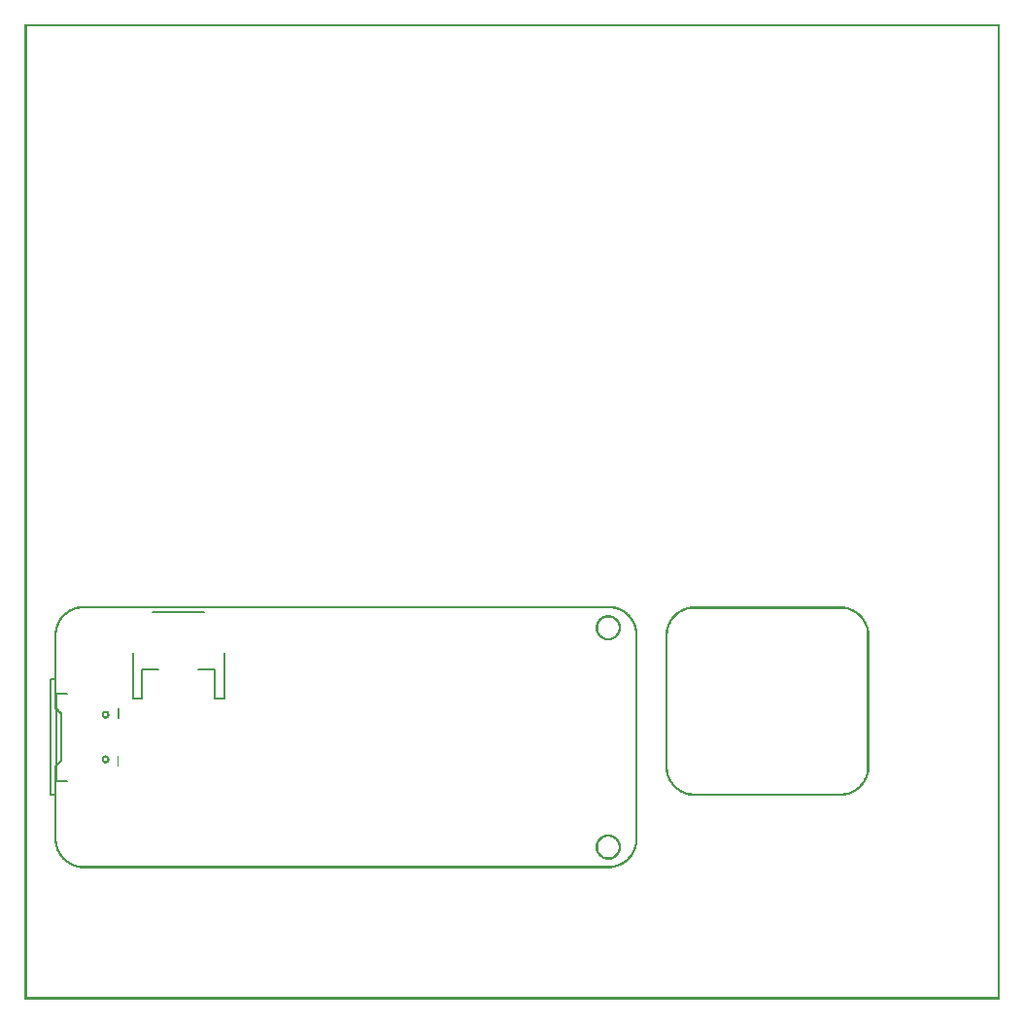
<source format=gto>
G04 MADE WITH FRITZING*
G04 WWW.FRITZING.ORG*
G04 DOUBLE SIDED*
G04 HOLES PLATED*
G04 CONTOUR ON CENTER OF CONTOUR VECTOR*
%ASAXBY*%
%FSLAX23Y23*%
%MOIN*%
%OFA0B0*%
%SFA1.0B1.0*%
%ADD10C,0.008000*%
%ADD11C,0.005000*%
%ADD12R,0.001000X0.001000*%
%LNSILK1*%
G90*
G70*
G54D10*
X440Y1329D02*
X617Y1329D01*
D02*
X686Y1191D02*
X686Y1034D01*
D02*
X686Y1034D02*
X652Y1034D01*
D02*
X652Y1034D02*
X652Y1132D01*
D02*
X652Y1132D02*
X597Y1132D01*
D02*
X459Y1132D02*
X404Y1132D01*
D02*
X404Y1132D02*
X404Y1034D01*
D02*
X404Y1034D02*
X371Y1034D01*
D02*
X371Y1034D02*
X371Y1191D01*
G54D11*
D02*
X322Y999D02*
X322Y968D01*
D02*
X145Y1050D02*
X109Y1050D01*
D02*
X109Y1050D02*
X109Y751D01*
D02*
X109Y751D02*
X145Y751D01*
G54D10*
D02*
X89Y702D02*
X103Y702D01*
D02*
X89Y1100D02*
X103Y1100D01*
D02*
X89Y702D02*
X89Y1100D01*
G54D12*
X0Y3346D02*
X3345Y3346D01*
X0Y3345D02*
X3345Y3345D01*
X0Y3344D02*
X3345Y3344D01*
X0Y3343D02*
X3345Y3343D01*
X0Y3342D02*
X3345Y3342D01*
X0Y3341D02*
X3345Y3341D01*
X0Y3340D02*
X3345Y3340D01*
X0Y3339D02*
X3345Y3339D01*
X0Y3338D02*
X7Y3338D01*
X3338Y3338D02*
X3345Y3338D01*
X0Y3337D02*
X7Y3337D01*
X3338Y3337D02*
X3345Y3337D01*
X0Y3336D02*
X7Y3336D01*
X3338Y3336D02*
X3345Y3336D01*
X0Y3335D02*
X7Y3335D01*
X3338Y3335D02*
X3345Y3335D01*
X0Y3334D02*
X7Y3334D01*
X3338Y3334D02*
X3345Y3334D01*
X0Y3333D02*
X7Y3333D01*
X3338Y3333D02*
X3345Y3333D01*
X0Y3332D02*
X7Y3332D01*
X3338Y3332D02*
X3345Y3332D01*
X0Y3331D02*
X7Y3331D01*
X3338Y3331D02*
X3345Y3331D01*
X0Y3330D02*
X7Y3330D01*
X3338Y3330D02*
X3345Y3330D01*
X0Y3329D02*
X7Y3329D01*
X3338Y3329D02*
X3345Y3329D01*
X0Y3328D02*
X7Y3328D01*
X3338Y3328D02*
X3345Y3328D01*
X0Y3327D02*
X7Y3327D01*
X3338Y3327D02*
X3345Y3327D01*
X0Y3326D02*
X7Y3326D01*
X3338Y3326D02*
X3345Y3326D01*
X0Y3325D02*
X7Y3325D01*
X3338Y3325D02*
X3345Y3325D01*
X0Y3324D02*
X7Y3324D01*
X3338Y3324D02*
X3345Y3324D01*
X0Y3323D02*
X7Y3323D01*
X3338Y3323D02*
X3345Y3323D01*
X0Y3322D02*
X7Y3322D01*
X3338Y3322D02*
X3345Y3322D01*
X0Y3321D02*
X7Y3321D01*
X3338Y3321D02*
X3345Y3321D01*
X0Y3320D02*
X7Y3320D01*
X3338Y3320D02*
X3345Y3320D01*
X0Y3319D02*
X7Y3319D01*
X3338Y3319D02*
X3345Y3319D01*
X0Y3318D02*
X7Y3318D01*
X3338Y3318D02*
X3345Y3318D01*
X0Y3317D02*
X7Y3317D01*
X3338Y3317D02*
X3345Y3317D01*
X0Y3316D02*
X7Y3316D01*
X3338Y3316D02*
X3345Y3316D01*
X0Y3315D02*
X7Y3315D01*
X3338Y3315D02*
X3345Y3315D01*
X0Y3314D02*
X7Y3314D01*
X3338Y3314D02*
X3345Y3314D01*
X0Y3313D02*
X7Y3313D01*
X3338Y3313D02*
X3345Y3313D01*
X0Y3312D02*
X7Y3312D01*
X3338Y3312D02*
X3345Y3312D01*
X0Y3311D02*
X7Y3311D01*
X3338Y3311D02*
X3345Y3311D01*
X0Y3310D02*
X7Y3310D01*
X3338Y3310D02*
X3345Y3310D01*
X0Y3309D02*
X7Y3309D01*
X3338Y3309D02*
X3345Y3309D01*
X0Y3308D02*
X7Y3308D01*
X3338Y3308D02*
X3345Y3308D01*
X0Y3307D02*
X7Y3307D01*
X3338Y3307D02*
X3345Y3307D01*
X0Y3306D02*
X7Y3306D01*
X3338Y3306D02*
X3345Y3306D01*
X0Y3305D02*
X7Y3305D01*
X3338Y3305D02*
X3345Y3305D01*
X0Y3304D02*
X7Y3304D01*
X3338Y3304D02*
X3345Y3304D01*
X0Y3303D02*
X7Y3303D01*
X3338Y3303D02*
X3345Y3303D01*
X0Y3302D02*
X7Y3302D01*
X3338Y3302D02*
X3345Y3302D01*
X0Y3301D02*
X7Y3301D01*
X3338Y3301D02*
X3345Y3301D01*
X0Y3300D02*
X7Y3300D01*
X3338Y3300D02*
X3345Y3300D01*
X0Y3299D02*
X7Y3299D01*
X3338Y3299D02*
X3345Y3299D01*
X0Y3298D02*
X7Y3298D01*
X3338Y3298D02*
X3345Y3298D01*
X0Y3297D02*
X7Y3297D01*
X3338Y3297D02*
X3345Y3297D01*
X0Y3296D02*
X7Y3296D01*
X3338Y3296D02*
X3345Y3296D01*
X0Y3295D02*
X7Y3295D01*
X3338Y3295D02*
X3345Y3295D01*
X0Y3294D02*
X7Y3294D01*
X3338Y3294D02*
X3345Y3294D01*
X0Y3293D02*
X7Y3293D01*
X3338Y3293D02*
X3345Y3293D01*
X0Y3292D02*
X7Y3292D01*
X3338Y3292D02*
X3345Y3292D01*
X0Y3291D02*
X7Y3291D01*
X3338Y3291D02*
X3345Y3291D01*
X0Y3290D02*
X7Y3290D01*
X3338Y3290D02*
X3345Y3290D01*
X0Y3289D02*
X7Y3289D01*
X3338Y3289D02*
X3345Y3289D01*
X0Y3288D02*
X7Y3288D01*
X3338Y3288D02*
X3345Y3288D01*
X0Y3287D02*
X7Y3287D01*
X3338Y3287D02*
X3345Y3287D01*
X0Y3286D02*
X7Y3286D01*
X3338Y3286D02*
X3345Y3286D01*
X0Y3285D02*
X7Y3285D01*
X3338Y3285D02*
X3345Y3285D01*
X0Y3284D02*
X7Y3284D01*
X3338Y3284D02*
X3345Y3284D01*
X0Y3283D02*
X7Y3283D01*
X3338Y3283D02*
X3345Y3283D01*
X0Y3282D02*
X7Y3282D01*
X3338Y3282D02*
X3345Y3282D01*
X0Y3281D02*
X7Y3281D01*
X3338Y3281D02*
X3345Y3281D01*
X0Y3280D02*
X7Y3280D01*
X3338Y3280D02*
X3345Y3280D01*
X0Y3279D02*
X7Y3279D01*
X3338Y3279D02*
X3345Y3279D01*
X0Y3278D02*
X7Y3278D01*
X3338Y3278D02*
X3345Y3278D01*
X0Y3277D02*
X7Y3277D01*
X3338Y3277D02*
X3345Y3277D01*
X0Y3276D02*
X7Y3276D01*
X3338Y3276D02*
X3345Y3276D01*
X0Y3275D02*
X7Y3275D01*
X3338Y3275D02*
X3345Y3275D01*
X0Y3274D02*
X7Y3274D01*
X3338Y3274D02*
X3345Y3274D01*
X0Y3273D02*
X7Y3273D01*
X3338Y3273D02*
X3345Y3273D01*
X0Y3272D02*
X7Y3272D01*
X3338Y3272D02*
X3345Y3272D01*
X0Y3271D02*
X7Y3271D01*
X3338Y3271D02*
X3345Y3271D01*
X0Y3270D02*
X7Y3270D01*
X3338Y3270D02*
X3345Y3270D01*
X0Y3269D02*
X7Y3269D01*
X3338Y3269D02*
X3345Y3269D01*
X0Y3268D02*
X7Y3268D01*
X3338Y3268D02*
X3345Y3268D01*
X0Y3267D02*
X7Y3267D01*
X3338Y3267D02*
X3345Y3267D01*
X0Y3266D02*
X7Y3266D01*
X3338Y3266D02*
X3345Y3266D01*
X0Y3265D02*
X7Y3265D01*
X3338Y3265D02*
X3345Y3265D01*
X0Y3264D02*
X7Y3264D01*
X3338Y3264D02*
X3345Y3264D01*
X0Y3263D02*
X7Y3263D01*
X3338Y3263D02*
X3345Y3263D01*
X0Y3262D02*
X7Y3262D01*
X3338Y3262D02*
X3345Y3262D01*
X0Y3261D02*
X7Y3261D01*
X3338Y3261D02*
X3345Y3261D01*
X0Y3260D02*
X7Y3260D01*
X3338Y3260D02*
X3345Y3260D01*
X0Y3259D02*
X7Y3259D01*
X3338Y3259D02*
X3345Y3259D01*
X0Y3258D02*
X7Y3258D01*
X3338Y3258D02*
X3345Y3258D01*
X0Y3257D02*
X7Y3257D01*
X3338Y3257D02*
X3345Y3257D01*
X0Y3256D02*
X7Y3256D01*
X3338Y3256D02*
X3345Y3256D01*
X0Y3255D02*
X7Y3255D01*
X3338Y3255D02*
X3345Y3255D01*
X0Y3254D02*
X7Y3254D01*
X3338Y3254D02*
X3345Y3254D01*
X0Y3253D02*
X7Y3253D01*
X3338Y3253D02*
X3345Y3253D01*
X0Y3252D02*
X7Y3252D01*
X3338Y3252D02*
X3345Y3252D01*
X0Y3251D02*
X7Y3251D01*
X3338Y3251D02*
X3345Y3251D01*
X0Y3250D02*
X7Y3250D01*
X3338Y3250D02*
X3345Y3250D01*
X0Y3249D02*
X7Y3249D01*
X3338Y3249D02*
X3345Y3249D01*
X0Y3248D02*
X7Y3248D01*
X3338Y3248D02*
X3345Y3248D01*
X0Y3247D02*
X7Y3247D01*
X3338Y3247D02*
X3345Y3247D01*
X0Y3246D02*
X7Y3246D01*
X3338Y3246D02*
X3345Y3246D01*
X0Y3245D02*
X7Y3245D01*
X3338Y3245D02*
X3345Y3245D01*
X0Y3244D02*
X7Y3244D01*
X3338Y3244D02*
X3345Y3244D01*
X0Y3243D02*
X7Y3243D01*
X3338Y3243D02*
X3345Y3243D01*
X0Y3242D02*
X7Y3242D01*
X3338Y3242D02*
X3345Y3242D01*
X0Y3241D02*
X7Y3241D01*
X3338Y3241D02*
X3345Y3241D01*
X0Y3240D02*
X7Y3240D01*
X3338Y3240D02*
X3345Y3240D01*
X0Y3239D02*
X7Y3239D01*
X3338Y3239D02*
X3345Y3239D01*
X0Y3238D02*
X7Y3238D01*
X3338Y3238D02*
X3345Y3238D01*
X0Y3237D02*
X7Y3237D01*
X3338Y3237D02*
X3345Y3237D01*
X0Y3236D02*
X7Y3236D01*
X3338Y3236D02*
X3345Y3236D01*
X0Y3235D02*
X7Y3235D01*
X3338Y3235D02*
X3345Y3235D01*
X0Y3234D02*
X7Y3234D01*
X3338Y3234D02*
X3345Y3234D01*
X0Y3233D02*
X7Y3233D01*
X3338Y3233D02*
X3345Y3233D01*
X0Y3232D02*
X7Y3232D01*
X3338Y3232D02*
X3345Y3232D01*
X0Y3231D02*
X7Y3231D01*
X3338Y3231D02*
X3345Y3231D01*
X0Y3230D02*
X7Y3230D01*
X3338Y3230D02*
X3345Y3230D01*
X0Y3229D02*
X7Y3229D01*
X3338Y3229D02*
X3345Y3229D01*
X0Y3228D02*
X7Y3228D01*
X3338Y3228D02*
X3345Y3228D01*
X0Y3227D02*
X7Y3227D01*
X3338Y3227D02*
X3345Y3227D01*
X0Y3226D02*
X7Y3226D01*
X3338Y3226D02*
X3345Y3226D01*
X0Y3225D02*
X7Y3225D01*
X3338Y3225D02*
X3345Y3225D01*
X0Y3224D02*
X7Y3224D01*
X3338Y3224D02*
X3345Y3224D01*
X0Y3223D02*
X7Y3223D01*
X3338Y3223D02*
X3345Y3223D01*
X0Y3222D02*
X7Y3222D01*
X3338Y3222D02*
X3345Y3222D01*
X0Y3221D02*
X7Y3221D01*
X3338Y3221D02*
X3345Y3221D01*
X0Y3220D02*
X7Y3220D01*
X3338Y3220D02*
X3345Y3220D01*
X0Y3219D02*
X7Y3219D01*
X3338Y3219D02*
X3345Y3219D01*
X0Y3218D02*
X7Y3218D01*
X3338Y3218D02*
X3345Y3218D01*
X0Y3217D02*
X7Y3217D01*
X3338Y3217D02*
X3345Y3217D01*
X0Y3216D02*
X7Y3216D01*
X3338Y3216D02*
X3345Y3216D01*
X0Y3215D02*
X7Y3215D01*
X3338Y3215D02*
X3345Y3215D01*
X0Y3214D02*
X7Y3214D01*
X3338Y3214D02*
X3345Y3214D01*
X0Y3213D02*
X7Y3213D01*
X3338Y3213D02*
X3345Y3213D01*
X0Y3212D02*
X7Y3212D01*
X3338Y3212D02*
X3345Y3212D01*
X0Y3211D02*
X7Y3211D01*
X3338Y3211D02*
X3345Y3211D01*
X0Y3210D02*
X7Y3210D01*
X3338Y3210D02*
X3345Y3210D01*
X0Y3209D02*
X7Y3209D01*
X3338Y3209D02*
X3345Y3209D01*
X0Y3208D02*
X7Y3208D01*
X3338Y3208D02*
X3345Y3208D01*
X0Y3207D02*
X7Y3207D01*
X3338Y3207D02*
X3345Y3207D01*
X0Y3206D02*
X7Y3206D01*
X3338Y3206D02*
X3345Y3206D01*
X0Y3205D02*
X7Y3205D01*
X3338Y3205D02*
X3345Y3205D01*
X0Y3204D02*
X7Y3204D01*
X3338Y3204D02*
X3345Y3204D01*
X0Y3203D02*
X7Y3203D01*
X3338Y3203D02*
X3345Y3203D01*
X0Y3202D02*
X7Y3202D01*
X3338Y3202D02*
X3345Y3202D01*
X0Y3201D02*
X7Y3201D01*
X3338Y3201D02*
X3345Y3201D01*
X0Y3200D02*
X7Y3200D01*
X3338Y3200D02*
X3345Y3200D01*
X0Y3199D02*
X7Y3199D01*
X3338Y3199D02*
X3345Y3199D01*
X0Y3198D02*
X7Y3198D01*
X3338Y3198D02*
X3345Y3198D01*
X0Y3197D02*
X7Y3197D01*
X3338Y3197D02*
X3345Y3197D01*
X0Y3196D02*
X7Y3196D01*
X3338Y3196D02*
X3345Y3196D01*
X0Y3195D02*
X7Y3195D01*
X3338Y3195D02*
X3345Y3195D01*
X0Y3194D02*
X7Y3194D01*
X3338Y3194D02*
X3345Y3194D01*
X0Y3193D02*
X7Y3193D01*
X3338Y3193D02*
X3345Y3193D01*
X0Y3192D02*
X7Y3192D01*
X3338Y3192D02*
X3345Y3192D01*
X0Y3191D02*
X7Y3191D01*
X3338Y3191D02*
X3345Y3191D01*
X0Y3190D02*
X7Y3190D01*
X3338Y3190D02*
X3345Y3190D01*
X0Y3189D02*
X7Y3189D01*
X3338Y3189D02*
X3345Y3189D01*
X0Y3188D02*
X7Y3188D01*
X3338Y3188D02*
X3345Y3188D01*
X0Y3187D02*
X7Y3187D01*
X3338Y3187D02*
X3345Y3187D01*
X0Y3186D02*
X7Y3186D01*
X3338Y3186D02*
X3345Y3186D01*
X0Y3185D02*
X7Y3185D01*
X3338Y3185D02*
X3345Y3185D01*
X0Y3184D02*
X7Y3184D01*
X3338Y3184D02*
X3345Y3184D01*
X0Y3183D02*
X7Y3183D01*
X3338Y3183D02*
X3345Y3183D01*
X0Y3182D02*
X7Y3182D01*
X3338Y3182D02*
X3345Y3182D01*
X0Y3181D02*
X7Y3181D01*
X3338Y3181D02*
X3345Y3181D01*
X0Y3180D02*
X7Y3180D01*
X3338Y3180D02*
X3345Y3180D01*
X0Y3179D02*
X7Y3179D01*
X3338Y3179D02*
X3345Y3179D01*
X0Y3178D02*
X7Y3178D01*
X3338Y3178D02*
X3345Y3178D01*
X0Y3177D02*
X7Y3177D01*
X3338Y3177D02*
X3345Y3177D01*
X0Y3176D02*
X7Y3176D01*
X3338Y3176D02*
X3345Y3176D01*
X0Y3175D02*
X7Y3175D01*
X3338Y3175D02*
X3345Y3175D01*
X0Y3174D02*
X7Y3174D01*
X3338Y3174D02*
X3345Y3174D01*
X0Y3173D02*
X7Y3173D01*
X3338Y3173D02*
X3345Y3173D01*
X0Y3172D02*
X7Y3172D01*
X3338Y3172D02*
X3345Y3172D01*
X0Y3171D02*
X7Y3171D01*
X3338Y3171D02*
X3345Y3171D01*
X0Y3170D02*
X7Y3170D01*
X3338Y3170D02*
X3345Y3170D01*
X0Y3169D02*
X7Y3169D01*
X3338Y3169D02*
X3345Y3169D01*
X0Y3168D02*
X7Y3168D01*
X3338Y3168D02*
X3345Y3168D01*
X0Y3167D02*
X7Y3167D01*
X3338Y3167D02*
X3345Y3167D01*
X0Y3166D02*
X7Y3166D01*
X3338Y3166D02*
X3345Y3166D01*
X0Y3165D02*
X7Y3165D01*
X3338Y3165D02*
X3345Y3165D01*
X0Y3164D02*
X7Y3164D01*
X3338Y3164D02*
X3345Y3164D01*
X0Y3163D02*
X7Y3163D01*
X3338Y3163D02*
X3345Y3163D01*
X0Y3162D02*
X7Y3162D01*
X3338Y3162D02*
X3345Y3162D01*
X0Y3161D02*
X7Y3161D01*
X3338Y3161D02*
X3345Y3161D01*
X0Y3160D02*
X7Y3160D01*
X3338Y3160D02*
X3345Y3160D01*
X0Y3159D02*
X7Y3159D01*
X3338Y3159D02*
X3345Y3159D01*
X0Y3158D02*
X7Y3158D01*
X3338Y3158D02*
X3345Y3158D01*
X0Y3157D02*
X7Y3157D01*
X3338Y3157D02*
X3345Y3157D01*
X0Y3156D02*
X7Y3156D01*
X3338Y3156D02*
X3345Y3156D01*
X0Y3155D02*
X7Y3155D01*
X3338Y3155D02*
X3345Y3155D01*
X0Y3154D02*
X7Y3154D01*
X3338Y3154D02*
X3345Y3154D01*
X0Y3153D02*
X7Y3153D01*
X3338Y3153D02*
X3345Y3153D01*
X0Y3152D02*
X7Y3152D01*
X3338Y3152D02*
X3345Y3152D01*
X0Y3151D02*
X7Y3151D01*
X3338Y3151D02*
X3345Y3151D01*
X0Y3150D02*
X7Y3150D01*
X3338Y3150D02*
X3345Y3150D01*
X0Y3149D02*
X7Y3149D01*
X3338Y3149D02*
X3345Y3149D01*
X0Y3148D02*
X7Y3148D01*
X3338Y3148D02*
X3345Y3148D01*
X0Y3147D02*
X7Y3147D01*
X3338Y3147D02*
X3345Y3147D01*
X0Y3146D02*
X7Y3146D01*
X3338Y3146D02*
X3345Y3146D01*
X0Y3145D02*
X7Y3145D01*
X3338Y3145D02*
X3345Y3145D01*
X0Y3144D02*
X7Y3144D01*
X3338Y3144D02*
X3345Y3144D01*
X0Y3143D02*
X7Y3143D01*
X3338Y3143D02*
X3345Y3143D01*
X0Y3142D02*
X7Y3142D01*
X3338Y3142D02*
X3345Y3142D01*
X0Y3141D02*
X7Y3141D01*
X3338Y3141D02*
X3345Y3141D01*
X0Y3140D02*
X7Y3140D01*
X3338Y3140D02*
X3345Y3140D01*
X0Y3139D02*
X7Y3139D01*
X3338Y3139D02*
X3345Y3139D01*
X0Y3138D02*
X7Y3138D01*
X3338Y3138D02*
X3345Y3138D01*
X0Y3137D02*
X7Y3137D01*
X3338Y3137D02*
X3345Y3137D01*
X0Y3136D02*
X7Y3136D01*
X3338Y3136D02*
X3345Y3136D01*
X0Y3135D02*
X7Y3135D01*
X3338Y3135D02*
X3345Y3135D01*
X0Y3134D02*
X7Y3134D01*
X3338Y3134D02*
X3345Y3134D01*
X0Y3133D02*
X7Y3133D01*
X3338Y3133D02*
X3345Y3133D01*
X0Y3132D02*
X7Y3132D01*
X3338Y3132D02*
X3345Y3132D01*
X0Y3131D02*
X7Y3131D01*
X3338Y3131D02*
X3345Y3131D01*
X0Y3130D02*
X7Y3130D01*
X3338Y3130D02*
X3345Y3130D01*
X0Y3129D02*
X7Y3129D01*
X3338Y3129D02*
X3345Y3129D01*
X0Y3128D02*
X7Y3128D01*
X3338Y3128D02*
X3345Y3128D01*
X0Y3127D02*
X7Y3127D01*
X3338Y3127D02*
X3345Y3127D01*
X0Y3126D02*
X7Y3126D01*
X3338Y3126D02*
X3345Y3126D01*
X0Y3125D02*
X7Y3125D01*
X3338Y3125D02*
X3345Y3125D01*
X0Y3124D02*
X7Y3124D01*
X3338Y3124D02*
X3345Y3124D01*
X0Y3123D02*
X7Y3123D01*
X3338Y3123D02*
X3345Y3123D01*
X0Y3122D02*
X7Y3122D01*
X3338Y3122D02*
X3345Y3122D01*
X0Y3121D02*
X7Y3121D01*
X3338Y3121D02*
X3345Y3121D01*
X0Y3120D02*
X7Y3120D01*
X3338Y3120D02*
X3345Y3120D01*
X0Y3119D02*
X7Y3119D01*
X3338Y3119D02*
X3345Y3119D01*
X0Y3118D02*
X7Y3118D01*
X3338Y3118D02*
X3345Y3118D01*
X0Y3117D02*
X7Y3117D01*
X3338Y3117D02*
X3345Y3117D01*
X0Y3116D02*
X7Y3116D01*
X3338Y3116D02*
X3345Y3116D01*
X0Y3115D02*
X7Y3115D01*
X3338Y3115D02*
X3345Y3115D01*
X0Y3114D02*
X7Y3114D01*
X3338Y3114D02*
X3345Y3114D01*
X0Y3113D02*
X7Y3113D01*
X3338Y3113D02*
X3345Y3113D01*
X0Y3112D02*
X7Y3112D01*
X3338Y3112D02*
X3345Y3112D01*
X0Y3111D02*
X7Y3111D01*
X3338Y3111D02*
X3345Y3111D01*
X0Y3110D02*
X7Y3110D01*
X3338Y3110D02*
X3345Y3110D01*
X0Y3109D02*
X7Y3109D01*
X3338Y3109D02*
X3345Y3109D01*
X0Y3108D02*
X7Y3108D01*
X3338Y3108D02*
X3345Y3108D01*
X0Y3107D02*
X7Y3107D01*
X3338Y3107D02*
X3345Y3107D01*
X0Y3106D02*
X7Y3106D01*
X3338Y3106D02*
X3345Y3106D01*
X0Y3105D02*
X7Y3105D01*
X3338Y3105D02*
X3345Y3105D01*
X0Y3104D02*
X7Y3104D01*
X3338Y3104D02*
X3345Y3104D01*
X0Y3103D02*
X7Y3103D01*
X3338Y3103D02*
X3345Y3103D01*
X0Y3102D02*
X7Y3102D01*
X3338Y3102D02*
X3345Y3102D01*
X0Y3101D02*
X7Y3101D01*
X3338Y3101D02*
X3345Y3101D01*
X0Y3100D02*
X7Y3100D01*
X3338Y3100D02*
X3345Y3100D01*
X0Y3099D02*
X7Y3099D01*
X3338Y3099D02*
X3345Y3099D01*
X0Y3098D02*
X7Y3098D01*
X3338Y3098D02*
X3345Y3098D01*
X0Y3097D02*
X7Y3097D01*
X3338Y3097D02*
X3345Y3097D01*
X0Y3096D02*
X7Y3096D01*
X3338Y3096D02*
X3345Y3096D01*
X0Y3095D02*
X7Y3095D01*
X3338Y3095D02*
X3345Y3095D01*
X0Y3094D02*
X7Y3094D01*
X3338Y3094D02*
X3345Y3094D01*
X0Y3093D02*
X7Y3093D01*
X3338Y3093D02*
X3345Y3093D01*
X0Y3092D02*
X7Y3092D01*
X3338Y3092D02*
X3345Y3092D01*
X0Y3091D02*
X7Y3091D01*
X3338Y3091D02*
X3345Y3091D01*
X0Y3090D02*
X7Y3090D01*
X3338Y3090D02*
X3345Y3090D01*
X0Y3089D02*
X7Y3089D01*
X3338Y3089D02*
X3345Y3089D01*
X0Y3088D02*
X7Y3088D01*
X3338Y3088D02*
X3345Y3088D01*
X0Y3087D02*
X7Y3087D01*
X3338Y3087D02*
X3345Y3087D01*
X0Y3086D02*
X7Y3086D01*
X3338Y3086D02*
X3345Y3086D01*
X0Y3085D02*
X7Y3085D01*
X3338Y3085D02*
X3345Y3085D01*
X0Y3084D02*
X7Y3084D01*
X3338Y3084D02*
X3345Y3084D01*
X0Y3083D02*
X7Y3083D01*
X3338Y3083D02*
X3345Y3083D01*
X0Y3082D02*
X7Y3082D01*
X3338Y3082D02*
X3345Y3082D01*
X0Y3081D02*
X7Y3081D01*
X3338Y3081D02*
X3345Y3081D01*
X0Y3080D02*
X7Y3080D01*
X3338Y3080D02*
X3345Y3080D01*
X0Y3079D02*
X7Y3079D01*
X3338Y3079D02*
X3345Y3079D01*
X0Y3078D02*
X7Y3078D01*
X3338Y3078D02*
X3345Y3078D01*
X0Y3077D02*
X7Y3077D01*
X3338Y3077D02*
X3345Y3077D01*
X0Y3076D02*
X7Y3076D01*
X3338Y3076D02*
X3345Y3076D01*
X0Y3075D02*
X7Y3075D01*
X3338Y3075D02*
X3345Y3075D01*
X0Y3074D02*
X7Y3074D01*
X3338Y3074D02*
X3345Y3074D01*
X0Y3073D02*
X7Y3073D01*
X3338Y3073D02*
X3345Y3073D01*
X0Y3072D02*
X7Y3072D01*
X3338Y3072D02*
X3345Y3072D01*
X0Y3071D02*
X7Y3071D01*
X3338Y3071D02*
X3345Y3071D01*
X0Y3070D02*
X7Y3070D01*
X3338Y3070D02*
X3345Y3070D01*
X0Y3069D02*
X7Y3069D01*
X3338Y3069D02*
X3345Y3069D01*
X0Y3068D02*
X7Y3068D01*
X3338Y3068D02*
X3345Y3068D01*
X0Y3067D02*
X7Y3067D01*
X3338Y3067D02*
X3345Y3067D01*
X0Y3066D02*
X7Y3066D01*
X3338Y3066D02*
X3345Y3066D01*
X0Y3065D02*
X7Y3065D01*
X3338Y3065D02*
X3345Y3065D01*
X0Y3064D02*
X7Y3064D01*
X3338Y3064D02*
X3345Y3064D01*
X0Y3063D02*
X7Y3063D01*
X3338Y3063D02*
X3345Y3063D01*
X0Y3062D02*
X7Y3062D01*
X3338Y3062D02*
X3345Y3062D01*
X0Y3061D02*
X7Y3061D01*
X3338Y3061D02*
X3345Y3061D01*
X0Y3060D02*
X7Y3060D01*
X3338Y3060D02*
X3345Y3060D01*
X0Y3059D02*
X7Y3059D01*
X3338Y3059D02*
X3345Y3059D01*
X0Y3058D02*
X7Y3058D01*
X3338Y3058D02*
X3345Y3058D01*
X0Y3057D02*
X7Y3057D01*
X3338Y3057D02*
X3345Y3057D01*
X0Y3056D02*
X7Y3056D01*
X3338Y3056D02*
X3345Y3056D01*
X0Y3055D02*
X7Y3055D01*
X3338Y3055D02*
X3345Y3055D01*
X0Y3054D02*
X7Y3054D01*
X3338Y3054D02*
X3345Y3054D01*
X0Y3053D02*
X7Y3053D01*
X3338Y3053D02*
X3345Y3053D01*
X0Y3052D02*
X7Y3052D01*
X3338Y3052D02*
X3345Y3052D01*
X0Y3051D02*
X7Y3051D01*
X3338Y3051D02*
X3345Y3051D01*
X0Y3050D02*
X7Y3050D01*
X3338Y3050D02*
X3345Y3050D01*
X0Y3049D02*
X7Y3049D01*
X3338Y3049D02*
X3345Y3049D01*
X0Y3048D02*
X7Y3048D01*
X3338Y3048D02*
X3345Y3048D01*
X0Y3047D02*
X7Y3047D01*
X3338Y3047D02*
X3345Y3047D01*
X0Y3046D02*
X7Y3046D01*
X3338Y3046D02*
X3345Y3046D01*
X0Y3045D02*
X7Y3045D01*
X3338Y3045D02*
X3345Y3045D01*
X0Y3044D02*
X7Y3044D01*
X3338Y3044D02*
X3345Y3044D01*
X0Y3043D02*
X7Y3043D01*
X3338Y3043D02*
X3345Y3043D01*
X0Y3042D02*
X7Y3042D01*
X3338Y3042D02*
X3345Y3042D01*
X0Y3041D02*
X7Y3041D01*
X3338Y3041D02*
X3345Y3041D01*
X0Y3040D02*
X7Y3040D01*
X3338Y3040D02*
X3345Y3040D01*
X0Y3039D02*
X7Y3039D01*
X3338Y3039D02*
X3345Y3039D01*
X0Y3038D02*
X7Y3038D01*
X3338Y3038D02*
X3345Y3038D01*
X0Y3037D02*
X7Y3037D01*
X3338Y3037D02*
X3345Y3037D01*
X0Y3036D02*
X7Y3036D01*
X3338Y3036D02*
X3345Y3036D01*
X0Y3035D02*
X7Y3035D01*
X3338Y3035D02*
X3345Y3035D01*
X0Y3034D02*
X7Y3034D01*
X3338Y3034D02*
X3345Y3034D01*
X0Y3033D02*
X7Y3033D01*
X3338Y3033D02*
X3345Y3033D01*
X0Y3032D02*
X7Y3032D01*
X3338Y3032D02*
X3345Y3032D01*
X0Y3031D02*
X7Y3031D01*
X3338Y3031D02*
X3345Y3031D01*
X0Y3030D02*
X7Y3030D01*
X3338Y3030D02*
X3345Y3030D01*
X0Y3029D02*
X7Y3029D01*
X3338Y3029D02*
X3345Y3029D01*
X0Y3028D02*
X7Y3028D01*
X3338Y3028D02*
X3345Y3028D01*
X0Y3027D02*
X7Y3027D01*
X3338Y3027D02*
X3345Y3027D01*
X0Y3026D02*
X7Y3026D01*
X3338Y3026D02*
X3345Y3026D01*
X0Y3025D02*
X7Y3025D01*
X3338Y3025D02*
X3345Y3025D01*
X0Y3024D02*
X7Y3024D01*
X3338Y3024D02*
X3345Y3024D01*
X0Y3023D02*
X7Y3023D01*
X3338Y3023D02*
X3345Y3023D01*
X0Y3022D02*
X7Y3022D01*
X3338Y3022D02*
X3345Y3022D01*
X0Y3021D02*
X7Y3021D01*
X3338Y3021D02*
X3345Y3021D01*
X0Y3020D02*
X7Y3020D01*
X3338Y3020D02*
X3345Y3020D01*
X0Y3019D02*
X7Y3019D01*
X3338Y3019D02*
X3345Y3019D01*
X0Y3018D02*
X7Y3018D01*
X3338Y3018D02*
X3345Y3018D01*
X0Y3017D02*
X7Y3017D01*
X3338Y3017D02*
X3345Y3017D01*
X0Y3016D02*
X7Y3016D01*
X3338Y3016D02*
X3345Y3016D01*
X0Y3015D02*
X7Y3015D01*
X3338Y3015D02*
X3345Y3015D01*
X0Y3014D02*
X7Y3014D01*
X3338Y3014D02*
X3345Y3014D01*
X0Y3013D02*
X7Y3013D01*
X3338Y3013D02*
X3345Y3013D01*
X0Y3012D02*
X7Y3012D01*
X3338Y3012D02*
X3345Y3012D01*
X0Y3011D02*
X7Y3011D01*
X3338Y3011D02*
X3345Y3011D01*
X0Y3010D02*
X7Y3010D01*
X3338Y3010D02*
X3345Y3010D01*
X0Y3009D02*
X7Y3009D01*
X3338Y3009D02*
X3345Y3009D01*
X0Y3008D02*
X7Y3008D01*
X3338Y3008D02*
X3345Y3008D01*
X0Y3007D02*
X7Y3007D01*
X3338Y3007D02*
X3345Y3007D01*
X0Y3006D02*
X7Y3006D01*
X3338Y3006D02*
X3345Y3006D01*
X0Y3005D02*
X7Y3005D01*
X3338Y3005D02*
X3345Y3005D01*
X0Y3004D02*
X7Y3004D01*
X3338Y3004D02*
X3345Y3004D01*
X0Y3003D02*
X7Y3003D01*
X3338Y3003D02*
X3345Y3003D01*
X0Y3002D02*
X7Y3002D01*
X3338Y3002D02*
X3345Y3002D01*
X0Y3001D02*
X7Y3001D01*
X3338Y3001D02*
X3345Y3001D01*
X0Y3000D02*
X7Y3000D01*
X3338Y3000D02*
X3345Y3000D01*
X0Y2999D02*
X7Y2999D01*
X3338Y2999D02*
X3345Y2999D01*
X0Y2998D02*
X7Y2998D01*
X3338Y2998D02*
X3345Y2998D01*
X0Y2997D02*
X7Y2997D01*
X3338Y2997D02*
X3345Y2997D01*
X0Y2996D02*
X7Y2996D01*
X3338Y2996D02*
X3345Y2996D01*
X0Y2995D02*
X7Y2995D01*
X3338Y2995D02*
X3345Y2995D01*
X0Y2994D02*
X7Y2994D01*
X3338Y2994D02*
X3345Y2994D01*
X0Y2993D02*
X7Y2993D01*
X3338Y2993D02*
X3345Y2993D01*
X0Y2992D02*
X7Y2992D01*
X3338Y2992D02*
X3345Y2992D01*
X0Y2991D02*
X7Y2991D01*
X3338Y2991D02*
X3345Y2991D01*
X0Y2990D02*
X7Y2990D01*
X3338Y2990D02*
X3345Y2990D01*
X0Y2989D02*
X7Y2989D01*
X3338Y2989D02*
X3345Y2989D01*
X0Y2988D02*
X7Y2988D01*
X3338Y2988D02*
X3345Y2988D01*
X0Y2987D02*
X7Y2987D01*
X3338Y2987D02*
X3345Y2987D01*
X0Y2986D02*
X7Y2986D01*
X3338Y2986D02*
X3345Y2986D01*
X0Y2985D02*
X7Y2985D01*
X3338Y2985D02*
X3345Y2985D01*
X0Y2984D02*
X7Y2984D01*
X3338Y2984D02*
X3345Y2984D01*
X0Y2983D02*
X7Y2983D01*
X3338Y2983D02*
X3345Y2983D01*
X0Y2982D02*
X7Y2982D01*
X3338Y2982D02*
X3345Y2982D01*
X0Y2981D02*
X7Y2981D01*
X3338Y2981D02*
X3345Y2981D01*
X0Y2980D02*
X7Y2980D01*
X3338Y2980D02*
X3345Y2980D01*
X0Y2979D02*
X7Y2979D01*
X3338Y2979D02*
X3345Y2979D01*
X0Y2978D02*
X7Y2978D01*
X3338Y2978D02*
X3345Y2978D01*
X0Y2977D02*
X7Y2977D01*
X3338Y2977D02*
X3345Y2977D01*
X0Y2976D02*
X7Y2976D01*
X3338Y2976D02*
X3345Y2976D01*
X0Y2975D02*
X7Y2975D01*
X3338Y2975D02*
X3345Y2975D01*
X0Y2974D02*
X7Y2974D01*
X3338Y2974D02*
X3345Y2974D01*
X0Y2973D02*
X7Y2973D01*
X3338Y2973D02*
X3345Y2973D01*
X0Y2972D02*
X7Y2972D01*
X3338Y2972D02*
X3345Y2972D01*
X0Y2971D02*
X7Y2971D01*
X3338Y2971D02*
X3345Y2971D01*
X0Y2970D02*
X7Y2970D01*
X3338Y2970D02*
X3345Y2970D01*
X0Y2969D02*
X7Y2969D01*
X3338Y2969D02*
X3345Y2969D01*
X0Y2968D02*
X7Y2968D01*
X3338Y2968D02*
X3345Y2968D01*
X0Y2967D02*
X7Y2967D01*
X3338Y2967D02*
X3345Y2967D01*
X0Y2966D02*
X7Y2966D01*
X3338Y2966D02*
X3345Y2966D01*
X0Y2965D02*
X7Y2965D01*
X3338Y2965D02*
X3345Y2965D01*
X0Y2964D02*
X7Y2964D01*
X3338Y2964D02*
X3345Y2964D01*
X0Y2963D02*
X7Y2963D01*
X3338Y2963D02*
X3345Y2963D01*
X0Y2962D02*
X7Y2962D01*
X3338Y2962D02*
X3345Y2962D01*
X0Y2961D02*
X7Y2961D01*
X3338Y2961D02*
X3345Y2961D01*
X0Y2960D02*
X7Y2960D01*
X3338Y2960D02*
X3345Y2960D01*
X0Y2959D02*
X7Y2959D01*
X3338Y2959D02*
X3345Y2959D01*
X0Y2958D02*
X7Y2958D01*
X3338Y2958D02*
X3345Y2958D01*
X0Y2957D02*
X7Y2957D01*
X3338Y2957D02*
X3345Y2957D01*
X0Y2956D02*
X7Y2956D01*
X3338Y2956D02*
X3345Y2956D01*
X0Y2955D02*
X7Y2955D01*
X3338Y2955D02*
X3345Y2955D01*
X0Y2954D02*
X7Y2954D01*
X3338Y2954D02*
X3345Y2954D01*
X0Y2953D02*
X7Y2953D01*
X3338Y2953D02*
X3345Y2953D01*
X0Y2952D02*
X7Y2952D01*
X3338Y2952D02*
X3345Y2952D01*
X0Y2951D02*
X7Y2951D01*
X3338Y2951D02*
X3345Y2951D01*
X0Y2950D02*
X7Y2950D01*
X3338Y2950D02*
X3345Y2950D01*
X0Y2949D02*
X7Y2949D01*
X3338Y2949D02*
X3345Y2949D01*
X0Y2948D02*
X7Y2948D01*
X3338Y2948D02*
X3345Y2948D01*
X0Y2947D02*
X7Y2947D01*
X3338Y2947D02*
X3345Y2947D01*
X0Y2946D02*
X7Y2946D01*
X3338Y2946D02*
X3345Y2946D01*
X0Y2945D02*
X7Y2945D01*
X3338Y2945D02*
X3345Y2945D01*
X0Y2944D02*
X7Y2944D01*
X3338Y2944D02*
X3345Y2944D01*
X0Y2943D02*
X7Y2943D01*
X3338Y2943D02*
X3345Y2943D01*
X0Y2942D02*
X7Y2942D01*
X3338Y2942D02*
X3345Y2942D01*
X0Y2941D02*
X7Y2941D01*
X3338Y2941D02*
X3345Y2941D01*
X0Y2940D02*
X7Y2940D01*
X3338Y2940D02*
X3345Y2940D01*
X0Y2939D02*
X7Y2939D01*
X3338Y2939D02*
X3345Y2939D01*
X0Y2938D02*
X7Y2938D01*
X3338Y2938D02*
X3345Y2938D01*
X0Y2937D02*
X7Y2937D01*
X3338Y2937D02*
X3345Y2937D01*
X0Y2936D02*
X7Y2936D01*
X3338Y2936D02*
X3345Y2936D01*
X0Y2935D02*
X7Y2935D01*
X3338Y2935D02*
X3345Y2935D01*
X0Y2934D02*
X7Y2934D01*
X3338Y2934D02*
X3345Y2934D01*
X0Y2933D02*
X7Y2933D01*
X3338Y2933D02*
X3345Y2933D01*
X0Y2932D02*
X7Y2932D01*
X3338Y2932D02*
X3345Y2932D01*
X0Y2931D02*
X7Y2931D01*
X3338Y2931D02*
X3345Y2931D01*
X0Y2930D02*
X7Y2930D01*
X3338Y2930D02*
X3345Y2930D01*
X0Y2929D02*
X7Y2929D01*
X3338Y2929D02*
X3345Y2929D01*
X0Y2928D02*
X7Y2928D01*
X3338Y2928D02*
X3345Y2928D01*
X0Y2927D02*
X7Y2927D01*
X3338Y2927D02*
X3345Y2927D01*
X0Y2926D02*
X7Y2926D01*
X3338Y2926D02*
X3345Y2926D01*
X0Y2925D02*
X7Y2925D01*
X3338Y2925D02*
X3345Y2925D01*
X0Y2924D02*
X7Y2924D01*
X3338Y2924D02*
X3345Y2924D01*
X0Y2923D02*
X7Y2923D01*
X3338Y2923D02*
X3345Y2923D01*
X0Y2922D02*
X7Y2922D01*
X3338Y2922D02*
X3345Y2922D01*
X0Y2921D02*
X7Y2921D01*
X3338Y2921D02*
X3345Y2921D01*
X0Y2920D02*
X7Y2920D01*
X3338Y2920D02*
X3345Y2920D01*
X0Y2919D02*
X7Y2919D01*
X3338Y2919D02*
X3345Y2919D01*
X0Y2918D02*
X7Y2918D01*
X3338Y2918D02*
X3345Y2918D01*
X0Y2917D02*
X7Y2917D01*
X3338Y2917D02*
X3345Y2917D01*
X0Y2916D02*
X7Y2916D01*
X3338Y2916D02*
X3345Y2916D01*
X0Y2915D02*
X7Y2915D01*
X3338Y2915D02*
X3345Y2915D01*
X0Y2914D02*
X7Y2914D01*
X3338Y2914D02*
X3345Y2914D01*
X0Y2913D02*
X7Y2913D01*
X3338Y2913D02*
X3345Y2913D01*
X0Y2912D02*
X7Y2912D01*
X3338Y2912D02*
X3345Y2912D01*
X0Y2911D02*
X7Y2911D01*
X3338Y2911D02*
X3345Y2911D01*
X0Y2910D02*
X7Y2910D01*
X3338Y2910D02*
X3345Y2910D01*
X0Y2909D02*
X7Y2909D01*
X3338Y2909D02*
X3345Y2909D01*
X0Y2908D02*
X7Y2908D01*
X3338Y2908D02*
X3345Y2908D01*
X0Y2907D02*
X7Y2907D01*
X3338Y2907D02*
X3345Y2907D01*
X0Y2906D02*
X7Y2906D01*
X3338Y2906D02*
X3345Y2906D01*
X0Y2905D02*
X7Y2905D01*
X3338Y2905D02*
X3345Y2905D01*
X0Y2904D02*
X7Y2904D01*
X3338Y2904D02*
X3345Y2904D01*
X0Y2903D02*
X7Y2903D01*
X3338Y2903D02*
X3345Y2903D01*
X0Y2902D02*
X7Y2902D01*
X3338Y2902D02*
X3345Y2902D01*
X0Y2901D02*
X7Y2901D01*
X3338Y2901D02*
X3345Y2901D01*
X0Y2900D02*
X7Y2900D01*
X3338Y2900D02*
X3345Y2900D01*
X0Y2899D02*
X7Y2899D01*
X3338Y2899D02*
X3345Y2899D01*
X0Y2898D02*
X7Y2898D01*
X3338Y2898D02*
X3345Y2898D01*
X0Y2897D02*
X7Y2897D01*
X3338Y2897D02*
X3345Y2897D01*
X0Y2896D02*
X7Y2896D01*
X3338Y2896D02*
X3345Y2896D01*
X0Y2895D02*
X7Y2895D01*
X3338Y2895D02*
X3345Y2895D01*
X0Y2894D02*
X7Y2894D01*
X3338Y2894D02*
X3345Y2894D01*
X0Y2893D02*
X7Y2893D01*
X3338Y2893D02*
X3345Y2893D01*
X0Y2892D02*
X7Y2892D01*
X3338Y2892D02*
X3345Y2892D01*
X0Y2891D02*
X7Y2891D01*
X3338Y2891D02*
X3345Y2891D01*
X0Y2890D02*
X7Y2890D01*
X3338Y2890D02*
X3345Y2890D01*
X0Y2889D02*
X7Y2889D01*
X3338Y2889D02*
X3345Y2889D01*
X0Y2888D02*
X7Y2888D01*
X3338Y2888D02*
X3345Y2888D01*
X0Y2887D02*
X7Y2887D01*
X3338Y2887D02*
X3345Y2887D01*
X0Y2886D02*
X7Y2886D01*
X3338Y2886D02*
X3345Y2886D01*
X0Y2885D02*
X7Y2885D01*
X3338Y2885D02*
X3345Y2885D01*
X0Y2884D02*
X7Y2884D01*
X3338Y2884D02*
X3345Y2884D01*
X0Y2883D02*
X7Y2883D01*
X3338Y2883D02*
X3345Y2883D01*
X0Y2882D02*
X7Y2882D01*
X3338Y2882D02*
X3345Y2882D01*
X0Y2881D02*
X7Y2881D01*
X3338Y2881D02*
X3345Y2881D01*
X0Y2880D02*
X7Y2880D01*
X3338Y2880D02*
X3345Y2880D01*
X0Y2879D02*
X7Y2879D01*
X3338Y2879D02*
X3345Y2879D01*
X0Y2878D02*
X7Y2878D01*
X3338Y2878D02*
X3345Y2878D01*
X0Y2877D02*
X7Y2877D01*
X3338Y2877D02*
X3345Y2877D01*
X0Y2876D02*
X7Y2876D01*
X3338Y2876D02*
X3345Y2876D01*
X0Y2875D02*
X7Y2875D01*
X3338Y2875D02*
X3345Y2875D01*
X0Y2874D02*
X7Y2874D01*
X3338Y2874D02*
X3345Y2874D01*
X0Y2873D02*
X7Y2873D01*
X3338Y2873D02*
X3345Y2873D01*
X0Y2872D02*
X7Y2872D01*
X3338Y2872D02*
X3345Y2872D01*
X0Y2871D02*
X7Y2871D01*
X3338Y2871D02*
X3345Y2871D01*
X0Y2870D02*
X7Y2870D01*
X3338Y2870D02*
X3345Y2870D01*
X0Y2869D02*
X7Y2869D01*
X3338Y2869D02*
X3345Y2869D01*
X0Y2868D02*
X7Y2868D01*
X3338Y2868D02*
X3345Y2868D01*
X0Y2867D02*
X7Y2867D01*
X3338Y2867D02*
X3345Y2867D01*
X0Y2866D02*
X7Y2866D01*
X3338Y2866D02*
X3345Y2866D01*
X0Y2865D02*
X7Y2865D01*
X3338Y2865D02*
X3345Y2865D01*
X0Y2864D02*
X7Y2864D01*
X3338Y2864D02*
X3345Y2864D01*
X0Y2863D02*
X7Y2863D01*
X3338Y2863D02*
X3345Y2863D01*
X0Y2862D02*
X7Y2862D01*
X3338Y2862D02*
X3345Y2862D01*
X0Y2861D02*
X7Y2861D01*
X3338Y2861D02*
X3345Y2861D01*
X0Y2860D02*
X7Y2860D01*
X3338Y2860D02*
X3345Y2860D01*
X0Y2859D02*
X7Y2859D01*
X3338Y2859D02*
X3345Y2859D01*
X0Y2858D02*
X7Y2858D01*
X3338Y2858D02*
X3345Y2858D01*
X0Y2857D02*
X7Y2857D01*
X3338Y2857D02*
X3345Y2857D01*
X0Y2856D02*
X7Y2856D01*
X3338Y2856D02*
X3345Y2856D01*
X0Y2855D02*
X7Y2855D01*
X3338Y2855D02*
X3345Y2855D01*
X0Y2854D02*
X7Y2854D01*
X3338Y2854D02*
X3345Y2854D01*
X0Y2853D02*
X7Y2853D01*
X3338Y2853D02*
X3345Y2853D01*
X0Y2852D02*
X7Y2852D01*
X3338Y2852D02*
X3345Y2852D01*
X0Y2851D02*
X7Y2851D01*
X3338Y2851D02*
X3345Y2851D01*
X0Y2850D02*
X7Y2850D01*
X3338Y2850D02*
X3345Y2850D01*
X0Y2849D02*
X7Y2849D01*
X3338Y2849D02*
X3345Y2849D01*
X0Y2848D02*
X7Y2848D01*
X3338Y2848D02*
X3345Y2848D01*
X0Y2847D02*
X7Y2847D01*
X3338Y2847D02*
X3345Y2847D01*
X0Y2846D02*
X7Y2846D01*
X3338Y2846D02*
X3345Y2846D01*
X0Y2845D02*
X7Y2845D01*
X3338Y2845D02*
X3345Y2845D01*
X0Y2844D02*
X7Y2844D01*
X3338Y2844D02*
X3345Y2844D01*
X0Y2843D02*
X7Y2843D01*
X3338Y2843D02*
X3345Y2843D01*
X0Y2842D02*
X7Y2842D01*
X3338Y2842D02*
X3345Y2842D01*
X0Y2841D02*
X7Y2841D01*
X3338Y2841D02*
X3345Y2841D01*
X0Y2840D02*
X7Y2840D01*
X3338Y2840D02*
X3345Y2840D01*
X0Y2839D02*
X7Y2839D01*
X3338Y2839D02*
X3345Y2839D01*
X0Y2838D02*
X7Y2838D01*
X3338Y2838D02*
X3345Y2838D01*
X0Y2837D02*
X7Y2837D01*
X3338Y2837D02*
X3345Y2837D01*
X0Y2836D02*
X7Y2836D01*
X3338Y2836D02*
X3345Y2836D01*
X0Y2835D02*
X7Y2835D01*
X3338Y2835D02*
X3345Y2835D01*
X0Y2834D02*
X7Y2834D01*
X3338Y2834D02*
X3345Y2834D01*
X0Y2833D02*
X7Y2833D01*
X3338Y2833D02*
X3345Y2833D01*
X0Y2832D02*
X7Y2832D01*
X3338Y2832D02*
X3345Y2832D01*
X0Y2831D02*
X7Y2831D01*
X3338Y2831D02*
X3345Y2831D01*
X0Y2830D02*
X7Y2830D01*
X3338Y2830D02*
X3345Y2830D01*
X0Y2829D02*
X7Y2829D01*
X3338Y2829D02*
X3345Y2829D01*
X0Y2828D02*
X7Y2828D01*
X3338Y2828D02*
X3345Y2828D01*
X0Y2827D02*
X7Y2827D01*
X3338Y2827D02*
X3345Y2827D01*
X0Y2826D02*
X7Y2826D01*
X3338Y2826D02*
X3345Y2826D01*
X0Y2825D02*
X7Y2825D01*
X3338Y2825D02*
X3345Y2825D01*
X0Y2824D02*
X7Y2824D01*
X3338Y2824D02*
X3345Y2824D01*
X0Y2823D02*
X7Y2823D01*
X3338Y2823D02*
X3345Y2823D01*
X0Y2822D02*
X7Y2822D01*
X3338Y2822D02*
X3345Y2822D01*
X0Y2821D02*
X7Y2821D01*
X3338Y2821D02*
X3345Y2821D01*
X0Y2820D02*
X7Y2820D01*
X3338Y2820D02*
X3345Y2820D01*
X0Y2819D02*
X7Y2819D01*
X3338Y2819D02*
X3345Y2819D01*
X0Y2818D02*
X7Y2818D01*
X3338Y2818D02*
X3345Y2818D01*
X0Y2817D02*
X7Y2817D01*
X3338Y2817D02*
X3345Y2817D01*
X0Y2816D02*
X7Y2816D01*
X3338Y2816D02*
X3345Y2816D01*
X0Y2815D02*
X7Y2815D01*
X3338Y2815D02*
X3345Y2815D01*
X0Y2814D02*
X7Y2814D01*
X3338Y2814D02*
X3345Y2814D01*
X0Y2813D02*
X7Y2813D01*
X3338Y2813D02*
X3345Y2813D01*
X0Y2812D02*
X7Y2812D01*
X3338Y2812D02*
X3345Y2812D01*
X0Y2811D02*
X7Y2811D01*
X3338Y2811D02*
X3345Y2811D01*
X0Y2810D02*
X7Y2810D01*
X3338Y2810D02*
X3345Y2810D01*
X0Y2809D02*
X7Y2809D01*
X3338Y2809D02*
X3345Y2809D01*
X0Y2808D02*
X7Y2808D01*
X3338Y2808D02*
X3345Y2808D01*
X0Y2807D02*
X7Y2807D01*
X3338Y2807D02*
X3345Y2807D01*
X0Y2806D02*
X7Y2806D01*
X3338Y2806D02*
X3345Y2806D01*
X0Y2805D02*
X7Y2805D01*
X3338Y2805D02*
X3345Y2805D01*
X0Y2804D02*
X7Y2804D01*
X3338Y2804D02*
X3345Y2804D01*
X0Y2803D02*
X7Y2803D01*
X3338Y2803D02*
X3345Y2803D01*
X0Y2802D02*
X7Y2802D01*
X3338Y2802D02*
X3345Y2802D01*
X0Y2801D02*
X7Y2801D01*
X3338Y2801D02*
X3345Y2801D01*
X0Y2800D02*
X7Y2800D01*
X3338Y2800D02*
X3345Y2800D01*
X0Y2799D02*
X7Y2799D01*
X3338Y2799D02*
X3345Y2799D01*
X0Y2798D02*
X7Y2798D01*
X3338Y2798D02*
X3345Y2798D01*
X0Y2797D02*
X7Y2797D01*
X3338Y2797D02*
X3345Y2797D01*
X0Y2796D02*
X7Y2796D01*
X3338Y2796D02*
X3345Y2796D01*
X0Y2795D02*
X7Y2795D01*
X3338Y2795D02*
X3345Y2795D01*
X0Y2794D02*
X7Y2794D01*
X3338Y2794D02*
X3345Y2794D01*
X0Y2793D02*
X7Y2793D01*
X3338Y2793D02*
X3345Y2793D01*
X0Y2792D02*
X7Y2792D01*
X3338Y2792D02*
X3345Y2792D01*
X0Y2791D02*
X7Y2791D01*
X3338Y2791D02*
X3345Y2791D01*
X0Y2790D02*
X7Y2790D01*
X3338Y2790D02*
X3345Y2790D01*
X0Y2789D02*
X7Y2789D01*
X3338Y2789D02*
X3345Y2789D01*
X0Y2788D02*
X7Y2788D01*
X3338Y2788D02*
X3345Y2788D01*
X0Y2787D02*
X7Y2787D01*
X3338Y2787D02*
X3345Y2787D01*
X0Y2786D02*
X7Y2786D01*
X3338Y2786D02*
X3345Y2786D01*
X0Y2785D02*
X7Y2785D01*
X3338Y2785D02*
X3345Y2785D01*
X0Y2784D02*
X7Y2784D01*
X3338Y2784D02*
X3345Y2784D01*
X0Y2783D02*
X7Y2783D01*
X3338Y2783D02*
X3345Y2783D01*
X0Y2782D02*
X7Y2782D01*
X3338Y2782D02*
X3345Y2782D01*
X0Y2781D02*
X7Y2781D01*
X3338Y2781D02*
X3345Y2781D01*
X0Y2780D02*
X7Y2780D01*
X3338Y2780D02*
X3345Y2780D01*
X0Y2779D02*
X7Y2779D01*
X3338Y2779D02*
X3345Y2779D01*
X0Y2778D02*
X7Y2778D01*
X3338Y2778D02*
X3345Y2778D01*
X0Y2777D02*
X7Y2777D01*
X3338Y2777D02*
X3345Y2777D01*
X0Y2776D02*
X7Y2776D01*
X3338Y2776D02*
X3345Y2776D01*
X0Y2775D02*
X7Y2775D01*
X3338Y2775D02*
X3345Y2775D01*
X0Y2774D02*
X7Y2774D01*
X3338Y2774D02*
X3345Y2774D01*
X0Y2773D02*
X7Y2773D01*
X3338Y2773D02*
X3345Y2773D01*
X0Y2772D02*
X7Y2772D01*
X3338Y2772D02*
X3345Y2772D01*
X0Y2771D02*
X7Y2771D01*
X3338Y2771D02*
X3345Y2771D01*
X0Y2770D02*
X7Y2770D01*
X3338Y2770D02*
X3345Y2770D01*
X0Y2769D02*
X7Y2769D01*
X3338Y2769D02*
X3345Y2769D01*
X0Y2768D02*
X7Y2768D01*
X3338Y2768D02*
X3345Y2768D01*
X0Y2767D02*
X7Y2767D01*
X3338Y2767D02*
X3345Y2767D01*
X0Y2766D02*
X7Y2766D01*
X3338Y2766D02*
X3345Y2766D01*
X0Y2765D02*
X7Y2765D01*
X3338Y2765D02*
X3345Y2765D01*
X0Y2764D02*
X7Y2764D01*
X3338Y2764D02*
X3345Y2764D01*
X0Y2763D02*
X7Y2763D01*
X3338Y2763D02*
X3345Y2763D01*
X0Y2762D02*
X7Y2762D01*
X3338Y2762D02*
X3345Y2762D01*
X0Y2761D02*
X7Y2761D01*
X3338Y2761D02*
X3345Y2761D01*
X0Y2760D02*
X7Y2760D01*
X3338Y2760D02*
X3345Y2760D01*
X0Y2759D02*
X7Y2759D01*
X3338Y2759D02*
X3345Y2759D01*
X0Y2758D02*
X7Y2758D01*
X3338Y2758D02*
X3345Y2758D01*
X0Y2757D02*
X7Y2757D01*
X3338Y2757D02*
X3345Y2757D01*
X0Y2756D02*
X7Y2756D01*
X3338Y2756D02*
X3345Y2756D01*
X0Y2755D02*
X7Y2755D01*
X3338Y2755D02*
X3345Y2755D01*
X0Y2754D02*
X7Y2754D01*
X3338Y2754D02*
X3345Y2754D01*
X0Y2753D02*
X7Y2753D01*
X3338Y2753D02*
X3345Y2753D01*
X0Y2752D02*
X7Y2752D01*
X3338Y2752D02*
X3345Y2752D01*
X0Y2751D02*
X7Y2751D01*
X3338Y2751D02*
X3345Y2751D01*
X0Y2750D02*
X7Y2750D01*
X3338Y2750D02*
X3345Y2750D01*
X0Y2749D02*
X7Y2749D01*
X3338Y2749D02*
X3345Y2749D01*
X0Y2748D02*
X7Y2748D01*
X3338Y2748D02*
X3345Y2748D01*
X0Y2747D02*
X7Y2747D01*
X3338Y2747D02*
X3345Y2747D01*
X0Y2746D02*
X7Y2746D01*
X3338Y2746D02*
X3345Y2746D01*
X0Y2745D02*
X7Y2745D01*
X3338Y2745D02*
X3345Y2745D01*
X0Y2744D02*
X7Y2744D01*
X3338Y2744D02*
X3345Y2744D01*
X0Y2743D02*
X7Y2743D01*
X3338Y2743D02*
X3345Y2743D01*
X0Y2742D02*
X7Y2742D01*
X3338Y2742D02*
X3345Y2742D01*
X0Y2741D02*
X7Y2741D01*
X3338Y2741D02*
X3345Y2741D01*
X0Y2740D02*
X7Y2740D01*
X3338Y2740D02*
X3345Y2740D01*
X0Y2739D02*
X7Y2739D01*
X3338Y2739D02*
X3345Y2739D01*
X0Y2738D02*
X7Y2738D01*
X3338Y2738D02*
X3345Y2738D01*
X0Y2737D02*
X7Y2737D01*
X3338Y2737D02*
X3345Y2737D01*
X0Y2736D02*
X7Y2736D01*
X3338Y2736D02*
X3345Y2736D01*
X0Y2735D02*
X7Y2735D01*
X3338Y2735D02*
X3345Y2735D01*
X0Y2734D02*
X7Y2734D01*
X3338Y2734D02*
X3345Y2734D01*
X0Y2733D02*
X7Y2733D01*
X3338Y2733D02*
X3345Y2733D01*
X0Y2732D02*
X7Y2732D01*
X3338Y2732D02*
X3345Y2732D01*
X0Y2731D02*
X7Y2731D01*
X3338Y2731D02*
X3345Y2731D01*
X0Y2730D02*
X7Y2730D01*
X3338Y2730D02*
X3345Y2730D01*
X0Y2729D02*
X7Y2729D01*
X3338Y2729D02*
X3345Y2729D01*
X0Y2728D02*
X7Y2728D01*
X3338Y2728D02*
X3345Y2728D01*
X0Y2727D02*
X7Y2727D01*
X3338Y2727D02*
X3345Y2727D01*
X0Y2726D02*
X7Y2726D01*
X3338Y2726D02*
X3345Y2726D01*
X0Y2725D02*
X7Y2725D01*
X3338Y2725D02*
X3345Y2725D01*
X0Y2724D02*
X7Y2724D01*
X3338Y2724D02*
X3345Y2724D01*
X0Y2723D02*
X7Y2723D01*
X3338Y2723D02*
X3345Y2723D01*
X0Y2722D02*
X7Y2722D01*
X3338Y2722D02*
X3345Y2722D01*
X0Y2721D02*
X7Y2721D01*
X3338Y2721D02*
X3345Y2721D01*
X0Y2720D02*
X7Y2720D01*
X3338Y2720D02*
X3345Y2720D01*
X0Y2719D02*
X7Y2719D01*
X3338Y2719D02*
X3345Y2719D01*
X0Y2718D02*
X7Y2718D01*
X3338Y2718D02*
X3345Y2718D01*
X0Y2717D02*
X7Y2717D01*
X3338Y2717D02*
X3345Y2717D01*
X0Y2716D02*
X7Y2716D01*
X3338Y2716D02*
X3345Y2716D01*
X0Y2715D02*
X7Y2715D01*
X3338Y2715D02*
X3345Y2715D01*
X0Y2714D02*
X7Y2714D01*
X3338Y2714D02*
X3345Y2714D01*
X0Y2713D02*
X7Y2713D01*
X3338Y2713D02*
X3345Y2713D01*
X0Y2712D02*
X7Y2712D01*
X3338Y2712D02*
X3345Y2712D01*
X0Y2711D02*
X7Y2711D01*
X3338Y2711D02*
X3345Y2711D01*
X0Y2710D02*
X7Y2710D01*
X3338Y2710D02*
X3345Y2710D01*
X0Y2709D02*
X7Y2709D01*
X3338Y2709D02*
X3345Y2709D01*
X0Y2708D02*
X7Y2708D01*
X3338Y2708D02*
X3345Y2708D01*
X0Y2707D02*
X7Y2707D01*
X3338Y2707D02*
X3345Y2707D01*
X0Y2706D02*
X7Y2706D01*
X3338Y2706D02*
X3345Y2706D01*
X0Y2705D02*
X7Y2705D01*
X3338Y2705D02*
X3345Y2705D01*
X0Y2704D02*
X7Y2704D01*
X3338Y2704D02*
X3345Y2704D01*
X0Y2703D02*
X7Y2703D01*
X3338Y2703D02*
X3345Y2703D01*
X0Y2702D02*
X7Y2702D01*
X3338Y2702D02*
X3345Y2702D01*
X0Y2701D02*
X7Y2701D01*
X3338Y2701D02*
X3345Y2701D01*
X0Y2700D02*
X7Y2700D01*
X3338Y2700D02*
X3345Y2700D01*
X0Y2699D02*
X7Y2699D01*
X3338Y2699D02*
X3345Y2699D01*
X0Y2698D02*
X7Y2698D01*
X3338Y2698D02*
X3345Y2698D01*
X0Y2697D02*
X7Y2697D01*
X3338Y2697D02*
X3345Y2697D01*
X0Y2696D02*
X7Y2696D01*
X3338Y2696D02*
X3345Y2696D01*
X0Y2695D02*
X7Y2695D01*
X3338Y2695D02*
X3345Y2695D01*
X0Y2694D02*
X7Y2694D01*
X3338Y2694D02*
X3345Y2694D01*
X0Y2693D02*
X7Y2693D01*
X3338Y2693D02*
X3345Y2693D01*
X0Y2692D02*
X7Y2692D01*
X3338Y2692D02*
X3345Y2692D01*
X0Y2691D02*
X7Y2691D01*
X3338Y2691D02*
X3345Y2691D01*
X0Y2690D02*
X7Y2690D01*
X3338Y2690D02*
X3345Y2690D01*
X0Y2689D02*
X7Y2689D01*
X3338Y2689D02*
X3345Y2689D01*
X0Y2688D02*
X7Y2688D01*
X3338Y2688D02*
X3345Y2688D01*
X0Y2687D02*
X7Y2687D01*
X3338Y2687D02*
X3345Y2687D01*
X0Y2686D02*
X7Y2686D01*
X3338Y2686D02*
X3345Y2686D01*
X0Y2685D02*
X7Y2685D01*
X3338Y2685D02*
X3345Y2685D01*
X0Y2684D02*
X7Y2684D01*
X3338Y2684D02*
X3345Y2684D01*
X0Y2683D02*
X7Y2683D01*
X3338Y2683D02*
X3345Y2683D01*
X0Y2682D02*
X7Y2682D01*
X3338Y2682D02*
X3345Y2682D01*
X0Y2681D02*
X7Y2681D01*
X3338Y2681D02*
X3345Y2681D01*
X0Y2680D02*
X7Y2680D01*
X3338Y2680D02*
X3345Y2680D01*
X0Y2679D02*
X7Y2679D01*
X3338Y2679D02*
X3345Y2679D01*
X0Y2678D02*
X7Y2678D01*
X3338Y2678D02*
X3345Y2678D01*
X0Y2677D02*
X7Y2677D01*
X3338Y2677D02*
X3345Y2677D01*
X0Y2676D02*
X7Y2676D01*
X3338Y2676D02*
X3345Y2676D01*
X0Y2675D02*
X7Y2675D01*
X3338Y2675D02*
X3345Y2675D01*
X0Y2674D02*
X7Y2674D01*
X3338Y2674D02*
X3345Y2674D01*
X0Y2673D02*
X7Y2673D01*
X3338Y2673D02*
X3345Y2673D01*
X0Y2672D02*
X7Y2672D01*
X3338Y2672D02*
X3345Y2672D01*
X0Y2671D02*
X7Y2671D01*
X3338Y2671D02*
X3345Y2671D01*
X0Y2670D02*
X7Y2670D01*
X3338Y2670D02*
X3345Y2670D01*
X0Y2669D02*
X7Y2669D01*
X3338Y2669D02*
X3345Y2669D01*
X0Y2668D02*
X7Y2668D01*
X3338Y2668D02*
X3345Y2668D01*
X0Y2667D02*
X7Y2667D01*
X3338Y2667D02*
X3345Y2667D01*
X0Y2666D02*
X7Y2666D01*
X3338Y2666D02*
X3345Y2666D01*
X0Y2665D02*
X7Y2665D01*
X3338Y2665D02*
X3345Y2665D01*
X0Y2664D02*
X7Y2664D01*
X3338Y2664D02*
X3345Y2664D01*
X0Y2663D02*
X7Y2663D01*
X3338Y2663D02*
X3345Y2663D01*
X0Y2662D02*
X7Y2662D01*
X3338Y2662D02*
X3345Y2662D01*
X0Y2661D02*
X7Y2661D01*
X3338Y2661D02*
X3345Y2661D01*
X0Y2660D02*
X7Y2660D01*
X3338Y2660D02*
X3345Y2660D01*
X0Y2659D02*
X7Y2659D01*
X3338Y2659D02*
X3345Y2659D01*
X0Y2658D02*
X7Y2658D01*
X3338Y2658D02*
X3345Y2658D01*
X0Y2657D02*
X7Y2657D01*
X3338Y2657D02*
X3345Y2657D01*
X0Y2656D02*
X7Y2656D01*
X3338Y2656D02*
X3345Y2656D01*
X0Y2655D02*
X7Y2655D01*
X3338Y2655D02*
X3345Y2655D01*
X0Y2654D02*
X7Y2654D01*
X3338Y2654D02*
X3345Y2654D01*
X0Y2653D02*
X7Y2653D01*
X3338Y2653D02*
X3345Y2653D01*
X0Y2652D02*
X7Y2652D01*
X3338Y2652D02*
X3345Y2652D01*
X0Y2651D02*
X7Y2651D01*
X3338Y2651D02*
X3345Y2651D01*
X0Y2650D02*
X7Y2650D01*
X3338Y2650D02*
X3345Y2650D01*
X0Y2649D02*
X7Y2649D01*
X3338Y2649D02*
X3345Y2649D01*
X0Y2648D02*
X7Y2648D01*
X3338Y2648D02*
X3345Y2648D01*
X0Y2647D02*
X7Y2647D01*
X3338Y2647D02*
X3345Y2647D01*
X0Y2646D02*
X7Y2646D01*
X3338Y2646D02*
X3345Y2646D01*
X0Y2645D02*
X7Y2645D01*
X3338Y2645D02*
X3345Y2645D01*
X0Y2644D02*
X7Y2644D01*
X3338Y2644D02*
X3345Y2644D01*
X0Y2643D02*
X7Y2643D01*
X3338Y2643D02*
X3345Y2643D01*
X0Y2642D02*
X7Y2642D01*
X3338Y2642D02*
X3345Y2642D01*
X0Y2641D02*
X7Y2641D01*
X3338Y2641D02*
X3345Y2641D01*
X0Y2640D02*
X7Y2640D01*
X3338Y2640D02*
X3345Y2640D01*
X0Y2639D02*
X7Y2639D01*
X3338Y2639D02*
X3345Y2639D01*
X0Y2638D02*
X7Y2638D01*
X3338Y2638D02*
X3345Y2638D01*
X0Y2637D02*
X7Y2637D01*
X3338Y2637D02*
X3345Y2637D01*
X0Y2636D02*
X7Y2636D01*
X3338Y2636D02*
X3345Y2636D01*
X0Y2635D02*
X7Y2635D01*
X3338Y2635D02*
X3345Y2635D01*
X0Y2634D02*
X7Y2634D01*
X3338Y2634D02*
X3345Y2634D01*
X0Y2633D02*
X7Y2633D01*
X3338Y2633D02*
X3345Y2633D01*
X0Y2632D02*
X7Y2632D01*
X3338Y2632D02*
X3345Y2632D01*
X0Y2631D02*
X7Y2631D01*
X3338Y2631D02*
X3345Y2631D01*
X0Y2630D02*
X7Y2630D01*
X3338Y2630D02*
X3345Y2630D01*
X0Y2629D02*
X7Y2629D01*
X3338Y2629D02*
X3345Y2629D01*
X0Y2628D02*
X7Y2628D01*
X3338Y2628D02*
X3345Y2628D01*
X0Y2627D02*
X7Y2627D01*
X3338Y2627D02*
X3345Y2627D01*
X0Y2626D02*
X7Y2626D01*
X3338Y2626D02*
X3345Y2626D01*
X0Y2625D02*
X7Y2625D01*
X3338Y2625D02*
X3345Y2625D01*
X0Y2624D02*
X7Y2624D01*
X3338Y2624D02*
X3345Y2624D01*
X0Y2623D02*
X7Y2623D01*
X3338Y2623D02*
X3345Y2623D01*
X0Y2622D02*
X7Y2622D01*
X3338Y2622D02*
X3345Y2622D01*
X0Y2621D02*
X7Y2621D01*
X3338Y2621D02*
X3345Y2621D01*
X0Y2620D02*
X7Y2620D01*
X3338Y2620D02*
X3345Y2620D01*
X0Y2619D02*
X7Y2619D01*
X3338Y2619D02*
X3345Y2619D01*
X0Y2618D02*
X7Y2618D01*
X3338Y2618D02*
X3345Y2618D01*
X0Y2617D02*
X7Y2617D01*
X3338Y2617D02*
X3345Y2617D01*
X0Y2616D02*
X7Y2616D01*
X3338Y2616D02*
X3345Y2616D01*
X0Y2615D02*
X7Y2615D01*
X3338Y2615D02*
X3345Y2615D01*
X0Y2614D02*
X7Y2614D01*
X3338Y2614D02*
X3345Y2614D01*
X0Y2613D02*
X7Y2613D01*
X3338Y2613D02*
X3345Y2613D01*
X0Y2612D02*
X7Y2612D01*
X3338Y2612D02*
X3345Y2612D01*
X0Y2611D02*
X7Y2611D01*
X3338Y2611D02*
X3345Y2611D01*
X0Y2610D02*
X7Y2610D01*
X3338Y2610D02*
X3345Y2610D01*
X0Y2609D02*
X7Y2609D01*
X3338Y2609D02*
X3345Y2609D01*
X0Y2608D02*
X7Y2608D01*
X3338Y2608D02*
X3345Y2608D01*
X0Y2607D02*
X7Y2607D01*
X3338Y2607D02*
X3345Y2607D01*
X0Y2606D02*
X7Y2606D01*
X3338Y2606D02*
X3345Y2606D01*
X0Y2605D02*
X7Y2605D01*
X3338Y2605D02*
X3345Y2605D01*
X0Y2604D02*
X7Y2604D01*
X3338Y2604D02*
X3345Y2604D01*
X0Y2603D02*
X7Y2603D01*
X3338Y2603D02*
X3345Y2603D01*
X0Y2602D02*
X7Y2602D01*
X3338Y2602D02*
X3345Y2602D01*
X0Y2601D02*
X7Y2601D01*
X3338Y2601D02*
X3345Y2601D01*
X0Y2600D02*
X7Y2600D01*
X3338Y2600D02*
X3345Y2600D01*
X0Y2599D02*
X7Y2599D01*
X3338Y2599D02*
X3345Y2599D01*
X0Y2598D02*
X7Y2598D01*
X3338Y2598D02*
X3345Y2598D01*
X0Y2597D02*
X7Y2597D01*
X3338Y2597D02*
X3345Y2597D01*
X0Y2596D02*
X7Y2596D01*
X3338Y2596D02*
X3345Y2596D01*
X0Y2595D02*
X7Y2595D01*
X3338Y2595D02*
X3345Y2595D01*
X0Y2594D02*
X7Y2594D01*
X3338Y2594D02*
X3345Y2594D01*
X0Y2593D02*
X7Y2593D01*
X3338Y2593D02*
X3345Y2593D01*
X0Y2592D02*
X7Y2592D01*
X3338Y2592D02*
X3345Y2592D01*
X0Y2591D02*
X7Y2591D01*
X3338Y2591D02*
X3345Y2591D01*
X0Y2590D02*
X7Y2590D01*
X3338Y2590D02*
X3345Y2590D01*
X0Y2589D02*
X7Y2589D01*
X3338Y2589D02*
X3345Y2589D01*
X0Y2588D02*
X7Y2588D01*
X3338Y2588D02*
X3345Y2588D01*
X0Y2587D02*
X7Y2587D01*
X3338Y2587D02*
X3345Y2587D01*
X0Y2586D02*
X7Y2586D01*
X3338Y2586D02*
X3345Y2586D01*
X0Y2585D02*
X7Y2585D01*
X3338Y2585D02*
X3345Y2585D01*
X0Y2584D02*
X7Y2584D01*
X3338Y2584D02*
X3345Y2584D01*
X0Y2583D02*
X7Y2583D01*
X3338Y2583D02*
X3345Y2583D01*
X0Y2582D02*
X7Y2582D01*
X3338Y2582D02*
X3345Y2582D01*
X0Y2581D02*
X7Y2581D01*
X3338Y2581D02*
X3345Y2581D01*
X0Y2580D02*
X7Y2580D01*
X3338Y2580D02*
X3345Y2580D01*
X0Y2579D02*
X7Y2579D01*
X3338Y2579D02*
X3345Y2579D01*
X0Y2578D02*
X7Y2578D01*
X3338Y2578D02*
X3345Y2578D01*
X0Y2577D02*
X7Y2577D01*
X3338Y2577D02*
X3345Y2577D01*
X0Y2576D02*
X7Y2576D01*
X3338Y2576D02*
X3345Y2576D01*
X0Y2575D02*
X7Y2575D01*
X3338Y2575D02*
X3345Y2575D01*
X0Y2574D02*
X7Y2574D01*
X3338Y2574D02*
X3345Y2574D01*
X0Y2573D02*
X7Y2573D01*
X3338Y2573D02*
X3345Y2573D01*
X0Y2572D02*
X7Y2572D01*
X3338Y2572D02*
X3345Y2572D01*
X0Y2571D02*
X7Y2571D01*
X3338Y2571D02*
X3345Y2571D01*
X0Y2570D02*
X7Y2570D01*
X3338Y2570D02*
X3345Y2570D01*
X0Y2569D02*
X7Y2569D01*
X3338Y2569D02*
X3345Y2569D01*
X0Y2568D02*
X7Y2568D01*
X3338Y2568D02*
X3345Y2568D01*
X0Y2567D02*
X7Y2567D01*
X3338Y2567D02*
X3345Y2567D01*
X0Y2566D02*
X7Y2566D01*
X3338Y2566D02*
X3345Y2566D01*
X0Y2565D02*
X7Y2565D01*
X3338Y2565D02*
X3345Y2565D01*
X0Y2564D02*
X7Y2564D01*
X3338Y2564D02*
X3345Y2564D01*
X0Y2563D02*
X7Y2563D01*
X3338Y2563D02*
X3345Y2563D01*
X0Y2562D02*
X7Y2562D01*
X3338Y2562D02*
X3345Y2562D01*
X0Y2561D02*
X7Y2561D01*
X3338Y2561D02*
X3345Y2561D01*
X0Y2560D02*
X7Y2560D01*
X3338Y2560D02*
X3345Y2560D01*
X0Y2559D02*
X7Y2559D01*
X3338Y2559D02*
X3345Y2559D01*
X0Y2558D02*
X7Y2558D01*
X3338Y2558D02*
X3345Y2558D01*
X0Y2557D02*
X7Y2557D01*
X3338Y2557D02*
X3345Y2557D01*
X0Y2556D02*
X7Y2556D01*
X3338Y2556D02*
X3345Y2556D01*
X0Y2555D02*
X7Y2555D01*
X3338Y2555D02*
X3345Y2555D01*
X0Y2554D02*
X7Y2554D01*
X3338Y2554D02*
X3345Y2554D01*
X0Y2553D02*
X7Y2553D01*
X3338Y2553D02*
X3345Y2553D01*
X0Y2552D02*
X7Y2552D01*
X3338Y2552D02*
X3345Y2552D01*
X0Y2551D02*
X7Y2551D01*
X3338Y2551D02*
X3345Y2551D01*
X0Y2550D02*
X7Y2550D01*
X3338Y2550D02*
X3345Y2550D01*
X0Y2549D02*
X7Y2549D01*
X3338Y2549D02*
X3345Y2549D01*
X0Y2548D02*
X7Y2548D01*
X3338Y2548D02*
X3345Y2548D01*
X0Y2547D02*
X7Y2547D01*
X3338Y2547D02*
X3345Y2547D01*
X0Y2546D02*
X7Y2546D01*
X3338Y2546D02*
X3345Y2546D01*
X0Y2545D02*
X7Y2545D01*
X3338Y2545D02*
X3345Y2545D01*
X0Y2544D02*
X7Y2544D01*
X3338Y2544D02*
X3345Y2544D01*
X0Y2543D02*
X7Y2543D01*
X3338Y2543D02*
X3345Y2543D01*
X0Y2542D02*
X7Y2542D01*
X3338Y2542D02*
X3345Y2542D01*
X0Y2541D02*
X7Y2541D01*
X3338Y2541D02*
X3345Y2541D01*
X0Y2540D02*
X7Y2540D01*
X3338Y2540D02*
X3345Y2540D01*
X0Y2539D02*
X7Y2539D01*
X3338Y2539D02*
X3345Y2539D01*
X0Y2538D02*
X7Y2538D01*
X3338Y2538D02*
X3345Y2538D01*
X0Y2537D02*
X7Y2537D01*
X3338Y2537D02*
X3345Y2537D01*
X0Y2536D02*
X7Y2536D01*
X3338Y2536D02*
X3345Y2536D01*
X0Y2535D02*
X7Y2535D01*
X3338Y2535D02*
X3345Y2535D01*
X0Y2534D02*
X7Y2534D01*
X3338Y2534D02*
X3345Y2534D01*
X0Y2533D02*
X7Y2533D01*
X3338Y2533D02*
X3345Y2533D01*
X0Y2532D02*
X7Y2532D01*
X3338Y2532D02*
X3345Y2532D01*
X0Y2531D02*
X7Y2531D01*
X3338Y2531D02*
X3345Y2531D01*
X0Y2530D02*
X7Y2530D01*
X3338Y2530D02*
X3345Y2530D01*
X0Y2529D02*
X7Y2529D01*
X3338Y2529D02*
X3345Y2529D01*
X0Y2528D02*
X7Y2528D01*
X3338Y2528D02*
X3345Y2528D01*
X0Y2527D02*
X7Y2527D01*
X3338Y2527D02*
X3345Y2527D01*
X0Y2526D02*
X7Y2526D01*
X3338Y2526D02*
X3345Y2526D01*
X0Y2525D02*
X7Y2525D01*
X3338Y2525D02*
X3345Y2525D01*
X0Y2524D02*
X7Y2524D01*
X3338Y2524D02*
X3345Y2524D01*
X0Y2523D02*
X7Y2523D01*
X3338Y2523D02*
X3345Y2523D01*
X0Y2522D02*
X7Y2522D01*
X3338Y2522D02*
X3345Y2522D01*
X0Y2521D02*
X7Y2521D01*
X3338Y2521D02*
X3345Y2521D01*
X0Y2520D02*
X7Y2520D01*
X3338Y2520D02*
X3345Y2520D01*
X0Y2519D02*
X7Y2519D01*
X3338Y2519D02*
X3345Y2519D01*
X0Y2518D02*
X7Y2518D01*
X3338Y2518D02*
X3345Y2518D01*
X0Y2517D02*
X7Y2517D01*
X3338Y2517D02*
X3345Y2517D01*
X0Y2516D02*
X7Y2516D01*
X3338Y2516D02*
X3345Y2516D01*
X0Y2515D02*
X7Y2515D01*
X3338Y2515D02*
X3345Y2515D01*
X0Y2514D02*
X7Y2514D01*
X3338Y2514D02*
X3345Y2514D01*
X0Y2513D02*
X7Y2513D01*
X3338Y2513D02*
X3345Y2513D01*
X0Y2512D02*
X7Y2512D01*
X3338Y2512D02*
X3345Y2512D01*
X0Y2511D02*
X7Y2511D01*
X3338Y2511D02*
X3345Y2511D01*
X0Y2510D02*
X7Y2510D01*
X3338Y2510D02*
X3345Y2510D01*
X0Y2509D02*
X7Y2509D01*
X3338Y2509D02*
X3345Y2509D01*
X0Y2508D02*
X7Y2508D01*
X3338Y2508D02*
X3345Y2508D01*
X0Y2507D02*
X7Y2507D01*
X3338Y2507D02*
X3345Y2507D01*
X0Y2506D02*
X7Y2506D01*
X3338Y2506D02*
X3345Y2506D01*
X0Y2505D02*
X7Y2505D01*
X3338Y2505D02*
X3345Y2505D01*
X0Y2504D02*
X7Y2504D01*
X3338Y2504D02*
X3345Y2504D01*
X0Y2503D02*
X7Y2503D01*
X3338Y2503D02*
X3345Y2503D01*
X0Y2502D02*
X7Y2502D01*
X3338Y2502D02*
X3345Y2502D01*
X0Y2501D02*
X7Y2501D01*
X3338Y2501D02*
X3345Y2501D01*
X0Y2500D02*
X7Y2500D01*
X3338Y2500D02*
X3345Y2500D01*
X0Y2499D02*
X7Y2499D01*
X3338Y2499D02*
X3345Y2499D01*
X0Y2498D02*
X7Y2498D01*
X3338Y2498D02*
X3345Y2498D01*
X0Y2497D02*
X7Y2497D01*
X3338Y2497D02*
X3345Y2497D01*
X0Y2496D02*
X7Y2496D01*
X3338Y2496D02*
X3345Y2496D01*
X0Y2495D02*
X7Y2495D01*
X3338Y2495D02*
X3345Y2495D01*
X0Y2494D02*
X7Y2494D01*
X3338Y2494D02*
X3345Y2494D01*
X0Y2493D02*
X7Y2493D01*
X3338Y2493D02*
X3345Y2493D01*
X0Y2492D02*
X7Y2492D01*
X3338Y2492D02*
X3345Y2492D01*
X0Y2491D02*
X7Y2491D01*
X3338Y2491D02*
X3345Y2491D01*
X0Y2490D02*
X7Y2490D01*
X3338Y2490D02*
X3345Y2490D01*
X0Y2489D02*
X7Y2489D01*
X3338Y2489D02*
X3345Y2489D01*
X0Y2488D02*
X7Y2488D01*
X3338Y2488D02*
X3345Y2488D01*
X0Y2487D02*
X7Y2487D01*
X3338Y2487D02*
X3345Y2487D01*
X0Y2486D02*
X7Y2486D01*
X3338Y2486D02*
X3345Y2486D01*
X0Y2485D02*
X7Y2485D01*
X3338Y2485D02*
X3345Y2485D01*
X0Y2484D02*
X7Y2484D01*
X3338Y2484D02*
X3345Y2484D01*
X0Y2483D02*
X7Y2483D01*
X3338Y2483D02*
X3345Y2483D01*
X0Y2482D02*
X7Y2482D01*
X3338Y2482D02*
X3345Y2482D01*
X0Y2481D02*
X7Y2481D01*
X3338Y2481D02*
X3345Y2481D01*
X0Y2480D02*
X7Y2480D01*
X3338Y2480D02*
X3345Y2480D01*
X0Y2479D02*
X7Y2479D01*
X3338Y2479D02*
X3345Y2479D01*
X0Y2478D02*
X7Y2478D01*
X3338Y2478D02*
X3345Y2478D01*
X0Y2477D02*
X7Y2477D01*
X3338Y2477D02*
X3345Y2477D01*
X0Y2476D02*
X7Y2476D01*
X3338Y2476D02*
X3345Y2476D01*
X0Y2475D02*
X7Y2475D01*
X3338Y2475D02*
X3345Y2475D01*
X0Y2474D02*
X7Y2474D01*
X3338Y2474D02*
X3345Y2474D01*
X0Y2473D02*
X7Y2473D01*
X3338Y2473D02*
X3345Y2473D01*
X0Y2472D02*
X7Y2472D01*
X3338Y2472D02*
X3345Y2472D01*
X0Y2471D02*
X7Y2471D01*
X3338Y2471D02*
X3345Y2471D01*
X0Y2470D02*
X7Y2470D01*
X3338Y2470D02*
X3345Y2470D01*
X0Y2469D02*
X7Y2469D01*
X3338Y2469D02*
X3345Y2469D01*
X0Y2468D02*
X7Y2468D01*
X3338Y2468D02*
X3345Y2468D01*
X0Y2467D02*
X7Y2467D01*
X3338Y2467D02*
X3345Y2467D01*
X0Y2466D02*
X7Y2466D01*
X3338Y2466D02*
X3345Y2466D01*
X0Y2465D02*
X7Y2465D01*
X3338Y2465D02*
X3345Y2465D01*
X0Y2464D02*
X7Y2464D01*
X3338Y2464D02*
X3345Y2464D01*
X0Y2463D02*
X7Y2463D01*
X3338Y2463D02*
X3345Y2463D01*
X0Y2462D02*
X7Y2462D01*
X3338Y2462D02*
X3345Y2462D01*
X0Y2461D02*
X7Y2461D01*
X3338Y2461D02*
X3345Y2461D01*
X0Y2460D02*
X7Y2460D01*
X3338Y2460D02*
X3345Y2460D01*
X0Y2459D02*
X7Y2459D01*
X3338Y2459D02*
X3345Y2459D01*
X0Y2458D02*
X7Y2458D01*
X3338Y2458D02*
X3345Y2458D01*
X0Y2457D02*
X7Y2457D01*
X3338Y2457D02*
X3345Y2457D01*
X0Y2456D02*
X7Y2456D01*
X3338Y2456D02*
X3345Y2456D01*
X0Y2455D02*
X7Y2455D01*
X3338Y2455D02*
X3345Y2455D01*
X0Y2454D02*
X7Y2454D01*
X3338Y2454D02*
X3345Y2454D01*
X0Y2453D02*
X7Y2453D01*
X3338Y2453D02*
X3345Y2453D01*
X0Y2452D02*
X7Y2452D01*
X3338Y2452D02*
X3345Y2452D01*
X0Y2451D02*
X7Y2451D01*
X3338Y2451D02*
X3345Y2451D01*
X0Y2450D02*
X7Y2450D01*
X3338Y2450D02*
X3345Y2450D01*
X0Y2449D02*
X7Y2449D01*
X3338Y2449D02*
X3345Y2449D01*
X0Y2448D02*
X7Y2448D01*
X3338Y2448D02*
X3345Y2448D01*
X0Y2447D02*
X7Y2447D01*
X3338Y2447D02*
X3345Y2447D01*
X0Y2446D02*
X7Y2446D01*
X3338Y2446D02*
X3345Y2446D01*
X0Y2445D02*
X7Y2445D01*
X3338Y2445D02*
X3345Y2445D01*
X0Y2444D02*
X7Y2444D01*
X3338Y2444D02*
X3345Y2444D01*
X0Y2443D02*
X7Y2443D01*
X3338Y2443D02*
X3345Y2443D01*
X0Y2442D02*
X7Y2442D01*
X3338Y2442D02*
X3345Y2442D01*
X0Y2441D02*
X7Y2441D01*
X3338Y2441D02*
X3345Y2441D01*
X0Y2440D02*
X7Y2440D01*
X3338Y2440D02*
X3345Y2440D01*
X0Y2439D02*
X7Y2439D01*
X3338Y2439D02*
X3345Y2439D01*
X0Y2438D02*
X7Y2438D01*
X3338Y2438D02*
X3345Y2438D01*
X0Y2437D02*
X7Y2437D01*
X3338Y2437D02*
X3345Y2437D01*
X0Y2436D02*
X7Y2436D01*
X3338Y2436D02*
X3345Y2436D01*
X0Y2435D02*
X7Y2435D01*
X3338Y2435D02*
X3345Y2435D01*
X0Y2434D02*
X7Y2434D01*
X3338Y2434D02*
X3345Y2434D01*
X0Y2433D02*
X7Y2433D01*
X3338Y2433D02*
X3345Y2433D01*
X0Y2432D02*
X7Y2432D01*
X3338Y2432D02*
X3345Y2432D01*
X0Y2431D02*
X7Y2431D01*
X3338Y2431D02*
X3345Y2431D01*
X0Y2430D02*
X7Y2430D01*
X3338Y2430D02*
X3345Y2430D01*
X0Y2429D02*
X7Y2429D01*
X3338Y2429D02*
X3345Y2429D01*
X0Y2428D02*
X7Y2428D01*
X3338Y2428D02*
X3345Y2428D01*
X0Y2427D02*
X7Y2427D01*
X3338Y2427D02*
X3345Y2427D01*
X0Y2426D02*
X7Y2426D01*
X3338Y2426D02*
X3345Y2426D01*
X0Y2425D02*
X7Y2425D01*
X3338Y2425D02*
X3345Y2425D01*
X0Y2424D02*
X7Y2424D01*
X3338Y2424D02*
X3345Y2424D01*
X0Y2423D02*
X7Y2423D01*
X3338Y2423D02*
X3345Y2423D01*
X0Y2422D02*
X7Y2422D01*
X3338Y2422D02*
X3345Y2422D01*
X0Y2421D02*
X7Y2421D01*
X3338Y2421D02*
X3345Y2421D01*
X0Y2420D02*
X7Y2420D01*
X3338Y2420D02*
X3345Y2420D01*
X0Y2419D02*
X7Y2419D01*
X3338Y2419D02*
X3345Y2419D01*
X0Y2418D02*
X7Y2418D01*
X3338Y2418D02*
X3345Y2418D01*
X0Y2417D02*
X7Y2417D01*
X3338Y2417D02*
X3345Y2417D01*
X0Y2416D02*
X7Y2416D01*
X3338Y2416D02*
X3345Y2416D01*
X0Y2415D02*
X7Y2415D01*
X3338Y2415D02*
X3345Y2415D01*
X0Y2414D02*
X7Y2414D01*
X3338Y2414D02*
X3345Y2414D01*
X0Y2413D02*
X7Y2413D01*
X3338Y2413D02*
X3345Y2413D01*
X0Y2412D02*
X7Y2412D01*
X3338Y2412D02*
X3345Y2412D01*
X0Y2411D02*
X7Y2411D01*
X3338Y2411D02*
X3345Y2411D01*
X0Y2410D02*
X7Y2410D01*
X3338Y2410D02*
X3345Y2410D01*
X0Y2409D02*
X7Y2409D01*
X3338Y2409D02*
X3345Y2409D01*
X0Y2408D02*
X7Y2408D01*
X3338Y2408D02*
X3345Y2408D01*
X0Y2407D02*
X7Y2407D01*
X3338Y2407D02*
X3345Y2407D01*
X0Y2406D02*
X7Y2406D01*
X3338Y2406D02*
X3345Y2406D01*
X0Y2405D02*
X7Y2405D01*
X3338Y2405D02*
X3345Y2405D01*
X0Y2404D02*
X7Y2404D01*
X3338Y2404D02*
X3345Y2404D01*
X0Y2403D02*
X7Y2403D01*
X3338Y2403D02*
X3345Y2403D01*
X0Y2402D02*
X7Y2402D01*
X3338Y2402D02*
X3345Y2402D01*
X0Y2401D02*
X7Y2401D01*
X3338Y2401D02*
X3345Y2401D01*
X0Y2400D02*
X7Y2400D01*
X3338Y2400D02*
X3345Y2400D01*
X0Y2399D02*
X7Y2399D01*
X3338Y2399D02*
X3345Y2399D01*
X0Y2398D02*
X7Y2398D01*
X3338Y2398D02*
X3345Y2398D01*
X0Y2397D02*
X7Y2397D01*
X3338Y2397D02*
X3345Y2397D01*
X0Y2396D02*
X7Y2396D01*
X3338Y2396D02*
X3345Y2396D01*
X0Y2395D02*
X7Y2395D01*
X3338Y2395D02*
X3345Y2395D01*
X0Y2394D02*
X7Y2394D01*
X3338Y2394D02*
X3345Y2394D01*
X0Y2393D02*
X7Y2393D01*
X3338Y2393D02*
X3345Y2393D01*
X0Y2392D02*
X7Y2392D01*
X3338Y2392D02*
X3345Y2392D01*
X0Y2391D02*
X7Y2391D01*
X3338Y2391D02*
X3345Y2391D01*
X0Y2390D02*
X7Y2390D01*
X3338Y2390D02*
X3345Y2390D01*
X0Y2389D02*
X7Y2389D01*
X3338Y2389D02*
X3345Y2389D01*
X0Y2388D02*
X7Y2388D01*
X3338Y2388D02*
X3345Y2388D01*
X0Y2387D02*
X7Y2387D01*
X3338Y2387D02*
X3345Y2387D01*
X0Y2386D02*
X7Y2386D01*
X3338Y2386D02*
X3345Y2386D01*
X0Y2385D02*
X7Y2385D01*
X3338Y2385D02*
X3345Y2385D01*
X0Y2384D02*
X7Y2384D01*
X3338Y2384D02*
X3345Y2384D01*
X0Y2383D02*
X7Y2383D01*
X3338Y2383D02*
X3345Y2383D01*
X0Y2382D02*
X7Y2382D01*
X3338Y2382D02*
X3345Y2382D01*
X0Y2381D02*
X7Y2381D01*
X3338Y2381D02*
X3345Y2381D01*
X0Y2380D02*
X7Y2380D01*
X3338Y2380D02*
X3345Y2380D01*
X0Y2379D02*
X7Y2379D01*
X3338Y2379D02*
X3345Y2379D01*
X0Y2378D02*
X7Y2378D01*
X3338Y2378D02*
X3345Y2378D01*
X0Y2377D02*
X7Y2377D01*
X3338Y2377D02*
X3345Y2377D01*
X0Y2376D02*
X7Y2376D01*
X3338Y2376D02*
X3345Y2376D01*
X0Y2375D02*
X7Y2375D01*
X3338Y2375D02*
X3345Y2375D01*
X0Y2374D02*
X7Y2374D01*
X3338Y2374D02*
X3345Y2374D01*
X0Y2373D02*
X7Y2373D01*
X3338Y2373D02*
X3345Y2373D01*
X0Y2372D02*
X7Y2372D01*
X3338Y2372D02*
X3345Y2372D01*
X0Y2371D02*
X7Y2371D01*
X3338Y2371D02*
X3345Y2371D01*
X0Y2370D02*
X7Y2370D01*
X3338Y2370D02*
X3345Y2370D01*
X0Y2369D02*
X7Y2369D01*
X3338Y2369D02*
X3345Y2369D01*
X0Y2368D02*
X7Y2368D01*
X3338Y2368D02*
X3345Y2368D01*
X0Y2367D02*
X7Y2367D01*
X3338Y2367D02*
X3345Y2367D01*
X0Y2366D02*
X7Y2366D01*
X3338Y2366D02*
X3345Y2366D01*
X0Y2365D02*
X7Y2365D01*
X3338Y2365D02*
X3345Y2365D01*
X0Y2364D02*
X7Y2364D01*
X3338Y2364D02*
X3345Y2364D01*
X0Y2363D02*
X7Y2363D01*
X3338Y2363D02*
X3345Y2363D01*
X0Y2362D02*
X7Y2362D01*
X3338Y2362D02*
X3345Y2362D01*
X0Y2361D02*
X7Y2361D01*
X3338Y2361D02*
X3345Y2361D01*
X0Y2360D02*
X7Y2360D01*
X3338Y2360D02*
X3345Y2360D01*
X0Y2359D02*
X7Y2359D01*
X3338Y2359D02*
X3345Y2359D01*
X0Y2358D02*
X7Y2358D01*
X3338Y2358D02*
X3345Y2358D01*
X0Y2357D02*
X7Y2357D01*
X3338Y2357D02*
X3345Y2357D01*
X0Y2356D02*
X7Y2356D01*
X3338Y2356D02*
X3345Y2356D01*
X0Y2355D02*
X7Y2355D01*
X3338Y2355D02*
X3345Y2355D01*
X0Y2354D02*
X7Y2354D01*
X3338Y2354D02*
X3345Y2354D01*
X0Y2353D02*
X7Y2353D01*
X3338Y2353D02*
X3345Y2353D01*
X0Y2352D02*
X7Y2352D01*
X3338Y2352D02*
X3345Y2352D01*
X0Y2351D02*
X7Y2351D01*
X3338Y2351D02*
X3345Y2351D01*
X0Y2350D02*
X7Y2350D01*
X3338Y2350D02*
X3345Y2350D01*
X0Y2349D02*
X7Y2349D01*
X3338Y2349D02*
X3345Y2349D01*
X0Y2348D02*
X7Y2348D01*
X3338Y2348D02*
X3345Y2348D01*
X0Y2347D02*
X7Y2347D01*
X3338Y2347D02*
X3345Y2347D01*
X0Y2346D02*
X7Y2346D01*
X3338Y2346D02*
X3345Y2346D01*
X0Y2345D02*
X7Y2345D01*
X3338Y2345D02*
X3345Y2345D01*
X0Y2344D02*
X7Y2344D01*
X3338Y2344D02*
X3345Y2344D01*
X0Y2343D02*
X7Y2343D01*
X3338Y2343D02*
X3345Y2343D01*
X0Y2342D02*
X7Y2342D01*
X3338Y2342D02*
X3345Y2342D01*
X0Y2341D02*
X7Y2341D01*
X3338Y2341D02*
X3345Y2341D01*
X0Y2340D02*
X7Y2340D01*
X3338Y2340D02*
X3345Y2340D01*
X0Y2339D02*
X7Y2339D01*
X3338Y2339D02*
X3345Y2339D01*
X0Y2338D02*
X7Y2338D01*
X3338Y2338D02*
X3345Y2338D01*
X0Y2337D02*
X7Y2337D01*
X3338Y2337D02*
X3345Y2337D01*
X0Y2336D02*
X7Y2336D01*
X3338Y2336D02*
X3345Y2336D01*
X0Y2335D02*
X7Y2335D01*
X3338Y2335D02*
X3345Y2335D01*
X0Y2334D02*
X7Y2334D01*
X3338Y2334D02*
X3345Y2334D01*
X0Y2333D02*
X7Y2333D01*
X3338Y2333D02*
X3345Y2333D01*
X0Y2332D02*
X7Y2332D01*
X3338Y2332D02*
X3345Y2332D01*
X0Y2331D02*
X7Y2331D01*
X3338Y2331D02*
X3345Y2331D01*
X0Y2330D02*
X7Y2330D01*
X3338Y2330D02*
X3345Y2330D01*
X0Y2329D02*
X7Y2329D01*
X3338Y2329D02*
X3345Y2329D01*
X0Y2328D02*
X7Y2328D01*
X3338Y2328D02*
X3345Y2328D01*
X0Y2327D02*
X7Y2327D01*
X3338Y2327D02*
X3345Y2327D01*
X0Y2326D02*
X7Y2326D01*
X3338Y2326D02*
X3345Y2326D01*
X0Y2325D02*
X7Y2325D01*
X3338Y2325D02*
X3345Y2325D01*
X0Y2324D02*
X7Y2324D01*
X3338Y2324D02*
X3345Y2324D01*
X0Y2323D02*
X7Y2323D01*
X3338Y2323D02*
X3345Y2323D01*
X0Y2322D02*
X7Y2322D01*
X3338Y2322D02*
X3345Y2322D01*
X0Y2321D02*
X7Y2321D01*
X3338Y2321D02*
X3345Y2321D01*
X0Y2320D02*
X7Y2320D01*
X3338Y2320D02*
X3345Y2320D01*
X0Y2319D02*
X7Y2319D01*
X3338Y2319D02*
X3345Y2319D01*
X0Y2318D02*
X7Y2318D01*
X3338Y2318D02*
X3345Y2318D01*
X0Y2317D02*
X7Y2317D01*
X3338Y2317D02*
X3345Y2317D01*
X0Y2316D02*
X7Y2316D01*
X3338Y2316D02*
X3345Y2316D01*
X0Y2315D02*
X7Y2315D01*
X3338Y2315D02*
X3345Y2315D01*
X0Y2314D02*
X7Y2314D01*
X3338Y2314D02*
X3345Y2314D01*
X0Y2313D02*
X7Y2313D01*
X3338Y2313D02*
X3345Y2313D01*
X0Y2312D02*
X7Y2312D01*
X3338Y2312D02*
X3345Y2312D01*
X0Y2311D02*
X7Y2311D01*
X3338Y2311D02*
X3345Y2311D01*
X0Y2310D02*
X7Y2310D01*
X3338Y2310D02*
X3345Y2310D01*
X0Y2309D02*
X7Y2309D01*
X3338Y2309D02*
X3345Y2309D01*
X0Y2308D02*
X7Y2308D01*
X3338Y2308D02*
X3345Y2308D01*
X0Y2307D02*
X7Y2307D01*
X3338Y2307D02*
X3345Y2307D01*
X0Y2306D02*
X7Y2306D01*
X3338Y2306D02*
X3345Y2306D01*
X0Y2305D02*
X7Y2305D01*
X3338Y2305D02*
X3345Y2305D01*
X0Y2304D02*
X7Y2304D01*
X3338Y2304D02*
X3345Y2304D01*
X0Y2303D02*
X7Y2303D01*
X3338Y2303D02*
X3345Y2303D01*
X0Y2302D02*
X7Y2302D01*
X3338Y2302D02*
X3345Y2302D01*
X0Y2301D02*
X7Y2301D01*
X3338Y2301D02*
X3345Y2301D01*
X0Y2300D02*
X7Y2300D01*
X3338Y2300D02*
X3345Y2300D01*
X0Y2299D02*
X7Y2299D01*
X3338Y2299D02*
X3345Y2299D01*
X0Y2298D02*
X7Y2298D01*
X3338Y2298D02*
X3345Y2298D01*
X0Y2297D02*
X7Y2297D01*
X3338Y2297D02*
X3345Y2297D01*
X0Y2296D02*
X7Y2296D01*
X3338Y2296D02*
X3345Y2296D01*
X0Y2295D02*
X7Y2295D01*
X3338Y2295D02*
X3345Y2295D01*
X0Y2294D02*
X7Y2294D01*
X3338Y2294D02*
X3345Y2294D01*
X0Y2293D02*
X7Y2293D01*
X3338Y2293D02*
X3345Y2293D01*
X0Y2292D02*
X7Y2292D01*
X3338Y2292D02*
X3345Y2292D01*
X0Y2291D02*
X7Y2291D01*
X3338Y2291D02*
X3345Y2291D01*
X0Y2290D02*
X7Y2290D01*
X3338Y2290D02*
X3345Y2290D01*
X0Y2289D02*
X7Y2289D01*
X3338Y2289D02*
X3345Y2289D01*
X0Y2288D02*
X7Y2288D01*
X3338Y2288D02*
X3345Y2288D01*
X0Y2287D02*
X7Y2287D01*
X3338Y2287D02*
X3345Y2287D01*
X0Y2286D02*
X7Y2286D01*
X3338Y2286D02*
X3345Y2286D01*
X0Y2285D02*
X7Y2285D01*
X3338Y2285D02*
X3345Y2285D01*
X0Y2284D02*
X7Y2284D01*
X3338Y2284D02*
X3345Y2284D01*
X0Y2283D02*
X7Y2283D01*
X3338Y2283D02*
X3345Y2283D01*
X0Y2282D02*
X7Y2282D01*
X3338Y2282D02*
X3345Y2282D01*
X0Y2281D02*
X7Y2281D01*
X3338Y2281D02*
X3345Y2281D01*
X0Y2280D02*
X7Y2280D01*
X3338Y2280D02*
X3345Y2280D01*
X0Y2279D02*
X7Y2279D01*
X3338Y2279D02*
X3345Y2279D01*
X0Y2278D02*
X7Y2278D01*
X3338Y2278D02*
X3345Y2278D01*
X0Y2277D02*
X7Y2277D01*
X3338Y2277D02*
X3345Y2277D01*
X0Y2276D02*
X7Y2276D01*
X3338Y2276D02*
X3345Y2276D01*
X0Y2275D02*
X7Y2275D01*
X3338Y2275D02*
X3345Y2275D01*
X0Y2274D02*
X7Y2274D01*
X3338Y2274D02*
X3345Y2274D01*
X0Y2273D02*
X7Y2273D01*
X3338Y2273D02*
X3345Y2273D01*
X0Y2272D02*
X7Y2272D01*
X3338Y2272D02*
X3345Y2272D01*
X0Y2271D02*
X7Y2271D01*
X3338Y2271D02*
X3345Y2271D01*
X0Y2270D02*
X7Y2270D01*
X3338Y2270D02*
X3345Y2270D01*
X0Y2269D02*
X7Y2269D01*
X3338Y2269D02*
X3345Y2269D01*
X0Y2268D02*
X7Y2268D01*
X3338Y2268D02*
X3345Y2268D01*
X0Y2267D02*
X7Y2267D01*
X3338Y2267D02*
X3345Y2267D01*
X0Y2266D02*
X7Y2266D01*
X3338Y2266D02*
X3345Y2266D01*
X0Y2265D02*
X7Y2265D01*
X3338Y2265D02*
X3345Y2265D01*
X0Y2264D02*
X7Y2264D01*
X3338Y2264D02*
X3345Y2264D01*
X0Y2263D02*
X7Y2263D01*
X3338Y2263D02*
X3345Y2263D01*
X0Y2262D02*
X7Y2262D01*
X3338Y2262D02*
X3345Y2262D01*
X0Y2261D02*
X7Y2261D01*
X3338Y2261D02*
X3345Y2261D01*
X0Y2260D02*
X7Y2260D01*
X3338Y2260D02*
X3345Y2260D01*
X0Y2259D02*
X7Y2259D01*
X3338Y2259D02*
X3345Y2259D01*
X0Y2258D02*
X7Y2258D01*
X3338Y2258D02*
X3345Y2258D01*
X0Y2257D02*
X7Y2257D01*
X3338Y2257D02*
X3345Y2257D01*
X0Y2256D02*
X7Y2256D01*
X3338Y2256D02*
X3345Y2256D01*
X0Y2255D02*
X7Y2255D01*
X3338Y2255D02*
X3345Y2255D01*
X0Y2254D02*
X7Y2254D01*
X3338Y2254D02*
X3345Y2254D01*
X0Y2253D02*
X7Y2253D01*
X3338Y2253D02*
X3345Y2253D01*
X0Y2252D02*
X7Y2252D01*
X3338Y2252D02*
X3345Y2252D01*
X0Y2251D02*
X7Y2251D01*
X3338Y2251D02*
X3345Y2251D01*
X0Y2250D02*
X7Y2250D01*
X3338Y2250D02*
X3345Y2250D01*
X0Y2249D02*
X7Y2249D01*
X3338Y2249D02*
X3345Y2249D01*
X0Y2248D02*
X7Y2248D01*
X3338Y2248D02*
X3345Y2248D01*
X0Y2247D02*
X7Y2247D01*
X3338Y2247D02*
X3345Y2247D01*
X0Y2246D02*
X7Y2246D01*
X3338Y2246D02*
X3345Y2246D01*
X0Y2245D02*
X7Y2245D01*
X3338Y2245D02*
X3345Y2245D01*
X0Y2244D02*
X7Y2244D01*
X3338Y2244D02*
X3345Y2244D01*
X0Y2243D02*
X7Y2243D01*
X3338Y2243D02*
X3345Y2243D01*
X0Y2242D02*
X7Y2242D01*
X3338Y2242D02*
X3345Y2242D01*
X0Y2241D02*
X7Y2241D01*
X3338Y2241D02*
X3345Y2241D01*
X0Y2240D02*
X7Y2240D01*
X3338Y2240D02*
X3345Y2240D01*
X0Y2239D02*
X7Y2239D01*
X3338Y2239D02*
X3345Y2239D01*
X0Y2238D02*
X7Y2238D01*
X3338Y2238D02*
X3345Y2238D01*
X0Y2237D02*
X7Y2237D01*
X3338Y2237D02*
X3345Y2237D01*
X0Y2236D02*
X7Y2236D01*
X3338Y2236D02*
X3345Y2236D01*
X0Y2235D02*
X7Y2235D01*
X3338Y2235D02*
X3345Y2235D01*
X0Y2234D02*
X7Y2234D01*
X3338Y2234D02*
X3345Y2234D01*
X0Y2233D02*
X7Y2233D01*
X3338Y2233D02*
X3345Y2233D01*
X0Y2232D02*
X7Y2232D01*
X3338Y2232D02*
X3345Y2232D01*
X0Y2231D02*
X7Y2231D01*
X3338Y2231D02*
X3345Y2231D01*
X0Y2230D02*
X7Y2230D01*
X3338Y2230D02*
X3345Y2230D01*
X0Y2229D02*
X7Y2229D01*
X3338Y2229D02*
X3345Y2229D01*
X0Y2228D02*
X7Y2228D01*
X3338Y2228D02*
X3345Y2228D01*
X0Y2227D02*
X7Y2227D01*
X3338Y2227D02*
X3345Y2227D01*
X0Y2226D02*
X7Y2226D01*
X3338Y2226D02*
X3345Y2226D01*
X0Y2225D02*
X7Y2225D01*
X3338Y2225D02*
X3345Y2225D01*
X0Y2224D02*
X7Y2224D01*
X3338Y2224D02*
X3345Y2224D01*
X0Y2223D02*
X7Y2223D01*
X3338Y2223D02*
X3345Y2223D01*
X0Y2222D02*
X7Y2222D01*
X3338Y2222D02*
X3345Y2222D01*
X0Y2221D02*
X7Y2221D01*
X3338Y2221D02*
X3345Y2221D01*
X0Y2220D02*
X7Y2220D01*
X3338Y2220D02*
X3345Y2220D01*
X0Y2219D02*
X7Y2219D01*
X3338Y2219D02*
X3345Y2219D01*
X0Y2218D02*
X7Y2218D01*
X3338Y2218D02*
X3345Y2218D01*
X0Y2217D02*
X7Y2217D01*
X3338Y2217D02*
X3345Y2217D01*
X0Y2216D02*
X7Y2216D01*
X3338Y2216D02*
X3345Y2216D01*
X0Y2215D02*
X7Y2215D01*
X3338Y2215D02*
X3345Y2215D01*
X0Y2214D02*
X7Y2214D01*
X3338Y2214D02*
X3345Y2214D01*
X0Y2213D02*
X7Y2213D01*
X3338Y2213D02*
X3345Y2213D01*
X0Y2212D02*
X7Y2212D01*
X3338Y2212D02*
X3345Y2212D01*
X0Y2211D02*
X7Y2211D01*
X3338Y2211D02*
X3345Y2211D01*
X0Y2210D02*
X7Y2210D01*
X3338Y2210D02*
X3345Y2210D01*
X0Y2209D02*
X7Y2209D01*
X3338Y2209D02*
X3345Y2209D01*
X0Y2208D02*
X7Y2208D01*
X3338Y2208D02*
X3345Y2208D01*
X0Y2207D02*
X7Y2207D01*
X3338Y2207D02*
X3345Y2207D01*
X0Y2206D02*
X7Y2206D01*
X3338Y2206D02*
X3345Y2206D01*
X0Y2205D02*
X7Y2205D01*
X3338Y2205D02*
X3345Y2205D01*
X0Y2204D02*
X7Y2204D01*
X3338Y2204D02*
X3345Y2204D01*
X0Y2203D02*
X7Y2203D01*
X3338Y2203D02*
X3345Y2203D01*
X0Y2202D02*
X7Y2202D01*
X3338Y2202D02*
X3345Y2202D01*
X0Y2201D02*
X7Y2201D01*
X3338Y2201D02*
X3345Y2201D01*
X0Y2200D02*
X7Y2200D01*
X3338Y2200D02*
X3345Y2200D01*
X0Y2199D02*
X7Y2199D01*
X3338Y2199D02*
X3345Y2199D01*
X0Y2198D02*
X7Y2198D01*
X3338Y2198D02*
X3345Y2198D01*
X0Y2197D02*
X7Y2197D01*
X3338Y2197D02*
X3345Y2197D01*
X0Y2196D02*
X7Y2196D01*
X3338Y2196D02*
X3345Y2196D01*
X0Y2195D02*
X7Y2195D01*
X3338Y2195D02*
X3345Y2195D01*
X0Y2194D02*
X7Y2194D01*
X3338Y2194D02*
X3345Y2194D01*
X0Y2193D02*
X7Y2193D01*
X3338Y2193D02*
X3345Y2193D01*
X0Y2192D02*
X7Y2192D01*
X3338Y2192D02*
X3345Y2192D01*
X0Y2191D02*
X7Y2191D01*
X3338Y2191D02*
X3345Y2191D01*
X0Y2190D02*
X7Y2190D01*
X3338Y2190D02*
X3345Y2190D01*
X0Y2189D02*
X7Y2189D01*
X3338Y2189D02*
X3345Y2189D01*
X0Y2188D02*
X7Y2188D01*
X3338Y2188D02*
X3345Y2188D01*
X0Y2187D02*
X7Y2187D01*
X3338Y2187D02*
X3345Y2187D01*
X0Y2186D02*
X7Y2186D01*
X3338Y2186D02*
X3345Y2186D01*
X0Y2185D02*
X7Y2185D01*
X3338Y2185D02*
X3345Y2185D01*
X0Y2184D02*
X7Y2184D01*
X3338Y2184D02*
X3345Y2184D01*
X0Y2183D02*
X7Y2183D01*
X3338Y2183D02*
X3345Y2183D01*
X0Y2182D02*
X7Y2182D01*
X3338Y2182D02*
X3345Y2182D01*
X0Y2181D02*
X7Y2181D01*
X3338Y2181D02*
X3345Y2181D01*
X0Y2180D02*
X7Y2180D01*
X3338Y2180D02*
X3345Y2180D01*
X0Y2179D02*
X7Y2179D01*
X3338Y2179D02*
X3345Y2179D01*
X0Y2178D02*
X7Y2178D01*
X3338Y2178D02*
X3345Y2178D01*
X0Y2177D02*
X7Y2177D01*
X3338Y2177D02*
X3345Y2177D01*
X0Y2176D02*
X7Y2176D01*
X3338Y2176D02*
X3345Y2176D01*
X0Y2175D02*
X7Y2175D01*
X3338Y2175D02*
X3345Y2175D01*
X0Y2174D02*
X7Y2174D01*
X3338Y2174D02*
X3345Y2174D01*
X0Y2173D02*
X7Y2173D01*
X3338Y2173D02*
X3345Y2173D01*
X0Y2172D02*
X7Y2172D01*
X3338Y2172D02*
X3345Y2172D01*
X0Y2171D02*
X7Y2171D01*
X3338Y2171D02*
X3345Y2171D01*
X0Y2170D02*
X7Y2170D01*
X3338Y2170D02*
X3345Y2170D01*
X0Y2169D02*
X7Y2169D01*
X3338Y2169D02*
X3345Y2169D01*
X0Y2168D02*
X7Y2168D01*
X3338Y2168D02*
X3345Y2168D01*
X0Y2167D02*
X7Y2167D01*
X3338Y2167D02*
X3345Y2167D01*
X0Y2166D02*
X7Y2166D01*
X3338Y2166D02*
X3345Y2166D01*
X0Y2165D02*
X7Y2165D01*
X3338Y2165D02*
X3345Y2165D01*
X0Y2164D02*
X7Y2164D01*
X3338Y2164D02*
X3345Y2164D01*
X0Y2163D02*
X7Y2163D01*
X3338Y2163D02*
X3345Y2163D01*
X0Y2162D02*
X7Y2162D01*
X3338Y2162D02*
X3345Y2162D01*
X0Y2161D02*
X7Y2161D01*
X3338Y2161D02*
X3345Y2161D01*
X0Y2160D02*
X7Y2160D01*
X3338Y2160D02*
X3345Y2160D01*
X0Y2159D02*
X7Y2159D01*
X3338Y2159D02*
X3345Y2159D01*
X0Y2158D02*
X7Y2158D01*
X3338Y2158D02*
X3345Y2158D01*
X0Y2157D02*
X7Y2157D01*
X3338Y2157D02*
X3345Y2157D01*
X0Y2156D02*
X7Y2156D01*
X3338Y2156D02*
X3345Y2156D01*
X0Y2155D02*
X7Y2155D01*
X3338Y2155D02*
X3345Y2155D01*
X0Y2154D02*
X7Y2154D01*
X3338Y2154D02*
X3345Y2154D01*
X0Y2153D02*
X7Y2153D01*
X3338Y2153D02*
X3345Y2153D01*
X0Y2152D02*
X7Y2152D01*
X3338Y2152D02*
X3345Y2152D01*
X0Y2151D02*
X7Y2151D01*
X3338Y2151D02*
X3345Y2151D01*
X0Y2150D02*
X7Y2150D01*
X3338Y2150D02*
X3345Y2150D01*
X0Y2149D02*
X7Y2149D01*
X3338Y2149D02*
X3345Y2149D01*
X0Y2148D02*
X7Y2148D01*
X3338Y2148D02*
X3345Y2148D01*
X0Y2147D02*
X7Y2147D01*
X3338Y2147D02*
X3345Y2147D01*
X0Y2146D02*
X7Y2146D01*
X3338Y2146D02*
X3345Y2146D01*
X0Y2145D02*
X7Y2145D01*
X3338Y2145D02*
X3345Y2145D01*
X0Y2144D02*
X7Y2144D01*
X3338Y2144D02*
X3345Y2144D01*
X0Y2143D02*
X7Y2143D01*
X3338Y2143D02*
X3345Y2143D01*
X0Y2142D02*
X7Y2142D01*
X3338Y2142D02*
X3345Y2142D01*
X0Y2141D02*
X7Y2141D01*
X3338Y2141D02*
X3345Y2141D01*
X0Y2140D02*
X7Y2140D01*
X3338Y2140D02*
X3345Y2140D01*
X0Y2139D02*
X7Y2139D01*
X3338Y2139D02*
X3345Y2139D01*
X0Y2138D02*
X7Y2138D01*
X3338Y2138D02*
X3345Y2138D01*
X0Y2137D02*
X7Y2137D01*
X3338Y2137D02*
X3345Y2137D01*
X0Y2136D02*
X7Y2136D01*
X3338Y2136D02*
X3345Y2136D01*
X0Y2135D02*
X7Y2135D01*
X3338Y2135D02*
X3345Y2135D01*
X0Y2134D02*
X7Y2134D01*
X3338Y2134D02*
X3345Y2134D01*
X0Y2133D02*
X7Y2133D01*
X3338Y2133D02*
X3345Y2133D01*
X0Y2132D02*
X7Y2132D01*
X3338Y2132D02*
X3345Y2132D01*
X0Y2131D02*
X7Y2131D01*
X3338Y2131D02*
X3345Y2131D01*
X0Y2130D02*
X7Y2130D01*
X3338Y2130D02*
X3345Y2130D01*
X0Y2129D02*
X7Y2129D01*
X3338Y2129D02*
X3345Y2129D01*
X0Y2128D02*
X7Y2128D01*
X3338Y2128D02*
X3345Y2128D01*
X0Y2127D02*
X7Y2127D01*
X3338Y2127D02*
X3345Y2127D01*
X0Y2126D02*
X7Y2126D01*
X3338Y2126D02*
X3345Y2126D01*
X0Y2125D02*
X7Y2125D01*
X3338Y2125D02*
X3345Y2125D01*
X0Y2124D02*
X7Y2124D01*
X3338Y2124D02*
X3345Y2124D01*
X0Y2123D02*
X7Y2123D01*
X3338Y2123D02*
X3345Y2123D01*
X0Y2122D02*
X7Y2122D01*
X3338Y2122D02*
X3345Y2122D01*
X0Y2121D02*
X7Y2121D01*
X3338Y2121D02*
X3345Y2121D01*
X0Y2120D02*
X7Y2120D01*
X3338Y2120D02*
X3345Y2120D01*
X0Y2119D02*
X7Y2119D01*
X3338Y2119D02*
X3345Y2119D01*
X0Y2118D02*
X7Y2118D01*
X3338Y2118D02*
X3345Y2118D01*
X0Y2117D02*
X7Y2117D01*
X3338Y2117D02*
X3345Y2117D01*
X0Y2116D02*
X7Y2116D01*
X3338Y2116D02*
X3345Y2116D01*
X0Y2115D02*
X7Y2115D01*
X3338Y2115D02*
X3345Y2115D01*
X0Y2114D02*
X7Y2114D01*
X3338Y2114D02*
X3345Y2114D01*
X0Y2113D02*
X7Y2113D01*
X3338Y2113D02*
X3345Y2113D01*
X0Y2112D02*
X7Y2112D01*
X3338Y2112D02*
X3345Y2112D01*
X0Y2111D02*
X7Y2111D01*
X3338Y2111D02*
X3345Y2111D01*
X0Y2110D02*
X7Y2110D01*
X3338Y2110D02*
X3345Y2110D01*
X0Y2109D02*
X7Y2109D01*
X3338Y2109D02*
X3345Y2109D01*
X0Y2108D02*
X7Y2108D01*
X3338Y2108D02*
X3345Y2108D01*
X0Y2107D02*
X7Y2107D01*
X3338Y2107D02*
X3345Y2107D01*
X0Y2106D02*
X7Y2106D01*
X3338Y2106D02*
X3345Y2106D01*
X0Y2105D02*
X7Y2105D01*
X3338Y2105D02*
X3345Y2105D01*
X0Y2104D02*
X7Y2104D01*
X3338Y2104D02*
X3345Y2104D01*
X0Y2103D02*
X7Y2103D01*
X3338Y2103D02*
X3345Y2103D01*
X0Y2102D02*
X7Y2102D01*
X3338Y2102D02*
X3345Y2102D01*
X0Y2101D02*
X7Y2101D01*
X3338Y2101D02*
X3345Y2101D01*
X0Y2100D02*
X7Y2100D01*
X3338Y2100D02*
X3345Y2100D01*
X0Y2099D02*
X7Y2099D01*
X3338Y2099D02*
X3345Y2099D01*
X0Y2098D02*
X7Y2098D01*
X3338Y2098D02*
X3345Y2098D01*
X0Y2097D02*
X7Y2097D01*
X3338Y2097D02*
X3345Y2097D01*
X0Y2096D02*
X7Y2096D01*
X3338Y2096D02*
X3345Y2096D01*
X0Y2095D02*
X7Y2095D01*
X3338Y2095D02*
X3345Y2095D01*
X0Y2094D02*
X7Y2094D01*
X3338Y2094D02*
X3345Y2094D01*
X0Y2093D02*
X7Y2093D01*
X3338Y2093D02*
X3345Y2093D01*
X0Y2092D02*
X7Y2092D01*
X3338Y2092D02*
X3345Y2092D01*
X0Y2091D02*
X7Y2091D01*
X3338Y2091D02*
X3345Y2091D01*
X0Y2090D02*
X7Y2090D01*
X3338Y2090D02*
X3345Y2090D01*
X0Y2089D02*
X7Y2089D01*
X3338Y2089D02*
X3345Y2089D01*
X0Y2088D02*
X7Y2088D01*
X3338Y2088D02*
X3345Y2088D01*
X0Y2087D02*
X7Y2087D01*
X3338Y2087D02*
X3345Y2087D01*
X0Y2086D02*
X7Y2086D01*
X3338Y2086D02*
X3345Y2086D01*
X0Y2085D02*
X7Y2085D01*
X3338Y2085D02*
X3345Y2085D01*
X0Y2084D02*
X7Y2084D01*
X3338Y2084D02*
X3345Y2084D01*
X0Y2083D02*
X7Y2083D01*
X3338Y2083D02*
X3345Y2083D01*
X0Y2082D02*
X7Y2082D01*
X3338Y2082D02*
X3345Y2082D01*
X0Y2081D02*
X7Y2081D01*
X3338Y2081D02*
X3345Y2081D01*
X0Y2080D02*
X7Y2080D01*
X3338Y2080D02*
X3345Y2080D01*
X0Y2079D02*
X7Y2079D01*
X3338Y2079D02*
X3345Y2079D01*
X0Y2078D02*
X7Y2078D01*
X3338Y2078D02*
X3345Y2078D01*
X0Y2077D02*
X7Y2077D01*
X3338Y2077D02*
X3345Y2077D01*
X0Y2076D02*
X7Y2076D01*
X3338Y2076D02*
X3345Y2076D01*
X0Y2075D02*
X7Y2075D01*
X3338Y2075D02*
X3345Y2075D01*
X0Y2074D02*
X7Y2074D01*
X3338Y2074D02*
X3345Y2074D01*
X0Y2073D02*
X7Y2073D01*
X3338Y2073D02*
X3345Y2073D01*
X0Y2072D02*
X7Y2072D01*
X3338Y2072D02*
X3345Y2072D01*
X0Y2071D02*
X7Y2071D01*
X3338Y2071D02*
X3345Y2071D01*
X0Y2070D02*
X7Y2070D01*
X3338Y2070D02*
X3345Y2070D01*
X0Y2069D02*
X7Y2069D01*
X3338Y2069D02*
X3345Y2069D01*
X0Y2068D02*
X7Y2068D01*
X3338Y2068D02*
X3345Y2068D01*
X0Y2067D02*
X7Y2067D01*
X3338Y2067D02*
X3345Y2067D01*
X0Y2066D02*
X7Y2066D01*
X3338Y2066D02*
X3345Y2066D01*
X0Y2065D02*
X7Y2065D01*
X3338Y2065D02*
X3345Y2065D01*
X0Y2064D02*
X7Y2064D01*
X3338Y2064D02*
X3345Y2064D01*
X0Y2063D02*
X7Y2063D01*
X3338Y2063D02*
X3345Y2063D01*
X0Y2062D02*
X7Y2062D01*
X3338Y2062D02*
X3345Y2062D01*
X0Y2061D02*
X7Y2061D01*
X3338Y2061D02*
X3345Y2061D01*
X0Y2060D02*
X7Y2060D01*
X3338Y2060D02*
X3345Y2060D01*
X0Y2059D02*
X7Y2059D01*
X3338Y2059D02*
X3345Y2059D01*
X0Y2058D02*
X7Y2058D01*
X3338Y2058D02*
X3345Y2058D01*
X0Y2057D02*
X7Y2057D01*
X3338Y2057D02*
X3345Y2057D01*
X0Y2056D02*
X7Y2056D01*
X3338Y2056D02*
X3345Y2056D01*
X0Y2055D02*
X7Y2055D01*
X3338Y2055D02*
X3345Y2055D01*
X0Y2054D02*
X7Y2054D01*
X3338Y2054D02*
X3345Y2054D01*
X0Y2053D02*
X7Y2053D01*
X3338Y2053D02*
X3345Y2053D01*
X0Y2052D02*
X7Y2052D01*
X3338Y2052D02*
X3345Y2052D01*
X0Y2051D02*
X7Y2051D01*
X3338Y2051D02*
X3345Y2051D01*
X0Y2050D02*
X7Y2050D01*
X3338Y2050D02*
X3345Y2050D01*
X0Y2049D02*
X7Y2049D01*
X3338Y2049D02*
X3345Y2049D01*
X0Y2048D02*
X7Y2048D01*
X3338Y2048D02*
X3345Y2048D01*
X0Y2047D02*
X7Y2047D01*
X3338Y2047D02*
X3345Y2047D01*
X0Y2046D02*
X7Y2046D01*
X3338Y2046D02*
X3345Y2046D01*
X0Y2045D02*
X7Y2045D01*
X3338Y2045D02*
X3345Y2045D01*
X0Y2044D02*
X7Y2044D01*
X3338Y2044D02*
X3345Y2044D01*
X0Y2043D02*
X7Y2043D01*
X3338Y2043D02*
X3345Y2043D01*
X0Y2042D02*
X7Y2042D01*
X3338Y2042D02*
X3345Y2042D01*
X0Y2041D02*
X7Y2041D01*
X3338Y2041D02*
X3345Y2041D01*
X0Y2040D02*
X7Y2040D01*
X3338Y2040D02*
X3345Y2040D01*
X0Y2039D02*
X7Y2039D01*
X3338Y2039D02*
X3345Y2039D01*
X0Y2038D02*
X7Y2038D01*
X3338Y2038D02*
X3345Y2038D01*
X0Y2037D02*
X7Y2037D01*
X3338Y2037D02*
X3345Y2037D01*
X0Y2036D02*
X7Y2036D01*
X3338Y2036D02*
X3345Y2036D01*
X0Y2035D02*
X7Y2035D01*
X3338Y2035D02*
X3345Y2035D01*
X0Y2034D02*
X7Y2034D01*
X3338Y2034D02*
X3345Y2034D01*
X0Y2033D02*
X7Y2033D01*
X3338Y2033D02*
X3345Y2033D01*
X0Y2032D02*
X7Y2032D01*
X3338Y2032D02*
X3345Y2032D01*
X0Y2031D02*
X7Y2031D01*
X3338Y2031D02*
X3345Y2031D01*
X0Y2030D02*
X7Y2030D01*
X3338Y2030D02*
X3345Y2030D01*
X0Y2029D02*
X7Y2029D01*
X3338Y2029D02*
X3345Y2029D01*
X0Y2028D02*
X7Y2028D01*
X3338Y2028D02*
X3345Y2028D01*
X0Y2027D02*
X7Y2027D01*
X3338Y2027D02*
X3345Y2027D01*
X0Y2026D02*
X7Y2026D01*
X3338Y2026D02*
X3345Y2026D01*
X0Y2025D02*
X7Y2025D01*
X3338Y2025D02*
X3345Y2025D01*
X0Y2024D02*
X7Y2024D01*
X3338Y2024D02*
X3345Y2024D01*
X0Y2023D02*
X7Y2023D01*
X3338Y2023D02*
X3345Y2023D01*
X0Y2022D02*
X7Y2022D01*
X3338Y2022D02*
X3345Y2022D01*
X0Y2021D02*
X7Y2021D01*
X3338Y2021D02*
X3345Y2021D01*
X0Y2020D02*
X7Y2020D01*
X3338Y2020D02*
X3345Y2020D01*
X0Y2019D02*
X7Y2019D01*
X3338Y2019D02*
X3345Y2019D01*
X0Y2018D02*
X7Y2018D01*
X3338Y2018D02*
X3345Y2018D01*
X0Y2017D02*
X7Y2017D01*
X3338Y2017D02*
X3345Y2017D01*
X0Y2016D02*
X7Y2016D01*
X3338Y2016D02*
X3345Y2016D01*
X0Y2015D02*
X7Y2015D01*
X3338Y2015D02*
X3345Y2015D01*
X0Y2014D02*
X7Y2014D01*
X3338Y2014D02*
X3345Y2014D01*
X0Y2013D02*
X7Y2013D01*
X3338Y2013D02*
X3345Y2013D01*
X0Y2012D02*
X7Y2012D01*
X3338Y2012D02*
X3345Y2012D01*
X0Y2011D02*
X7Y2011D01*
X3338Y2011D02*
X3345Y2011D01*
X0Y2010D02*
X7Y2010D01*
X3338Y2010D02*
X3345Y2010D01*
X0Y2009D02*
X7Y2009D01*
X3338Y2009D02*
X3345Y2009D01*
X0Y2008D02*
X7Y2008D01*
X3338Y2008D02*
X3345Y2008D01*
X0Y2007D02*
X7Y2007D01*
X3338Y2007D02*
X3345Y2007D01*
X0Y2006D02*
X7Y2006D01*
X3338Y2006D02*
X3345Y2006D01*
X0Y2005D02*
X7Y2005D01*
X3338Y2005D02*
X3345Y2005D01*
X0Y2004D02*
X7Y2004D01*
X3338Y2004D02*
X3345Y2004D01*
X0Y2003D02*
X7Y2003D01*
X3338Y2003D02*
X3345Y2003D01*
X0Y2002D02*
X7Y2002D01*
X3338Y2002D02*
X3345Y2002D01*
X0Y2001D02*
X7Y2001D01*
X3338Y2001D02*
X3345Y2001D01*
X0Y2000D02*
X7Y2000D01*
X3338Y2000D02*
X3345Y2000D01*
X0Y1999D02*
X7Y1999D01*
X3338Y1999D02*
X3345Y1999D01*
X0Y1998D02*
X7Y1998D01*
X3338Y1998D02*
X3345Y1998D01*
X0Y1997D02*
X7Y1997D01*
X3338Y1997D02*
X3345Y1997D01*
X0Y1996D02*
X7Y1996D01*
X3338Y1996D02*
X3345Y1996D01*
X0Y1995D02*
X7Y1995D01*
X3338Y1995D02*
X3345Y1995D01*
X0Y1994D02*
X7Y1994D01*
X3338Y1994D02*
X3345Y1994D01*
X0Y1993D02*
X7Y1993D01*
X3338Y1993D02*
X3345Y1993D01*
X0Y1992D02*
X7Y1992D01*
X3338Y1992D02*
X3345Y1992D01*
X0Y1991D02*
X7Y1991D01*
X3338Y1991D02*
X3345Y1991D01*
X0Y1990D02*
X7Y1990D01*
X3338Y1990D02*
X3345Y1990D01*
X0Y1989D02*
X7Y1989D01*
X3338Y1989D02*
X3345Y1989D01*
X0Y1988D02*
X7Y1988D01*
X3338Y1988D02*
X3345Y1988D01*
X0Y1987D02*
X7Y1987D01*
X3338Y1987D02*
X3345Y1987D01*
X0Y1986D02*
X7Y1986D01*
X3338Y1986D02*
X3345Y1986D01*
X0Y1985D02*
X7Y1985D01*
X3338Y1985D02*
X3345Y1985D01*
X0Y1984D02*
X7Y1984D01*
X3338Y1984D02*
X3345Y1984D01*
X0Y1983D02*
X7Y1983D01*
X3338Y1983D02*
X3345Y1983D01*
X0Y1982D02*
X7Y1982D01*
X3338Y1982D02*
X3345Y1982D01*
X0Y1981D02*
X7Y1981D01*
X3338Y1981D02*
X3345Y1981D01*
X0Y1980D02*
X7Y1980D01*
X3338Y1980D02*
X3345Y1980D01*
X0Y1979D02*
X7Y1979D01*
X3338Y1979D02*
X3345Y1979D01*
X0Y1978D02*
X7Y1978D01*
X3338Y1978D02*
X3345Y1978D01*
X0Y1977D02*
X7Y1977D01*
X3338Y1977D02*
X3345Y1977D01*
X0Y1976D02*
X7Y1976D01*
X3338Y1976D02*
X3345Y1976D01*
X0Y1975D02*
X7Y1975D01*
X3338Y1975D02*
X3345Y1975D01*
X0Y1974D02*
X7Y1974D01*
X3338Y1974D02*
X3345Y1974D01*
X0Y1973D02*
X7Y1973D01*
X3338Y1973D02*
X3345Y1973D01*
X0Y1972D02*
X7Y1972D01*
X3338Y1972D02*
X3345Y1972D01*
X0Y1971D02*
X7Y1971D01*
X3338Y1971D02*
X3345Y1971D01*
X0Y1970D02*
X7Y1970D01*
X3338Y1970D02*
X3345Y1970D01*
X0Y1969D02*
X7Y1969D01*
X3338Y1969D02*
X3345Y1969D01*
X0Y1968D02*
X7Y1968D01*
X3338Y1968D02*
X3345Y1968D01*
X0Y1967D02*
X7Y1967D01*
X3338Y1967D02*
X3345Y1967D01*
X0Y1966D02*
X7Y1966D01*
X3338Y1966D02*
X3345Y1966D01*
X0Y1965D02*
X7Y1965D01*
X3338Y1965D02*
X3345Y1965D01*
X0Y1964D02*
X7Y1964D01*
X3338Y1964D02*
X3345Y1964D01*
X0Y1963D02*
X7Y1963D01*
X3338Y1963D02*
X3345Y1963D01*
X0Y1962D02*
X7Y1962D01*
X3338Y1962D02*
X3345Y1962D01*
X0Y1961D02*
X7Y1961D01*
X3338Y1961D02*
X3345Y1961D01*
X0Y1960D02*
X7Y1960D01*
X3338Y1960D02*
X3345Y1960D01*
X0Y1959D02*
X7Y1959D01*
X3338Y1959D02*
X3345Y1959D01*
X0Y1958D02*
X7Y1958D01*
X3338Y1958D02*
X3345Y1958D01*
X0Y1957D02*
X7Y1957D01*
X3338Y1957D02*
X3345Y1957D01*
X0Y1956D02*
X7Y1956D01*
X3338Y1956D02*
X3345Y1956D01*
X0Y1955D02*
X7Y1955D01*
X3338Y1955D02*
X3345Y1955D01*
X0Y1954D02*
X7Y1954D01*
X3338Y1954D02*
X3345Y1954D01*
X0Y1953D02*
X7Y1953D01*
X3338Y1953D02*
X3345Y1953D01*
X0Y1952D02*
X7Y1952D01*
X3338Y1952D02*
X3345Y1952D01*
X0Y1951D02*
X7Y1951D01*
X3338Y1951D02*
X3345Y1951D01*
X0Y1950D02*
X7Y1950D01*
X3338Y1950D02*
X3345Y1950D01*
X0Y1949D02*
X7Y1949D01*
X3338Y1949D02*
X3345Y1949D01*
X0Y1948D02*
X7Y1948D01*
X3338Y1948D02*
X3345Y1948D01*
X0Y1947D02*
X7Y1947D01*
X3338Y1947D02*
X3345Y1947D01*
X0Y1946D02*
X7Y1946D01*
X3338Y1946D02*
X3345Y1946D01*
X0Y1945D02*
X7Y1945D01*
X3338Y1945D02*
X3345Y1945D01*
X0Y1944D02*
X7Y1944D01*
X3338Y1944D02*
X3345Y1944D01*
X0Y1943D02*
X7Y1943D01*
X3338Y1943D02*
X3345Y1943D01*
X0Y1942D02*
X7Y1942D01*
X3338Y1942D02*
X3345Y1942D01*
X0Y1941D02*
X7Y1941D01*
X3338Y1941D02*
X3345Y1941D01*
X0Y1940D02*
X7Y1940D01*
X3338Y1940D02*
X3345Y1940D01*
X0Y1939D02*
X7Y1939D01*
X3338Y1939D02*
X3345Y1939D01*
X0Y1938D02*
X7Y1938D01*
X3338Y1938D02*
X3345Y1938D01*
X0Y1937D02*
X7Y1937D01*
X3338Y1937D02*
X3345Y1937D01*
X0Y1936D02*
X7Y1936D01*
X3338Y1936D02*
X3345Y1936D01*
X0Y1935D02*
X7Y1935D01*
X3338Y1935D02*
X3345Y1935D01*
X0Y1934D02*
X7Y1934D01*
X3338Y1934D02*
X3345Y1934D01*
X0Y1933D02*
X7Y1933D01*
X3338Y1933D02*
X3345Y1933D01*
X0Y1932D02*
X7Y1932D01*
X3338Y1932D02*
X3345Y1932D01*
X0Y1931D02*
X7Y1931D01*
X3338Y1931D02*
X3345Y1931D01*
X0Y1930D02*
X7Y1930D01*
X3338Y1930D02*
X3345Y1930D01*
X0Y1929D02*
X7Y1929D01*
X3338Y1929D02*
X3345Y1929D01*
X0Y1928D02*
X7Y1928D01*
X3338Y1928D02*
X3345Y1928D01*
X0Y1927D02*
X7Y1927D01*
X3338Y1927D02*
X3345Y1927D01*
X0Y1926D02*
X7Y1926D01*
X3338Y1926D02*
X3345Y1926D01*
X0Y1925D02*
X7Y1925D01*
X3338Y1925D02*
X3345Y1925D01*
X0Y1924D02*
X7Y1924D01*
X3338Y1924D02*
X3345Y1924D01*
X0Y1923D02*
X7Y1923D01*
X3338Y1923D02*
X3345Y1923D01*
X0Y1922D02*
X7Y1922D01*
X3338Y1922D02*
X3345Y1922D01*
X0Y1921D02*
X7Y1921D01*
X3338Y1921D02*
X3345Y1921D01*
X0Y1920D02*
X7Y1920D01*
X3338Y1920D02*
X3345Y1920D01*
X0Y1919D02*
X7Y1919D01*
X3338Y1919D02*
X3345Y1919D01*
X0Y1918D02*
X7Y1918D01*
X3338Y1918D02*
X3345Y1918D01*
X0Y1917D02*
X7Y1917D01*
X3338Y1917D02*
X3345Y1917D01*
X0Y1916D02*
X7Y1916D01*
X3338Y1916D02*
X3345Y1916D01*
X0Y1915D02*
X7Y1915D01*
X3338Y1915D02*
X3345Y1915D01*
X0Y1914D02*
X7Y1914D01*
X3338Y1914D02*
X3345Y1914D01*
X0Y1913D02*
X7Y1913D01*
X3338Y1913D02*
X3345Y1913D01*
X0Y1912D02*
X7Y1912D01*
X3338Y1912D02*
X3345Y1912D01*
X0Y1911D02*
X7Y1911D01*
X3338Y1911D02*
X3345Y1911D01*
X0Y1910D02*
X7Y1910D01*
X3338Y1910D02*
X3345Y1910D01*
X0Y1909D02*
X7Y1909D01*
X3338Y1909D02*
X3345Y1909D01*
X0Y1908D02*
X7Y1908D01*
X3338Y1908D02*
X3345Y1908D01*
X0Y1907D02*
X7Y1907D01*
X3338Y1907D02*
X3345Y1907D01*
X0Y1906D02*
X7Y1906D01*
X3338Y1906D02*
X3345Y1906D01*
X0Y1905D02*
X7Y1905D01*
X3338Y1905D02*
X3345Y1905D01*
X0Y1904D02*
X7Y1904D01*
X3338Y1904D02*
X3345Y1904D01*
X0Y1903D02*
X7Y1903D01*
X3338Y1903D02*
X3345Y1903D01*
X0Y1902D02*
X7Y1902D01*
X3338Y1902D02*
X3345Y1902D01*
X0Y1901D02*
X7Y1901D01*
X3338Y1901D02*
X3345Y1901D01*
X0Y1900D02*
X7Y1900D01*
X3338Y1900D02*
X3345Y1900D01*
X0Y1899D02*
X7Y1899D01*
X3338Y1899D02*
X3345Y1899D01*
X0Y1898D02*
X7Y1898D01*
X3338Y1898D02*
X3345Y1898D01*
X0Y1897D02*
X7Y1897D01*
X3338Y1897D02*
X3345Y1897D01*
X0Y1896D02*
X7Y1896D01*
X3338Y1896D02*
X3345Y1896D01*
X0Y1895D02*
X7Y1895D01*
X3338Y1895D02*
X3345Y1895D01*
X0Y1894D02*
X7Y1894D01*
X3338Y1894D02*
X3345Y1894D01*
X0Y1893D02*
X7Y1893D01*
X3338Y1893D02*
X3345Y1893D01*
X0Y1892D02*
X7Y1892D01*
X3338Y1892D02*
X3345Y1892D01*
X0Y1891D02*
X7Y1891D01*
X3338Y1891D02*
X3345Y1891D01*
X0Y1890D02*
X7Y1890D01*
X3338Y1890D02*
X3345Y1890D01*
X0Y1889D02*
X7Y1889D01*
X3338Y1889D02*
X3345Y1889D01*
X0Y1888D02*
X7Y1888D01*
X3338Y1888D02*
X3345Y1888D01*
X0Y1887D02*
X7Y1887D01*
X3338Y1887D02*
X3345Y1887D01*
X0Y1886D02*
X7Y1886D01*
X3338Y1886D02*
X3345Y1886D01*
X0Y1885D02*
X7Y1885D01*
X3338Y1885D02*
X3345Y1885D01*
X0Y1884D02*
X7Y1884D01*
X3338Y1884D02*
X3345Y1884D01*
X0Y1883D02*
X7Y1883D01*
X3338Y1883D02*
X3345Y1883D01*
X0Y1882D02*
X7Y1882D01*
X3338Y1882D02*
X3345Y1882D01*
X0Y1881D02*
X7Y1881D01*
X3338Y1881D02*
X3345Y1881D01*
X0Y1880D02*
X7Y1880D01*
X3338Y1880D02*
X3345Y1880D01*
X0Y1879D02*
X7Y1879D01*
X3338Y1879D02*
X3345Y1879D01*
X0Y1878D02*
X7Y1878D01*
X3338Y1878D02*
X3345Y1878D01*
X0Y1877D02*
X7Y1877D01*
X3338Y1877D02*
X3345Y1877D01*
X0Y1876D02*
X7Y1876D01*
X3338Y1876D02*
X3345Y1876D01*
X0Y1875D02*
X7Y1875D01*
X3338Y1875D02*
X3345Y1875D01*
X0Y1874D02*
X7Y1874D01*
X3338Y1874D02*
X3345Y1874D01*
X0Y1873D02*
X7Y1873D01*
X3338Y1873D02*
X3345Y1873D01*
X0Y1872D02*
X7Y1872D01*
X3338Y1872D02*
X3345Y1872D01*
X0Y1871D02*
X7Y1871D01*
X3338Y1871D02*
X3345Y1871D01*
X0Y1870D02*
X7Y1870D01*
X3338Y1870D02*
X3345Y1870D01*
X0Y1869D02*
X7Y1869D01*
X3338Y1869D02*
X3345Y1869D01*
X0Y1868D02*
X7Y1868D01*
X3338Y1868D02*
X3345Y1868D01*
X0Y1867D02*
X7Y1867D01*
X3338Y1867D02*
X3345Y1867D01*
X0Y1866D02*
X7Y1866D01*
X3338Y1866D02*
X3345Y1866D01*
X0Y1865D02*
X7Y1865D01*
X3338Y1865D02*
X3345Y1865D01*
X0Y1864D02*
X7Y1864D01*
X3338Y1864D02*
X3345Y1864D01*
X0Y1863D02*
X7Y1863D01*
X3338Y1863D02*
X3345Y1863D01*
X0Y1862D02*
X7Y1862D01*
X3338Y1862D02*
X3345Y1862D01*
X0Y1861D02*
X7Y1861D01*
X3338Y1861D02*
X3345Y1861D01*
X0Y1860D02*
X7Y1860D01*
X3338Y1860D02*
X3345Y1860D01*
X0Y1859D02*
X7Y1859D01*
X3338Y1859D02*
X3345Y1859D01*
X0Y1858D02*
X7Y1858D01*
X3338Y1858D02*
X3345Y1858D01*
X0Y1857D02*
X7Y1857D01*
X3338Y1857D02*
X3345Y1857D01*
X0Y1856D02*
X7Y1856D01*
X3338Y1856D02*
X3345Y1856D01*
X0Y1855D02*
X7Y1855D01*
X3338Y1855D02*
X3345Y1855D01*
X0Y1854D02*
X7Y1854D01*
X3338Y1854D02*
X3345Y1854D01*
X0Y1853D02*
X7Y1853D01*
X3338Y1853D02*
X3345Y1853D01*
X0Y1852D02*
X7Y1852D01*
X3338Y1852D02*
X3345Y1852D01*
X0Y1851D02*
X7Y1851D01*
X3338Y1851D02*
X3345Y1851D01*
X0Y1850D02*
X7Y1850D01*
X3338Y1850D02*
X3345Y1850D01*
X0Y1849D02*
X7Y1849D01*
X3338Y1849D02*
X3345Y1849D01*
X0Y1848D02*
X7Y1848D01*
X3338Y1848D02*
X3345Y1848D01*
X0Y1847D02*
X7Y1847D01*
X3338Y1847D02*
X3345Y1847D01*
X0Y1846D02*
X7Y1846D01*
X3338Y1846D02*
X3345Y1846D01*
X0Y1845D02*
X7Y1845D01*
X3338Y1845D02*
X3345Y1845D01*
X0Y1844D02*
X7Y1844D01*
X3338Y1844D02*
X3345Y1844D01*
X0Y1843D02*
X7Y1843D01*
X3338Y1843D02*
X3345Y1843D01*
X0Y1842D02*
X7Y1842D01*
X3338Y1842D02*
X3345Y1842D01*
X0Y1841D02*
X7Y1841D01*
X3338Y1841D02*
X3345Y1841D01*
X0Y1840D02*
X7Y1840D01*
X3338Y1840D02*
X3345Y1840D01*
X0Y1839D02*
X7Y1839D01*
X3338Y1839D02*
X3345Y1839D01*
X0Y1838D02*
X7Y1838D01*
X3338Y1838D02*
X3345Y1838D01*
X0Y1837D02*
X7Y1837D01*
X3338Y1837D02*
X3345Y1837D01*
X0Y1836D02*
X7Y1836D01*
X3338Y1836D02*
X3345Y1836D01*
X0Y1835D02*
X7Y1835D01*
X3338Y1835D02*
X3345Y1835D01*
X0Y1834D02*
X7Y1834D01*
X3338Y1834D02*
X3345Y1834D01*
X0Y1833D02*
X7Y1833D01*
X3338Y1833D02*
X3345Y1833D01*
X0Y1832D02*
X7Y1832D01*
X3338Y1832D02*
X3345Y1832D01*
X0Y1831D02*
X7Y1831D01*
X3338Y1831D02*
X3345Y1831D01*
X0Y1830D02*
X7Y1830D01*
X3338Y1830D02*
X3345Y1830D01*
X0Y1829D02*
X7Y1829D01*
X3338Y1829D02*
X3345Y1829D01*
X0Y1828D02*
X7Y1828D01*
X3338Y1828D02*
X3345Y1828D01*
X0Y1827D02*
X7Y1827D01*
X3338Y1827D02*
X3345Y1827D01*
X0Y1826D02*
X7Y1826D01*
X3338Y1826D02*
X3345Y1826D01*
X0Y1825D02*
X7Y1825D01*
X3338Y1825D02*
X3345Y1825D01*
X0Y1824D02*
X7Y1824D01*
X3338Y1824D02*
X3345Y1824D01*
X0Y1823D02*
X7Y1823D01*
X3338Y1823D02*
X3345Y1823D01*
X0Y1822D02*
X7Y1822D01*
X3338Y1822D02*
X3345Y1822D01*
X0Y1821D02*
X7Y1821D01*
X3338Y1821D02*
X3345Y1821D01*
X0Y1820D02*
X7Y1820D01*
X3338Y1820D02*
X3345Y1820D01*
X0Y1819D02*
X7Y1819D01*
X3338Y1819D02*
X3345Y1819D01*
X0Y1818D02*
X7Y1818D01*
X3338Y1818D02*
X3345Y1818D01*
X0Y1817D02*
X7Y1817D01*
X3338Y1817D02*
X3345Y1817D01*
X0Y1816D02*
X7Y1816D01*
X3338Y1816D02*
X3345Y1816D01*
X0Y1815D02*
X7Y1815D01*
X3338Y1815D02*
X3345Y1815D01*
X0Y1814D02*
X7Y1814D01*
X3338Y1814D02*
X3345Y1814D01*
X0Y1813D02*
X7Y1813D01*
X3338Y1813D02*
X3345Y1813D01*
X0Y1812D02*
X7Y1812D01*
X3338Y1812D02*
X3345Y1812D01*
X0Y1811D02*
X7Y1811D01*
X3338Y1811D02*
X3345Y1811D01*
X0Y1810D02*
X7Y1810D01*
X3338Y1810D02*
X3345Y1810D01*
X0Y1809D02*
X7Y1809D01*
X3338Y1809D02*
X3345Y1809D01*
X0Y1808D02*
X7Y1808D01*
X3338Y1808D02*
X3345Y1808D01*
X0Y1807D02*
X7Y1807D01*
X3338Y1807D02*
X3345Y1807D01*
X0Y1806D02*
X7Y1806D01*
X3338Y1806D02*
X3345Y1806D01*
X0Y1805D02*
X7Y1805D01*
X3338Y1805D02*
X3345Y1805D01*
X0Y1804D02*
X7Y1804D01*
X3338Y1804D02*
X3345Y1804D01*
X0Y1803D02*
X7Y1803D01*
X3338Y1803D02*
X3345Y1803D01*
X0Y1802D02*
X7Y1802D01*
X3338Y1802D02*
X3345Y1802D01*
X0Y1801D02*
X7Y1801D01*
X3338Y1801D02*
X3345Y1801D01*
X0Y1800D02*
X7Y1800D01*
X3338Y1800D02*
X3345Y1800D01*
X0Y1799D02*
X7Y1799D01*
X3338Y1799D02*
X3345Y1799D01*
X0Y1798D02*
X7Y1798D01*
X3338Y1798D02*
X3345Y1798D01*
X0Y1797D02*
X7Y1797D01*
X3338Y1797D02*
X3345Y1797D01*
X0Y1796D02*
X7Y1796D01*
X3338Y1796D02*
X3345Y1796D01*
X0Y1795D02*
X7Y1795D01*
X3338Y1795D02*
X3345Y1795D01*
X0Y1794D02*
X7Y1794D01*
X3338Y1794D02*
X3345Y1794D01*
X0Y1793D02*
X7Y1793D01*
X3338Y1793D02*
X3345Y1793D01*
X0Y1792D02*
X7Y1792D01*
X3338Y1792D02*
X3345Y1792D01*
X0Y1791D02*
X7Y1791D01*
X3338Y1791D02*
X3345Y1791D01*
X0Y1790D02*
X7Y1790D01*
X3338Y1790D02*
X3345Y1790D01*
X0Y1789D02*
X7Y1789D01*
X3338Y1789D02*
X3345Y1789D01*
X0Y1788D02*
X7Y1788D01*
X3338Y1788D02*
X3345Y1788D01*
X0Y1787D02*
X7Y1787D01*
X3338Y1787D02*
X3345Y1787D01*
X0Y1786D02*
X7Y1786D01*
X3338Y1786D02*
X3345Y1786D01*
X0Y1785D02*
X7Y1785D01*
X3338Y1785D02*
X3345Y1785D01*
X0Y1784D02*
X7Y1784D01*
X3338Y1784D02*
X3345Y1784D01*
X0Y1783D02*
X7Y1783D01*
X3338Y1783D02*
X3345Y1783D01*
X0Y1782D02*
X7Y1782D01*
X3338Y1782D02*
X3345Y1782D01*
X0Y1781D02*
X7Y1781D01*
X3338Y1781D02*
X3345Y1781D01*
X0Y1780D02*
X7Y1780D01*
X3338Y1780D02*
X3345Y1780D01*
X0Y1779D02*
X7Y1779D01*
X3338Y1779D02*
X3345Y1779D01*
X0Y1778D02*
X7Y1778D01*
X3338Y1778D02*
X3345Y1778D01*
X0Y1777D02*
X7Y1777D01*
X3338Y1777D02*
X3345Y1777D01*
X0Y1776D02*
X7Y1776D01*
X3338Y1776D02*
X3345Y1776D01*
X0Y1775D02*
X7Y1775D01*
X3338Y1775D02*
X3345Y1775D01*
X0Y1774D02*
X7Y1774D01*
X3338Y1774D02*
X3345Y1774D01*
X0Y1773D02*
X7Y1773D01*
X3338Y1773D02*
X3345Y1773D01*
X0Y1772D02*
X7Y1772D01*
X3338Y1772D02*
X3345Y1772D01*
X0Y1771D02*
X7Y1771D01*
X3338Y1771D02*
X3345Y1771D01*
X0Y1770D02*
X7Y1770D01*
X3338Y1770D02*
X3345Y1770D01*
X0Y1769D02*
X7Y1769D01*
X3338Y1769D02*
X3345Y1769D01*
X0Y1768D02*
X7Y1768D01*
X3338Y1768D02*
X3345Y1768D01*
X0Y1767D02*
X7Y1767D01*
X3338Y1767D02*
X3345Y1767D01*
X0Y1766D02*
X7Y1766D01*
X3338Y1766D02*
X3345Y1766D01*
X0Y1765D02*
X7Y1765D01*
X3338Y1765D02*
X3345Y1765D01*
X0Y1764D02*
X7Y1764D01*
X3338Y1764D02*
X3345Y1764D01*
X0Y1763D02*
X7Y1763D01*
X3338Y1763D02*
X3345Y1763D01*
X0Y1762D02*
X7Y1762D01*
X3338Y1762D02*
X3345Y1762D01*
X0Y1761D02*
X7Y1761D01*
X3338Y1761D02*
X3345Y1761D01*
X0Y1760D02*
X7Y1760D01*
X3338Y1760D02*
X3345Y1760D01*
X0Y1759D02*
X7Y1759D01*
X3338Y1759D02*
X3345Y1759D01*
X0Y1758D02*
X7Y1758D01*
X3338Y1758D02*
X3345Y1758D01*
X0Y1757D02*
X7Y1757D01*
X3338Y1757D02*
X3345Y1757D01*
X0Y1756D02*
X7Y1756D01*
X3338Y1756D02*
X3345Y1756D01*
X0Y1755D02*
X7Y1755D01*
X3338Y1755D02*
X3345Y1755D01*
X0Y1754D02*
X7Y1754D01*
X3338Y1754D02*
X3345Y1754D01*
X0Y1753D02*
X7Y1753D01*
X3338Y1753D02*
X3345Y1753D01*
X0Y1752D02*
X7Y1752D01*
X3338Y1752D02*
X3345Y1752D01*
X0Y1751D02*
X7Y1751D01*
X3338Y1751D02*
X3345Y1751D01*
X0Y1750D02*
X7Y1750D01*
X3338Y1750D02*
X3345Y1750D01*
X0Y1749D02*
X7Y1749D01*
X3338Y1749D02*
X3345Y1749D01*
X0Y1748D02*
X7Y1748D01*
X3338Y1748D02*
X3345Y1748D01*
X0Y1747D02*
X7Y1747D01*
X3338Y1747D02*
X3345Y1747D01*
X0Y1746D02*
X7Y1746D01*
X3338Y1746D02*
X3345Y1746D01*
X0Y1745D02*
X7Y1745D01*
X3338Y1745D02*
X3345Y1745D01*
X0Y1744D02*
X7Y1744D01*
X3338Y1744D02*
X3345Y1744D01*
X0Y1743D02*
X7Y1743D01*
X3338Y1743D02*
X3345Y1743D01*
X0Y1742D02*
X7Y1742D01*
X3338Y1742D02*
X3345Y1742D01*
X0Y1741D02*
X7Y1741D01*
X3338Y1741D02*
X3345Y1741D01*
X0Y1740D02*
X7Y1740D01*
X3338Y1740D02*
X3345Y1740D01*
X0Y1739D02*
X7Y1739D01*
X3338Y1739D02*
X3345Y1739D01*
X0Y1738D02*
X7Y1738D01*
X3338Y1738D02*
X3345Y1738D01*
X0Y1737D02*
X7Y1737D01*
X3338Y1737D02*
X3345Y1737D01*
X0Y1736D02*
X7Y1736D01*
X3338Y1736D02*
X3345Y1736D01*
X0Y1735D02*
X7Y1735D01*
X3338Y1735D02*
X3345Y1735D01*
X0Y1734D02*
X7Y1734D01*
X3338Y1734D02*
X3345Y1734D01*
X0Y1733D02*
X7Y1733D01*
X3338Y1733D02*
X3345Y1733D01*
X0Y1732D02*
X7Y1732D01*
X3338Y1732D02*
X3345Y1732D01*
X0Y1731D02*
X7Y1731D01*
X3338Y1731D02*
X3345Y1731D01*
X0Y1730D02*
X7Y1730D01*
X3338Y1730D02*
X3345Y1730D01*
X0Y1729D02*
X7Y1729D01*
X3338Y1729D02*
X3345Y1729D01*
X0Y1728D02*
X7Y1728D01*
X3338Y1728D02*
X3345Y1728D01*
X0Y1727D02*
X7Y1727D01*
X3338Y1727D02*
X3345Y1727D01*
X0Y1726D02*
X7Y1726D01*
X3338Y1726D02*
X3345Y1726D01*
X0Y1725D02*
X7Y1725D01*
X3338Y1725D02*
X3345Y1725D01*
X0Y1724D02*
X7Y1724D01*
X3338Y1724D02*
X3345Y1724D01*
X0Y1723D02*
X7Y1723D01*
X3338Y1723D02*
X3345Y1723D01*
X0Y1722D02*
X7Y1722D01*
X3338Y1722D02*
X3345Y1722D01*
X0Y1721D02*
X7Y1721D01*
X3338Y1721D02*
X3345Y1721D01*
X0Y1720D02*
X7Y1720D01*
X3338Y1720D02*
X3345Y1720D01*
X0Y1719D02*
X7Y1719D01*
X3338Y1719D02*
X3345Y1719D01*
X0Y1718D02*
X7Y1718D01*
X3338Y1718D02*
X3345Y1718D01*
X0Y1717D02*
X7Y1717D01*
X3338Y1717D02*
X3345Y1717D01*
X0Y1716D02*
X7Y1716D01*
X3338Y1716D02*
X3345Y1716D01*
X0Y1715D02*
X7Y1715D01*
X3338Y1715D02*
X3345Y1715D01*
X0Y1714D02*
X7Y1714D01*
X3338Y1714D02*
X3345Y1714D01*
X0Y1713D02*
X7Y1713D01*
X3338Y1713D02*
X3345Y1713D01*
X0Y1712D02*
X7Y1712D01*
X3338Y1712D02*
X3345Y1712D01*
X0Y1711D02*
X7Y1711D01*
X3338Y1711D02*
X3345Y1711D01*
X0Y1710D02*
X7Y1710D01*
X3338Y1710D02*
X3345Y1710D01*
X0Y1709D02*
X7Y1709D01*
X3338Y1709D02*
X3345Y1709D01*
X0Y1708D02*
X7Y1708D01*
X3338Y1708D02*
X3345Y1708D01*
X0Y1707D02*
X7Y1707D01*
X3338Y1707D02*
X3345Y1707D01*
X0Y1706D02*
X7Y1706D01*
X3338Y1706D02*
X3345Y1706D01*
X0Y1705D02*
X7Y1705D01*
X3338Y1705D02*
X3345Y1705D01*
X0Y1704D02*
X7Y1704D01*
X3338Y1704D02*
X3345Y1704D01*
X0Y1703D02*
X7Y1703D01*
X3338Y1703D02*
X3345Y1703D01*
X0Y1702D02*
X7Y1702D01*
X3338Y1702D02*
X3345Y1702D01*
X0Y1701D02*
X7Y1701D01*
X3338Y1701D02*
X3345Y1701D01*
X0Y1700D02*
X7Y1700D01*
X3338Y1700D02*
X3345Y1700D01*
X0Y1699D02*
X7Y1699D01*
X3338Y1699D02*
X3345Y1699D01*
X0Y1698D02*
X7Y1698D01*
X3338Y1698D02*
X3345Y1698D01*
X0Y1697D02*
X7Y1697D01*
X3338Y1697D02*
X3345Y1697D01*
X0Y1696D02*
X7Y1696D01*
X3338Y1696D02*
X3345Y1696D01*
X0Y1695D02*
X7Y1695D01*
X3338Y1695D02*
X3345Y1695D01*
X0Y1694D02*
X7Y1694D01*
X3338Y1694D02*
X3345Y1694D01*
X0Y1693D02*
X7Y1693D01*
X3338Y1693D02*
X3345Y1693D01*
X0Y1692D02*
X7Y1692D01*
X3338Y1692D02*
X3345Y1692D01*
X0Y1691D02*
X7Y1691D01*
X3338Y1691D02*
X3345Y1691D01*
X0Y1690D02*
X7Y1690D01*
X3338Y1690D02*
X3345Y1690D01*
X0Y1689D02*
X7Y1689D01*
X3338Y1689D02*
X3345Y1689D01*
X0Y1688D02*
X7Y1688D01*
X3338Y1688D02*
X3345Y1688D01*
X0Y1687D02*
X7Y1687D01*
X3338Y1687D02*
X3345Y1687D01*
X0Y1686D02*
X7Y1686D01*
X3338Y1686D02*
X3345Y1686D01*
X0Y1685D02*
X7Y1685D01*
X3338Y1685D02*
X3345Y1685D01*
X0Y1684D02*
X7Y1684D01*
X3338Y1684D02*
X3345Y1684D01*
X0Y1683D02*
X7Y1683D01*
X3338Y1683D02*
X3345Y1683D01*
X0Y1682D02*
X7Y1682D01*
X3338Y1682D02*
X3345Y1682D01*
X0Y1681D02*
X7Y1681D01*
X3338Y1681D02*
X3345Y1681D01*
X0Y1680D02*
X7Y1680D01*
X3338Y1680D02*
X3345Y1680D01*
X0Y1679D02*
X7Y1679D01*
X3338Y1679D02*
X3345Y1679D01*
X0Y1678D02*
X7Y1678D01*
X3338Y1678D02*
X3345Y1678D01*
X0Y1677D02*
X7Y1677D01*
X3338Y1677D02*
X3345Y1677D01*
X0Y1676D02*
X7Y1676D01*
X3338Y1676D02*
X3345Y1676D01*
X0Y1675D02*
X7Y1675D01*
X3338Y1675D02*
X3345Y1675D01*
X0Y1674D02*
X7Y1674D01*
X3338Y1674D02*
X3345Y1674D01*
X0Y1673D02*
X7Y1673D01*
X3338Y1673D02*
X3345Y1673D01*
X0Y1672D02*
X7Y1672D01*
X3338Y1672D02*
X3345Y1672D01*
X0Y1671D02*
X7Y1671D01*
X3338Y1671D02*
X3345Y1671D01*
X0Y1670D02*
X7Y1670D01*
X3338Y1670D02*
X3345Y1670D01*
X0Y1669D02*
X7Y1669D01*
X3338Y1669D02*
X3345Y1669D01*
X0Y1668D02*
X7Y1668D01*
X3338Y1668D02*
X3345Y1668D01*
X0Y1667D02*
X7Y1667D01*
X3338Y1667D02*
X3345Y1667D01*
X0Y1666D02*
X7Y1666D01*
X3338Y1666D02*
X3345Y1666D01*
X0Y1665D02*
X7Y1665D01*
X3338Y1665D02*
X3345Y1665D01*
X0Y1664D02*
X7Y1664D01*
X3338Y1664D02*
X3345Y1664D01*
X0Y1663D02*
X7Y1663D01*
X3338Y1663D02*
X3345Y1663D01*
X0Y1662D02*
X7Y1662D01*
X3338Y1662D02*
X3345Y1662D01*
X0Y1661D02*
X7Y1661D01*
X3338Y1661D02*
X3345Y1661D01*
X0Y1660D02*
X7Y1660D01*
X3338Y1660D02*
X3345Y1660D01*
X0Y1659D02*
X7Y1659D01*
X3338Y1659D02*
X3345Y1659D01*
X0Y1658D02*
X7Y1658D01*
X3338Y1658D02*
X3345Y1658D01*
X0Y1657D02*
X7Y1657D01*
X3338Y1657D02*
X3345Y1657D01*
X0Y1656D02*
X7Y1656D01*
X3338Y1656D02*
X3345Y1656D01*
X0Y1655D02*
X7Y1655D01*
X3338Y1655D02*
X3345Y1655D01*
X0Y1654D02*
X7Y1654D01*
X3338Y1654D02*
X3345Y1654D01*
X0Y1653D02*
X7Y1653D01*
X3338Y1653D02*
X3345Y1653D01*
X0Y1652D02*
X7Y1652D01*
X3338Y1652D02*
X3345Y1652D01*
X0Y1651D02*
X7Y1651D01*
X3338Y1651D02*
X3345Y1651D01*
X0Y1650D02*
X7Y1650D01*
X3338Y1650D02*
X3345Y1650D01*
X0Y1649D02*
X7Y1649D01*
X3338Y1649D02*
X3345Y1649D01*
X0Y1648D02*
X7Y1648D01*
X3338Y1648D02*
X3345Y1648D01*
X0Y1647D02*
X7Y1647D01*
X3338Y1647D02*
X3345Y1647D01*
X0Y1646D02*
X7Y1646D01*
X3338Y1646D02*
X3345Y1646D01*
X0Y1645D02*
X7Y1645D01*
X3338Y1645D02*
X3345Y1645D01*
X0Y1644D02*
X7Y1644D01*
X3338Y1644D02*
X3345Y1644D01*
X0Y1643D02*
X7Y1643D01*
X3338Y1643D02*
X3345Y1643D01*
X0Y1642D02*
X7Y1642D01*
X3338Y1642D02*
X3345Y1642D01*
X0Y1641D02*
X7Y1641D01*
X3338Y1641D02*
X3345Y1641D01*
X0Y1640D02*
X7Y1640D01*
X3338Y1640D02*
X3345Y1640D01*
X0Y1639D02*
X7Y1639D01*
X3338Y1639D02*
X3345Y1639D01*
X0Y1638D02*
X7Y1638D01*
X3338Y1638D02*
X3345Y1638D01*
X0Y1637D02*
X7Y1637D01*
X3338Y1637D02*
X3345Y1637D01*
X0Y1636D02*
X7Y1636D01*
X3338Y1636D02*
X3345Y1636D01*
X0Y1635D02*
X7Y1635D01*
X3338Y1635D02*
X3345Y1635D01*
X0Y1634D02*
X7Y1634D01*
X3338Y1634D02*
X3345Y1634D01*
X0Y1633D02*
X7Y1633D01*
X3338Y1633D02*
X3345Y1633D01*
X0Y1632D02*
X7Y1632D01*
X3338Y1632D02*
X3345Y1632D01*
X0Y1631D02*
X7Y1631D01*
X3338Y1631D02*
X3345Y1631D01*
X0Y1630D02*
X7Y1630D01*
X3338Y1630D02*
X3345Y1630D01*
X0Y1629D02*
X7Y1629D01*
X3338Y1629D02*
X3345Y1629D01*
X0Y1628D02*
X7Y1628D01*
X3338Y1628D02*
X3345Y1628D01*
X0Y1627D02*
X7Y1627D01*
X3338Y1627D02*
X3345Y1627D01*
X0Y1626D02*
X7Y1626D01*
X3338Y1626D02*
X3345Y1626D01*
X0Y1625D02*
X7Y1625D01*
X3338Y1625D02*
X3345Y1625D01*
X0Y1624D02*
X7Y1624D01*
X3338Y1624D02*
X3345Y1624D01*
X0Y1623D02*
X7Y1623D01*
X3338Y1623D02*
X3345Y1623D01*
X0Y1622D02*
X7Y1622D01*
X3338Y1622D02*
X3345Y1622D01*
X0Y1621D02*
X7Y1621D01*
X3338Y1621D02*
X3345Y1621D01*
X0Y1620D02*
X7Y1620D01*
X3338Y1620D02*
X3345Y1620D01*
X0Y1619D02*
X7Y1619D01*
X3338Y1619D02*
X3345Y1619D01*
X0Y1618D02*
X7Y1618D01*
X3338Y1618D02*
X3345Y1618D01*
X0Y1617D02*
X7Y1617D01*
X3338Y1617D02*
X3345Y1617D01*
X0Y1616D02*
X7Y1616D01*
X3338Y1616D02*
X3345Y1616D01*
X0Y1615D02*
X7Y1615D01*
X3338Y1615D02*
X3345Y1615D01*
X0Y1614D02*
X7Y1614D01*
X3338Y1614D02*
X3345Y1614D01*
X0Y1613D02*
X7Y1613D01*
X3338Y1613D02*
X3345Y1613D01*
X0Y1612D02*
X7Y1612D01*
X3338Y1612D02*
X3345Y1612D01*
X0Y1611D02*
X7Y1611D01*
X3338Y1611D02*
X3345Y1611D01*
X0Y1610D02*
X7Y1610D01*
X3338Y1610D02*
X3345Y1610D01*
X0Y1609D02*
X7Y1609D01*
X3338Y1609D02*
X3345Y1609D01*
X0Y1608D02*
X7Y1608D01*
X3338Y1608D02*
X3345Y1608D01*
X0Y1607D02*
X7Y1607D01*
X3338Y1607D02*
X3345Y1607D01*
X0Y1606D02*
X7Y1606D01*
X3338Y1606D02*
X3345Y1606D01*
X0Y1605D02*
X7Y1605D01*
X3338Y1605D02*
X3345Y1605D01*
X0Y1604D02*
X7Y1604D01*
X3338Y1604D02*
X3345Y1604D01*
X0Y1603D02*
X7Y1603D01*
X3338Y1603D02*
X3345Y1603D01*
X0Y1602D02*
X7Y1602D01*
X3338Y1602D02*
X3345Y1602D01*
X0Y1601D02*
X7Y1601D01*
X3338Y1601D02*
X3345Y1601D01*
X0Y1600D02*
X7Y1600D01*
X3338Y1600D02*
X3345Y1600D01*
X0Y1599D02*
X7Y1599D01*
X3338Y1599D02*
X3345Y1599D01*
X0Y1598D02*
X7Y1598D01*
X3338Y1598D02*
X3345Y1598D01*
X0Y1597D02*
X7Y1597D01*
X3338Y1597D02*
X3345Y1597D01*
X0Y1596D02*
X7Y1596D01*
X3338Y1596D02*
X3345Y1596D01*
X0Y1595D02*
X7Y1595D01*
X3338Y1595D02*
X3345Y1595D01*
X0Y1594D02*
X7Y1594D01*
X3338Y1594D02*
X3345Y1594D01*
X0Y1593D02*
X7Y1593D01*
X3338Y1593D02*
X3345Y1593D01*
X0Y1592D02*
X7Y1592D01*
X3338Y1592D02*
X3345Y1592D01*
X0Y1591D02*
X7Y1591D01*
X3338Y1591D02*
X3345Y1591D01*
X0Y1590D02*
X7Y1590D01*
X3338Y1590D02*
X3345Y1590D01*
X0Y1589D02*
X7Y1589D01*
X3338Y1589D02*
X3345Y1589D01*
X0Y1588D02*
X7Y1588D01*
X3338Y1588D02*
X3345Y1588D01*
X0Y1587D02*
X7Y1587D01*
X3338Y1587D02*
X3345Y1587D01*
X0Y1586D02*
X7Y1586D01*
X3338Y1586D02*
X3345Y1586D01*
X0Y1585D02*
X7Y1585D01*
X3338Y1585D02*
X3345Y1585D01*
X0Y1584D02*
X7Y1584D01*
X3338Y1584D02*
X3345Y1584D01*
X0Y1583D02*
X7Y1583D01*
X3338Y1583D02*
X3345Y1583D01*
X0Y1582D02*
X7Y1582D01*
X3338Y1582D02*
X3345Y1582D01*
X0Y1581D02*
X7Y1581D01*
X3338Y1581D02*
X3345Y1581D01*
X0Y1580D02*
X7Y1580D01*
X3338Y1580D02*
X3345Y1580D01*
X0Y1579D02*
X7Y1579D01*
X3338Y1579D02*
X3345Y1579D01*
X0Y1578D02*
X7Y1578D01*
X3338Y1578D02*
X3345Y1578D01*
X0Y1577D02*
X7Y1577D01*
X3338Y1577D02*
X3345Y1577D01*
X0Y1576D02*
X7Y1576D01*
X3338Y1576D02*
X3345Y1576D01*
X0Y1575D02*
X7Y1575D01*
X3338Y1575D02*
X3345Y1575D01*
X0Y1574D02*
X7Y1574D01*
X3338Y1574D02*
X3345Y1574D01*
X0Y1573D02*
X7Y1573D01*
X3338Y1573D02*
X3345Y1573D01*
X0Y1572D02*
X7Y1572D01*
X3338Y1572D02*
X3345Y1572D01*
X0Y1571D02*
X7Y1571D01*
X3338Y1571D02*
X3345Y1571D01*
X0Y1570D02*
X7Y1570D01*
X3338Y1570D02*
X3345Y1570D01*
X0Y1569D02*
X7Y1569D01*
X3338Y1569D02*
X3345Y1569D01*
X0Y1568D02*
X7Y1568D01*
X3338Y1568D02*
X3345Y1568D01*
X0Y1567D02*
X7Y1567D01*
X3338Y1567D02*
X3345Y1567D01*
X0Y1566D02*
X7Y1566D01*
X3338Y1566D02*
X3345Y1566D01*
X0Y1565D02*
X7Y1565D01*
X3338Y1565D02*
X3345Y1565D01*
X0Y1564D02*
X7Y1564D01*
X3338Y1564D02*
X3345Y1564D01*
X0Y1563D02*
X7Y1563D01*
X3338Y1563D02*
X3345Y1563D01*
X0Y1562D02*
X7Y1562D01*
X3338Y1562D02*
X3345Y1562D01*
X0Y1561D02*
X7Y1561D01*
X3338Y1561D02*
X3345Y1561D01*
X0Y1560D02*
X7Y1560D01*
X3338Y1560D02*
X3345Y1560D01*
X0Y1559D02*
X7Y1559D01*
X3338Y1559D02*
X3345Y1559D01*
X0Y1558D02*
X7Y1558D01*
X3338Y1558D02*
X3345Y1558D01*
X0Y1557D02*
X7Y1557D01*
X3338Y1557D02*
X3345Y1557D01*
X0Y1556D02*
X7Y1556D01*
X3338Y1556D02*
X3345Y1556D01*
X0Y1555D02*
X7Y1555D01*
X3338Y1555D02*
X3345Y1555D01*
X0Y1554D02*
X7Y1554D01*
X3338Y1554D02*
X3345Y1554D01*
X0Y1553D02*
X7Y1553D01*
X3338Y1553D02*
X3345Y1553D01*
X0Y1552D02*
X7Y1552D01*
X3338Y1552D02*
X3345Y1552D01*
X0Y1551D02*
X7Y1551D01*
X3338Y1551D02*
X3345Y1551D01*
X0Y1550D02*
X7Y1550D01*
X3338Y1550D02*
X3345Y1550D01*
X0Y1549D02*
X7Y1549D01*
X3338Y1549D02*
X3345Y1549D01*
X0Y1548D02*
X7Y1548D01*
X3338Y1548D02*
X3345Y1548D01*
X0Y1547D02*
X7Y1547D01*
X3338Y1547D02*
X3345Y1547D01*
X0Y1546D02*
X7Y1546D01*
X3338Y1546D02*
X3345Y1546D01*
X0Y1545D02*
X7Y1545D01*
X3338Y1545D02*
X3345Y1545D01*
X0Y1544D02*
X7Y1544D01*
X3338Y1544D02*
X3345Y1544D01*
X0Y1543D02*
X7Y1543D01*
X3338Y1543D02*
X3345Y1543D01*
X0Y1542D02*
X7Y1542D01*
X3338Y1542D02*
X3345Y1542D01*
X0Y1541D02*
X7Y1541D01*
X3338Y1541D02*
X3345Y1541D01*
X0Y1540D02*
X7Y1540D01*
X3338Y1540D02*
X3345Y1540D01*
X0Y1539D02*
X7Y1539D01*
X3338Y1539D02*
X3345Y1539D01*
X0Y1538D02*
X7Y1538D01*
X3338Y1538D02*
X3345Y1538D01*
X0Y1537D02*
X7Y1537D01*
X3338Y1537D02*
X3345Y1537D01*
X0Y1536D02*
X7Y1536D01*
X3338Y1536D02*
X3345Y1536D01*
X0Y1535D02*
X7Y1535D01*
X3338Y1535D02*
X3345Y1535D01*
X0Y1534D02*
X7Y1534D01*
X3338Y1534D02*
X3345Y1534D01*
X0Y1533D02*
X7Y1533D01*
X3338Y1533D02*
X3345Y1533D01*
X0Y1532D02*
X7Y1532D01*
X3338Y1532D02*
X3345Y1532D01*
X0Y1531D02*
X7Y1531D01*
X3338Y1531D02*
X3345Y1531D01*
X0Y1530D02*
X7Y1530D01*
X3338Y1530D02*
X3345Y1530D01*
X0Y1529D02*
X7Y1529D01*
X3338Y1529D02*
X3345Y1529D01*
X0Y1528D02*
X7Y1528D01*
X3338Y1528D02*
X3345Y1528D01*
X0Y1527D02*
X7Y1527D01*
X3338Y1527D02*
X3345Y1527D01*
X0Y1526D02*
X7Y1526D01*
X3338Y1526D02*
X3345Y1526D01*
X0Y1525D02*
X7Y1525D01*
X3338Y1525D02*
X3345Y1525D01*
X0Y1524D02*
X7Y1524D01*
X3338Y1524D02*
X3345Y1524D01*
X0Y1523D02*
X7Y1523D01*
X3338Y1523D02*
X3345Y1523D01*
X0Y1522D02*
X7Y1522D01*
X3338Y1522D02*
X3345Y1522D01*
X0Y1521D02*
X7Y1521D01*
X3338Y1521D02*
X3345Y1521D01*
X0Y1520D02*
X7Y1520D01*
X3338Y1520D02*
X3345Y1520D01*
X0Y1519D02*
X7Y1519D01*
X3338Y1519D02*
X3345Y1519D01*
X0Y1518D02*
X7Y1518D01*
X3338Y1518D02*
X3345Y1518D01*
X0Y1517D02*
X7Y1517D01*
X3338Y1517D02*
X3345Y1517D01*
X0Y1516D02*
X7Y1516D01*
X3338Y1516D02*
X3345Y1516D01*
X0Y1515D02*
X7Y1515D01*
X3338Y1515D02*
X3345Y1515D01*
X0Y1514D02*
X7Y1514D01*
X3338Y1514D02*
X3345Y1514D01*
X0Y1513D02*
X7Y1513D01*
X3338Y1513D02*
X3345Y1513D01*
X0Y1512D02*
X7Y1512D01*
X3338Y1512D02*
X3345Y1512D01*
X0Y1511D02*
X7Y1511D01*
X3338Y1511D02*
X3345Y1511D01*
X0Y1510D02*
X7Y1510D01*
X3338Y1510D02*
X3345Y1510D01*
X0Y1509D02*
X7Y1509D01*
X3338Y1509D02*
X3345Y1509D01*
X0Y1508D02*
X7Y1508D01*
X3338Y1508D02*
X3345Y1508D01*
X0Y1507D02*
X7Y1507D01*
X3338Y1507D02*
X3345Y1507D01*
X0Y1506D02*
X7Y1506D01*
X3338Y1506D02*
X3345Y1506D01*
X0Y1505D02*
X7Y1505D01*
X3338Y1505D02*
X3345Y1505D01*
X0Y1504D02*
X7Y1504D01*
X3338Y1504D02*
X3345Y1504D01*
X0Y1503D02*
X7Y1503D01*
X3338Y1503D02*
X3345Y1503D01*
X0Y1502D02*
X7Y1502D01*
X3338Y1502D02*
X3345Y1502D01*
X0Y1501D02*
X7Y1501D01*
X3338Y1501D02*
X3345Y1501D01*
X0Y1500D02*
X7Y1500D01*
X3338Y1500D02*
X3345Y1500D01*
X0Y1499D02*
X7Y1499D01*
X3338Y1499D02*
X3345Y1499D01*
X0Y1498D02*
X7Y1498D01*
X3338Y1498D02*
X3345Y1498D01*
X0Y1497D02*
X7Y1497D01*
X3338Y1497D02*
X3345Y1497D01*
X0Y1496D02*
X7Y1496D01*
X3338Y1496D02*
X3345Y1496D01*
X0Y1495D02*
X7Y1495D01*
X3338Y1495D02*
X3345Y1495D01*
X0Y1494D02*
X7Y1494D01*
X3338Y1494D02*
X3345Y1494D01*
X0Y1493D02*
X7Y1493D01*
X3338Y1493D02*
X3345Y1493D01*
X0Y1492D02*
X7Y1492D01*
X3338Y1492D02*
X3345Y1492D01*
X0Y1491D02*
X7Y1491D01*
X3338Y1491D02*
X3345Y1491D01*
X0Y1490D02*
X7Y1490D01*
X3338Y1490D02*
X3345Y1490D01*
X0Y1489D02*
X7Y1489D01*
X3338Y1489D02*
X3345Y1489D01*
X0Y1488D02*
X7Y1488D01*
X3338Y1488D02*
X3345Y1488D01*
X0Y1487D02*
X7Y1487D01*
X3338Y1487D02*
X3345Y1487D01*
X0Y1486D02*
X7Y1486D01*
X3338Y1486D02*
X3345Y1486D01*
X0Y1485D02*
X7Y1485D01*
X3338Y1485D02*
X3345Y1485D01*
X0Y1484D02*
X7Y1484D01*
X3338Y1484D02*
X3345Y1484D01*
X0Y1483D02*
X7Y1483D01*
X3338Y1483D02*
X3345Y1483D01*
X0Y1482D02*
X7Y1482D01*
X3338Y1482D02*
X3345Y1482D01*
X0Y1481D02*
X7Y1481D01*
X3338Y1481D02*
X3345Y1481D01*
X0Y1480D02*
X7Y1480D01*
X3338Y1480D02*
X3345Y1480D01*
X0Y1479D02*
X7Y1479D01*
X3338Y1479D02*
X3345Y1479D01*
X0Y1478D02*
X7Y1478D01*
X3338Y1478D02*
X3345Y1478D01*
X0Y1477D02*
X7Y1477D01*
X3338Y1477D02*
X3345Y1477D01*
X0Y1476D02*
X7Y1476D01*
X3338Y1476D02*
X3345Y1476D01*
X0Y1475D02*
X7Y1475D01*
X3338Y1475D02*
X3345Y1475D01*
X0Y1474D02*
X7Y1474D01*
X3338Y1474D02*
X3345Y1474D01*
X0Y1473D02*
X7Y1473D01*
X3338Y1473D02*
X3345Y1473D01*
X0Y1472D02*
X7Y1472D01*
X3338Y1472D02*
X3345Y1472D01*
X0Y1471D02*
X7Y1471D01*
X3338Y1471D02*
X3345Y1471D01*
X0Y1470D02*
X7Y1470D01*
X3338Y1470D02*
X3345Y1470D01*
X0Y1469D02*
X7Y1469D01*
X3338Y1469D02*
X3345Y1469D01*
X0Y1468D02*
X7Y1468D01*
X3338Y1468D02*
X3345Y1468D01*
X0Y1467D02*
X7Y1467D01*
X3338Y1467D02*
X3345Y1467D01*
X0Y1466D02*
X7Y1466D01*
X3338Y1466D02*
X3345Y1466D01*
X0Y1465D02*
X7Y1465D01*
X3338Y1465D02*
X3345Y1465D01*
X0Y1464D02*
X7Y1464D01*
X3338Y1464D02*
X3345Y1464D01*
X0Y1463D02*
X7Y1463D01*
X3338Y1463D02*
X3345Y1463D01*
X0Y1462D02*
X7Y1462D01*
X3338Y1462D02*
X3345Y1462D01*
X0Y1461D02*
X7Y1461D01*
X3338Y1461D02*
X3345Y1461D01*
X0Y1460D02*
X7Y1460D01*
X3338Y1460D02*
X3345Y1460D01*
X0Y1459D02*
X7Y1459D01*
X3338Y1459D02*
X3345Y1459D01*
X0Y1458D02*
X7Y1458D01*
X3338Y1458D02*
X3345Y1458D01*
X0Y1457D02*
X7Y1457D01*
X3338Y1457D02*
X3345Y1457D01*
X0Y1456D02*
X7Y1456D01*
X3338Y1456D02*
X3345Y1456D01*
X0Y1455D02*
X7Y1455D01*
X3338Y1455D02*
X3345Y1455D01*
X0Y1454D02*
X7Y1454D01*
X3338Y1454D02*
X3345Y1454D01*
X0Y1453D02*
X7Y1453D01*
X3338Y1453D02*
X3345Y1453D01*
X0Y1452D02*
X7Y1452D01*
X3338Y1452D02*
X3345Y1452D01*
X0Y1451D02*
X7Y1451D01*
X3338Y1451D02*
X3345Y1451D01*
X0Y1450D02*
X7Y1450D01*
X3338Y1450D02*
X3345Y1450D01*
X0Y1449D02*
X7Y1449D01*
X3338Y1449D02*
X3345Y1449D01*
X0Y1448D02*
X7Y1448D01*
X3338Y1448D02*
X3345Y1448D01*
X0Y1447D02*
X7Y1447D01*
X3338Y1447D02*
X3345Y1447D01*
X0Y1446D02*
X7Y1446D01*
X3338Y1446D02*
X3345Y1446D01*
X0Y1445D02*
X7Y1445D01*
X3338Y1445D02*
X3345Y1445D01*
X0Y1444D02*
X7Y1444D01*
X3338Y1444D02*
X3345Y1444D01*
X0Y1443D02*
X7Y1443D01*
X3338Y1443D02*
X3345Y1443D01*
X0Y1442D02*
X7Y1442D01*
X3338Y1442D02*
X3345Y1442D01*
X0Y1441D02*
X7Y1441D01*
X3338Y1441D02*
X3345Y1441D01*
X0Y1440D02*
X7Y1440D01*
X3338Y1440D02*
X3345Y1440D01*
X0Y1439D02*
X7Y1439D01*
X3338Y1439D02*
X3345Y1439D01*
X0Y1438D02*
X7Y1438D01*
X3338Y1438D02*
X3345Y1438D01*
X0Y1437D02*
X7Y1437D01*
X3338Y1437D02*
X3345Y1437D01*
X0Y1436D02*
X7Y1436D01*
X3338Y1436D02*
X3345Y1436D01*
X0Y1435D02*
X7Y1435D01*
X3338Y1435D02*
X3345Y1435D01*
X0Y1434D02*
X7Y1434D01*
X3338Y1434D02*
X3345Y1434D01*
X0Y1433D02*
X7Y1433D01*
X3338Y1433D02*
X3345Y1433D01*
X0Y1432D02*
X7Y1432D01*
X3338Y1432D02*
X3345Y1432D01*
X0Y1431D02*
X7Y1431D01*
X3338Y1431D02*
X3345Y1431D01*
X0Y1430D02*
X7Y1430D01*
X3338Y1430D02*
X3345Y1430D01*
X0Y1429D02*
X7Y1429D01*
X3338Y1429D02*
X3345Y1429D01*
X0Y1428D02*
X7Y1428D01*
X3338Y1428D02*
X3345Y1428D01*
X0Y1427D02*
X7Y1427D01*
X3338Y1427D02*
X3345Y1427D01*
X0Y1426D02*
X7Y1426D01*
X3338Y1426D02*
X3345Y1426D01*
X0Y1425D02*
X7Y1425D01*
X3338Y1425D02*
X3345Y1425D01*
X0Y1424D02*
X7Y1424D01*
X3338Y1424D02*
X3345Y1424D01*
X0Y1423D02*
X7Y1423D01*
X3338Y1423D02*
X3345Y1423D01*
X0Y1422D02*
X7Y1422D01*
X3338Y1422D02*
X3345Y1422D01*
X0Y1421D02*
X7Y1421D01*
X3338Y1421D02*
X3345Y1421D01*
X0Y1420D02*
X7Y1420D01*
X3338Y1420D02*
X3345Y1420D01*
X0Y1419D02*
X7Y1419D01*
X3338Y1419D02*
X3345Y1419D01*
X0Y1418D02*
X7Y1418D01*
X3338Y1418D02*
X3345Y1418D01*
X0Y1417D02*
X7Y1417D01*
X3338Y1417D02*
X3345Y1417D01*
X0Y1416D02*
X7Y1416D01*
X3338Y1416D02*
X3345Y1416D01*
X0Y1415D02*
X7Y1415D01*
X3338Y1415D02*
X3345Y1415D01*
X0Y1414D02*
X7Y1414D01*
X3338Y1414D02*
X3345Y1414D01*
X0Y1413D02*
X7Y1413D01*
X3338Y1413D02*
X3345Y1413D01*
X0Y1412D02*
X7Y1412D01*
X3338Y1412D02*
X3345Y1412D01*
X0Y1411D02*
X7Y1411D01*
X3338Y1411D02*
X3345Y1411D01*
X0Y1410D02*
X7Y1410D01*
X3338Y1410D02*
X3345Y1410D01*
X0Y1409D02*
X7Y1409D01*
X3338Y1409D02*
X3345Y1409D01*
X0Y1408D02*
X7Y1408D01*
X3338Y1408D02*
X3345Y1408D01*
X0Y1407D02*
X7Y1407D01*
X3338Y1407D02*
X3345Y1407D01*
X0Y1406D02*
X7Y1406D01*
X3338Y1406D02*
X3345Y1406D01*
X0Y1405D02*
X7Y1405D01*
X3338Y1405D02*
X3345Y1405D01*
X0Y1404D02*
X7Y1404D01*
X3338Y1404D02*
X3345Y1404D01*
X0Y1403D02*
X7Y1403D01*
X3338Y1403D02*
X3345Y1403D01*
X0Y1402D02*
X7Y1402D01*
X3338Y1402D02*
X3345Y1402D01*
X0Y1401D02*
X7Y1401D01*
X3338Y1401D02*
X3345Y1401D01*
X0Y1400D02*
X7Y1400D01*
X3338Y1400D02*
X3345Y1400D01*
X0Y1399D02*
X7Y1399D01*
X3338Y1399D02*
X3345Y1399D01*
X0Y1398D02*
X7Y1398D01*
X3338Y1398D02*
X3345Y1398D01*
X0Y1397D02*
X7Y1397D01*
X3338Y1397D02*
X3345Y1397D01*
X0Y1396D02*
X7Y1396D01*
X3338Y1396D02*
X3345Y1396D01*
X0Y1395D02*
X7Y1395D01*
X3338Y1395D02*
X3345Y1395D01*
X0Y1394D02*
X7Y1394D01*
X3338Y1394D02*
X3345Y1394D01*
X0Y1393D02*
X7Y1393D01*
X3338Y1393D02*
X3345Y1393D01*
X0Y1392D02*
X7Y1392D01*
X3338Y1392D02*
X3345Y1392D01*
X0Y1391D02*
X7Y1391D01*
X3338Y1391D02*
X3345Y1391D01*
X0Y1390D02*
X7Y1390D01*
X3338Y1390D02*
X3345Y1390D01*
X0Y1389D02*
X7Y1389D01*
X3338Y1389D02*
X3345Y1389D01*
X0Y1388D02*
X7Y1388D01*
X3338Y1388D02*
X3345Y1388D01*
X0Y1387D02*
X7Y1387D01*
X3338Y1387D02*
X3345Y1387D01*
X0Y1386D02*
X7Y1386D01*
X3338Y1386D02*
X3345Y1386D01*
X0Y1385D02*
X7Y1385D01*
X3338Y1385D02*
X3345Y1385D01*
X0Y1384D02*
X7Y1384D01*
X3338Y1384D02*
X3345Y1384D01*
X0Y1383D02*
X7Y1383D01*
X3338Y1383D02*
X3345Y1383D01*
X0Y1382D02*
X7Y1382D01*
X3338Y1382D02*
X3345Y1382D01*
X0Y1381D02*
X7Y1381D01*
X3338Y1381D02*
X3345Y1381D01*
X0Y1380D02*
X7Y1380D01*
X3338Y1380D02*
X3345Y1380D01*
X0Y1379D02*
X7Y1379D01*
X3338Y1379D02*
X3345Y1379D01*
X0Y1378D02*
X7Y1378D01*
X3338Y1378D02*
X3345Y1378D01*
X0Y1377D02*
X7Y1377D01*
X3338Y1377D02*
X3345Y1377D01*
X0Y1376D02*
X7Y1376D01*
X3338Y1376D02*
X3345Y1376D01*
X0Y1375D02*
X7Y1375D01*
X3338Y1375D02*
X3345Y1375D01*
X0Y1374D02*
X7Y1374D01*
X3338Y1374D02*
X3345Y1374D01*
X0Y1373D02*
X7Y1373D01*
X3338Y1373D02*
X3345Y1373D01*
X0Y1372D02*
X7Y1372D01*
X3338Y1372D02*
X3345Y1372D01*
X0Y1371D02*
X7Y1371D01*
X3338Y1371D02*
X3345Y1371D01*
X0Y1370D02*
X7Y1370D01*
X3338Y1370D02*
X3345Y1370D01*
X0Y1369D02*
X7Y1369D01*
X3338Y1369D02*
X3345Y1369D01*
X0Y1368D02*
X7Y1368D01*
X3338Y1368D02*
X3345Y1368D01*
X0Y1367D02*
X7Y1367D01*
X3338Y1367D02*
X3345Y1367D01*
X0Y1366D02*
X7Y1366D01*
X3338Y1366D02*
X3345Y1366D01*
X0Y1365D02*
X7Y1365D01*
X3338Y1365D02*
X3345Y1365D01*
X0Y1364D02*
X7Y1364D01*
X3338Y1364D02*
X3345Y1364D01*
X0Y1363D02*
X7Y1363D01*
X3338Y1363D02*
X3345Y1363D01*
X0Y1362D02*
X7Y1362D01*
X3338Y1362D02*
X3345Y1362D01*
X0Y1361D02*
X7Y1361D01*
X3338Y1361D02*
X3345Y1361D01*
X0Y1360D02*
X7Y1360D01*
X3338Y1360D02*
X3345Y1360D01*
X0Y1359D02*
X7Y1359D01*
X3338Y1359D02*
X3345Y1359D01*
X0Y1358D02*
X7Y1358D01*
X3338Y1358D02*
X3345Y1358D01*
X0Y1357D02*
X7Y1357D01*
X3338Y1357D02*
X3345Y1357D01*
X0Y1356D02*
X7Y1356D01*
X3338Y1356D02*
X3345Y1356D01*
X0Y1355D02*
X7Y1355D01*
X3338Y1355D02*
X3345Y1355D01*
X0Y1354D02*
X7Y1354D01*
X3338Y1354D02*
X3345Y1354D01*
X0Y1353D02*
X7Y1353D01*
X3338Y1353D02*
X3345Y1353D01*
X0Y1352D02*
X7Y1352D01*
X3338Y1352D02*
X3345Y1352D01*
X0Y1351D02*
X7Y1351D01*
X199Y1351D02*
X2007Y1351D01*
X3338Y1351D02*
X3345Y1351D01*
X0Y1350D02*
X7Y1350D01*
X189Y1350D02*
X2017Y1350D01*
X3338Y1350D02*
X3345Y1350D01*
X0Y1349D02*
X7Y1349D01*
X183Y1349D02*
X2023Y1349D01*
X2290Y1349D02*
X2808Y1349D01*
X3338Y1349D02*
X3345Y1349D01*
X0Y1348D02*
X7Y1348D01*
X179Y1348D02*
X2027Y1348D01*
X2282Y1348D02*
X2815Y1348D01*
X3338Y1348D02*
X3345Y1348D01*
X0Y1347D02*
X7Y1347D01*
X175Y1347D02*
X2031Y1347D01*
X2277Y1347D02*
X2820Y1347D01*
X3338Y1347D02*
X3345Y1347D01*
X0Y1346D02*
X7Y1346D01*
X172Y1346D02*
X2034Y1346D01*
X2273Y1346D02*
X2824Y1346D01*
X3338Y1346D02*
X3345Y1346D01*
X0Y1345D02*
X7Y1345D01*
X169Y1345D02*
X2037Y1345D01*
X2270Y1345D02*
X2828Y1345D01*
X3338Y1345D02*
X3345Y1345D01*
X0Y1344D02*
X7Y1344D01*
X166Y1344D02*
X2040Y1344D01*
X2267Y1344D02*
X2831Y1344D01*
X3338Y1344D02*
X3345Y1344D01*
X0Y1343D02*
X7Y1343D01*
X164Y1343D02*
X198Y1343D01*
X2008Y1343D02*
X2042Y1343D01*
X2264Y1343D02*
X2833Y1343D01*
X3338Y1343D02*
X3345Y1343D01*
X0Y1342D02*
X7Y1342D01*
X162Y1342D02*
X188Y1342D01*
X2018Y1342D02*
X2044Y1342D01*
X2261Y1342D02*
X2836Y1342D01*
X3338Y1342D02*
X3345Y1342D01*
X0Y1341D02*
X7Y1341D01*
X160Y1341D02*
X182Y1341D01*
X2024Y1341D02*
X2047Y1341D01*
X2259Y1341D02*
X2289Y1341D01*
X2809Y1341D02*
X2838Y1341D01*
X3338Y1341D02*
X3345Y1341D01*
X0Y1340D02*
X7Y1340D01*
X158Y1340D02*
X178Y1340D01*
X2028Y1340D02*
X2049Y1340D01*
X2257Y1340D02*
X2281Y1340D01*
X2816Y1340D02*
X2841Y1340D01*
X3338Y1340D02*
X3345Y1340D01*
X0Y1339D02*
X7Y1339D01*
X156Y1339D02*
X175Y1339D01*
X2031Y1339D02*
X2050Y1339D01*
X2255Y1339D02*
X2277Y1339D01*
X2821Y1339D02*
X2843Y1339D01*
X3338Y1339D02*
X3345Y1339D01*
X0Y1338D02*
X7Y1338D01*
X154Y1338D02*
X172Y1338D01*
X2034Y1338D02*
X2052Y1338D01*
X2253Y1338D02*
X2273Y1338D01*
X2825Y1338D02*
X2845Y1338D01*
X3338Y1338D02*
X3345Y1338D01*
X0Y1337D02*
X7Y1337D01*
X152Y1337D02*
X169Y1337D01*
X2037Y1337D02*
X2054Y1337D01*
X2251Y1337D02*
X2270Y1337D01*
X2828Y1337D02*
X2846Y1337D01*
X3338Y1337D02*
X3345Y1337D01*
X0Y1336D02*
X7Y1336D01*
X151Y1336D02*
X167Y1336D01*
X2039Y1336D02*
X2056Y1336D01*
X2249Y1336D02*
X2267Y1336D01*
X2831Y1336D02*
X2848Y1336D01*
X3338Y1336D02*
X3345Y1336D01*
X0Y1335D02*
X7Y1335D01*
X149Y1335D02*
X165Y1335D01*
X2042Y1335D02*
X2057Y1335D01*
X2248Y1335D02*
X2264Y1335D01*
X2833Y1335D02*
X2850Y1335D01*
X3338Y1335D02*
X3345Y1335D01*
X0Y1334D02*
X7Y1334D01*
X147Y1334D02*
X162Y1334D01*
X2044Y1334D02*
X2059Y1334D01*
X2246Y1334D02*
X2262Y1334D01*
X2836Y1334D02*
X2851Y1334D01*
X3338Y1334D02*
X3345Y1334D01*
X0Y1333D02*
X7Y1333D01*
X146Y1333D02*
X160Y1333D01*
X2046Y1333D02*
X2060Y1333D01*
X2244Y1333D02*
X2260Y1333D01*
X2838Y1333D02*
X2853Y1333D01*
X3338Y1333D02*
X3345Y1333D01*
X0Y1332D02*
X7Y1332D01*
X145Y1332D02*
X158Y1332D01*
X2048Y1332D02*
X2062Y1332D01*
X2243Y1332D02*
X2257Y1332D01*
X2840Y1332D02*
X2854Y1332D01*
X3338Y1332D02*
X3345Y1332D01*
X0Y1331D02*
X7Y1331D01*
X143Y1331D02*
X157Y1331D01*
X2049Y1331D02*
X2063Y1331D01*
X2241Y1331D02*
X2255Y1331D01*
X2842Y1331D02*
X2856Y1331D01*
X3338Y1331D02*
X3345Y1331D01*
X0Y1330D02*
X7Y1330D01*
X142Y1330D02*
X155Y1330D01*
X2051Y1330D02*
X2064Y1330D01*
X2240Y1330D02*
X2254Y1330D01*
X2844Y1330D02*
X2857Y1330D01*
X3338Y1330D02*
X3345Y1330D01*
X0Y1329D02*
X7Y1329D01*
X141Y1329D02*
X153Y1329D01*
X2053Y1329D02*
X2066Y1329D01*
X2239Y1329D02*
X2252Y1329D01*
X2845Y1329D02*
X2859Y1329D01*
X3338Y1329D02*
X3345Y1329D01*
X0Y1328D02*
X7Y1328D01*
X139Y1328D02*
X152Y1328D01*
X2055Y1328D02*
X2067Y1328D01*
X2237Y1328D02*
X2250Y1328D01*
X2847Y1328D02*
X2860Y1328D01*
X3338Y1328D02*
X3345Y1328D01*
X0Y1327D02*
X7Y1327D01*
X138Y1327D02*
X150Y1327D01*
X2056Y1327D02*
X2068Y1327D01*
X2236Y1327D02*
X2249Y1327D01*
X2849Y1327D02*
X2861Y1327D01*
X3338Y1327D02*
X3345Y1327D01*
X0Y1326D02*
X7Y1326D01*
X137Y1326D02*
X149Y1326D01*
X2057Y1326D02*
X2069Y1326D01*
X2235Y1326D02*
X2247Y1326D01*
X2850Y1326D02*
X2863Y1326D01*
X3338Y1326D02*
X3345Y1326D01*
X0Y1325D02*
X7Y1325D01*
X136Y1325D02*
X148Y1325D01*
X2059Y1325D02*
X2070Y1325D01*
X2234Y1325D02*
X2246Y1325D01*
X2852Y1325D02*
X2864Y1325D01*
X3338Y1325D02*
X3345Y1325D01*
X0Y1324D02*
X7Y1324D01*
X135Y1324D02*
X146Y1324D01*
X2060Y1324D02*
X2071Y1324D01*
X2232Y1324D02*
X2244Y1324D01*
X2853Y1324D02*
X2865Y1324D01*
X3338Y1324D02*
X3345Y1324D01*
X0Y1323D02*
X7Y1323D01*
X134Y1323D02*
X145Y1323D01*
X2061Y1323D02*
X2072Y1323D01*
X2231Y1323D02*
X2243Y1323D01*
X2854Y1323D02*
X2866Y1323D01*
X3338Y1323D02*
X3345Y1323D01*
X0Y1322D02*
X7Y1322D01*
X133Y1322D02*
X144Y1322D01*
X2063Y1322D02*
X2074Y1322D01*
X2230Y1322D02*
X2242Y1322D01*
X2856Y1322D02*
X2867Y1322D01*
X3338Y1322D02*
X3345Y1322D01*
X0Y1321D02*
X7Y1321D01*
X132Y1321D02*
X143Y1321D01*
X2064Y1321D02*
X2074Y1321D01*
X2229Y1321D02*
X2240Y1321D01*
X2857Y1321D02*
X2868Y1321D01*
X3338Y1321D02*
X3345Y1321D01*
X0Y1320D02*
X7Y1320D01*
X131Y1320D02*
X141Y1320D01*
X2065Y1320D02*
X2075Y1320D01*
X2228Y1320D02*
X2239Y1320D01*
X2858Y1320D02*
X2869Y1320D01*
X3338Y1320D02*
X3345Y1320D01*
X0Y1319D02*
X7Y1319D01*
X130Y1319D02*
X140Y1319D01*
X1998Y1319D02*
X2007Y1319D01*
X2066Y1319D02*
X2076Y1319D01*
X2227Y1319D02*
X2238Y1319D01*
X2859Y1319D02*
X2870Y1319D01*
X3338Y1319D02*
X3345Y1319D01*
X0Y1318D02*
X7Y1318D01*
X129Y1318D02*
X139Y1318D01*
X1993Y1318D02*
X2012Y1318D01*
X2067Y1318D02*
X2077Y1318D01*
X2226Y1318D02*
X2237Y1318D01*
X2860Y1318D02*
X2871Y1318D01*
X3338Y1318D02*
X3345Y1318D01*
X0Y1317D02*
X7Y1317D01*
X128Y1317D02*
X138Y1317D01*
X1989Y1317D02*
X2016Y1317D01*
X2068Y1317D02*
X2078Y1317D01*
X2225Y1317D02*
X2236Y1317D01*
X2862Y1317D02*
X2872Y1317D01*
X3338Y1317D02*
X3345Y1317D01*
X0Y1316D02*
X7Y1316D01*
X127Y1316D02*
X137Y1316D01*
X1987Y1316D02*
X2019Y1316D01*
X2069Y1316D02*
X2079Y1316D01*
X2225Y1316D02*
X2235Y1316D01*
X2863Y1316D02*
X2873Y1316D01*
X3338Y1316D02*
X3345Y1316D01*
X0Y1315D02*
X7Y1315D01*
X126Y1315D02*
X136Y1315D01*
X1984Y1315D02*
X2021Y1315D01*
X2070Y1315D02*
X2080Y1315D01*
X2224Y1315D02*
X2234Y1315D01*
X2864Y1315D02*
X2874Y1315D01*
X3338Y1315D02*
X3345Y1315D01*
X0Y1314D02*
X7Y1314D01*
X126Y1314D02*
X135Y1314D01*
X1982Y1314D02*
X2023Y1314D01*
X2071Y1314D02*
X2081Y1314D01*
X2223Y1314D02*
X2233Y1314D01*
X2865Y1314D02*
X2875Y1314D01*
X3338Y1314D02*
X3345Y1314D01*
X0Y1313D02*
X7Y1313D01*
X125Y1313D02*
X134Y1313D01*
X1981Y1313D02*
X2024Y1313D01*
X2072Y1313D02*
X2081Y1313D01*
X2222Y1313D02*
X2232Y1313D01*
X2866Y1313D02*
X2875Y1313D01*
X3338Y1313D02*
X3345Y1313D01*
X0Y1312D02*
X7Y1312D01*
X124Y1312D02*
X133Y1312D01*
X1979Y1312D02*
X2026Y1312D01*
X2073Y1312D02*
X2082Y1312D01*
X2221Y1312D02*
X2231Y1312D01*
X2867Y1312D02*
X2876Y1312D01*
X3338Y1312D02*
X3345Y1312D01*
X0Y1311D02*
X7Y1311D01*
X123Y1311D02*
X133Y1311D01*
X1978Y1311D02*
X1997Y1311D01*
X2008Y1311D02*
X2028Y1311D01*
X2074Y1311D02*
X2083Y1311D01*
X2220Y1311D02*
X2230Y1311D01*
X2867Y1311D02*
X2877Y1311D01*
X3338Y1311D02*
X3345Y1311D01*
X0Y1310D02*
X7Y1310D01*
X122Y1310D02*
X132Y1310D01*
X1976Y1310D02*
X1992Y1310D01*
X2013Y1310D02*
X2029Y1310D01*
X2075Y1310D02*
X2084Y1310D01*
X2220Y1310D02*
X2229Y1310D01*
X2868Y1310D02*
X2878Y1310D01*
X3338Y1310D02*
X3345Y1310D01*
X0Y1309D02*
X7Y1309D01*
X122Y1309D02*
X131Y1309D01*
X1975Y1309D02*
X1989Y1309D01*
X2016Y1309D02*
X2030Y1309D01*
X2075Y1309D02*
X2084Y1309D01*
X2219Y1309D02*
X2228Y1309D01*
X2869Y1309D02*
X2878Y1309D01*
X3338Y1309D02*
X3345Y1309D01*
X0Y1308D02*
X7Y1308D01*
X121Y1308D02*
X130Y1308D01*
X1974Y1308D02*
X1987Y1308D01*
X2018Y1308D02*
X2031Y1308D01*
X2076Y1308D02*
X2085Y1308D01*
X2218Y1308D02*
X2227Y1308D01*
X2870Y1308D02*
X2879Y1308D01*
X3338Y1308D02*
X3345Y1308D01*
X0Y1307D02*
X7Y1307D01*
X120Y1307D02*
X129Y1307D01*
X1973Y1307D02*
X1985Y1307D01*
X2020Y1307D02*
X2032Y1307D01*
X2077Y1307D02*
X2086Y1307D01*
X2218Y1307D02*
X2226Y1307D01*
X2871Y1307D02*
X2880Y1307D01*
X3338Y1307D02*
X3345Y1307D01*
X0Y1306D02*
X7Y1306D01*
X120Y1306D02*
X129Y1306D01*
X1972Y1306D02*
X1983Y1306D01*
X2022Y1306D02*
X2033Y1306D01*
X2078Y1306D02*
X2087Y1306D01*
X2217Y1306D02*
X2226Y1306D01*
X2872Y1306D02*
X2881Y1306D01*
X3338Y1306D02*
X3345Y1306D01*
X0Y1305D02*
X7Y1305D01*
X119Y1305D02*
X128Y1305D01*
X1971Y1305D02*
X1982Y1305D01*
X2023Y1305D02*
X2034Y1305D01*
X2078Y1305D02*
X2087Y1305D01*
X2216Y1305D02*
X2225Y1305D01*
X2872Y1305D02*
X2881Y1305D01*
X3338Y1305D02*
X3345Y1305D01*
X0Y1304D02*
X7Y1304D01*
X118Y1304D02*
X127Y1304D01*
X1970Y1304D02*
X1981Y1304D01*
X2025Y1304D02*
X2035Y1304D01*
X2079Y1304D02*
X2088Y1304D01*
X2215Y1304D02*
X2224Y1304D01*
X2873Y1304D02*
X2882Y1304D01*
X3338Y1304D02*
X3345Y1304D01*
X0Y1303D02*
X7Y1303D01*
X118Y1303D02*
X126Y1303D01*
X1969Y1303D02*
X1979Y1303D01*
X2026Y1303D02*
X2036Y1303D01*
X2080Y1303D02*
X2088Y1303D01*
X2215Y1303D02*
X2223Y1303D01*
X2874Y1303D02*
X2883Y1303D01*
X3338Y1303D02*
X3345Y1303D01*
X0Y1302D02*
X7Y1302D01*
X117Y1302D02*
X126Y1302D01*
X1969Y1302D02*
X1978Y1302D01*
X2027Y1302D02*
X2037Y1302D01*
X2081Y1302D02*
X2089Y1302D01*
X2214Y1302D02*
X2223Y1302D01*
X2875Y1302D02*
X2883Y1302D01*
X3338Y1302D02*
X3345Y1302D01*
X0Y1301D02*
X7Y1301D01*
X117Y1301D02*
X125Y1301D01*
X1968Y1301D02*
X1977Y1301D01*
X2028Y1301D02*
X2037Y1301D01*
X2081Y1301D02*
X2090Y1301D01*
X2214Y1301D02*
X2222Y1301D01*
X2875Y1301D02*
X2884Y1301D01*
X3338Y1301D02*
X3345Y1301D01*
X0Y1300D02*
X7Y1300D01*
X116Y1300D02*
X124Y1300D01*
X1967Y1300D02*
X1976Y1300D01*
X2029Y1300D02*
X2038Y1300D01*
X2082Y1300D02*
X2090Y1300D01*
X2213Y1300D02*
X2221Y1300D01*
X2876Y1300D02*
X2884Y1300D01*
X3338Y1300D02*
X3345Y1300D01*
X0Y1299D02*
X7Y1299D01*
X116Y1299D02*
X124Y1299D01*
X1966Y1299D02*
X1975Y1299D01*
X2030Y1299D02*
X2039Y1299D01*
X2082Y1299D02*
X2091Y1299D01*
X2212Y1299D02*
X2221Y1299D01*
X2877Y1299D02*
X2885Y1299D01*
X3338Y1299D02*
X3345Y1299D01*
X0Y1298D02*
X7Y1298D01*
X115Y1298D02*
X123Y1298D01*
X1966Y1298D02*
X1974Y1298D01*
X2031Y1298D02*
X2039Y1298D01*
X2083Y1298D02*
X2091Y1298D01*
X2212Y1298D02*
X2220Y1298D01*
X2877Y1298D02*
X2885Y1298D01*
X3338Y1298D02*
X3345Y1298D01*
X0Y1297D02*
X7Y1297D01*
X114Y1297D02*
X123Y1297D01*
X1965Y1297D02*
X1974Y1297D01*
X2031Y1297D02*
X2040Y1297D01*
X2084Y1297D02*
X2092Y1297D01*
X2211Y1297D02*
X2219Y1297D01*
X2878Y1297D02*
X2886Y1297D01*
X3338Y1297D02*
X3345Y1297D01*
X0Y1296D02*
X7Y1296D01*
X114Y1296D02*
X122Y1296D01*
X1965Y1296D02*
X1973Y1296D01*
X2032Y1296D02*
X2040Y1296D01*
X2084Y1296D02*
X2092Y1296D01*
X2211Y1296D02*
X2219Y1296D01*
X2878Y1296D02*
X2887Y1296D01*
X3338Y1296D02*
X3345Y1296D01*
X0Y1295D02*
X7Y1295D01*
X114Y1295D02*
X121Y1295D01*
X1964Y1295D02*
X1972Y1295D01*
X2033Y1295D02*
X2041Y1295D01*
X2085Y1295D02*
X2093Y1295D01*
X2210Y1295D02*
X2218Y1295D01*
X2879Y1295D02*
X2887Y1295D01*
X3338Y1295D02*
X3345Y1295D01*
X0Y1294D02*
X7Y1294D01*
X113Y1294D02*
X121Y1294D01*
X1964Y1294D02*
X1972Y1294D01*
X2034Y1294D02*
X2041Y1294D01*
X2085Y1294D02*
X2093Y1294D01*
X2210Y1294D02*
X2218Y1294D01*
X2880Y1294D02*
X2888Y1294D01*
X3338Y1294D02*
X3345Y1294D01*
X0Y1293D02*
X7Y1293D01*
X113Y1293D02*
X120Y1293D01*
X1963Y1293D02*
X1971Y1293D01*
X2034Y1293D02*
X2042Y1293D01*
X2086Y1293D02*
X2094Y1293D01*
X2209Y1293D02*
X2217Y1293D01*
X2880Y1293D02*
X2888Y1293D01*
X3338Y1293D02*
X3345Y1293D01*
X0Y1292D02*
X7Y1292D01*
X112Y1292D02*
X120Y1292D01*
X1963Y1292D02*
X1971Y1292D01*
X2035Y1292D02*
X2042Y1292D01*
X2086Y1292D02*
X2094Y1292D01*
X2209Y1292D02*
X2217Y1292D01*
X2881Y1292D02*
X2889Y1292D01*
X3338Y1292D02*
X3345Y1292D01*
X0Y1291D02*
X7Y1291D01*
X112Y1291D02*
X119Y1291D01*
X1963Y1291D02*
X1970Y1291D01*
X2035Y1291D02*
X2043Y1291D01*
X2087Y1291D02*
X2095Y1291D01*
X2208Y1291D02*
X2216Y1291D01*
X2881Y1291D02*
X2889Y1291D01*
X3338Y1291D02*
X3345Y1291D01*
X0Y1290D02*
X7Y1290D01*
X111Y1290D02*
X119Y1290D01*
X1962Y1290D02*
X1970Y1290D01*
X2036Y1290D02*
X2043Y1290D01*
X2087Y1290D02*
X2095Y1290D01*
X2208Y1290D02*
X2216Y1290D01*
X2882Y1290D02*
X2890Y1290D01*
X3338Y1290D02*
X3345Y1290D01*
X0Y1289D02*
X7Y1289D01*
X111Y1289D02*
X118Y1289D01*
X1962Y1289D02*
X1969Y1289D01*
X2036Y1289D02*
X2043Y1289D01*
X2088Y1289D02*
X2095Y1289D01*
X2207Y1289D02*
X2215Y1289D01*
X2882Y1289D02*
X2890Y1289D01*
X3338Y1289D02*
X3345Y1289D01*
X0Y1288D02*
X7Y1288D01*
X110Y1288D02*
X118Y1288D01*
X1962Y1288D02*
X1969Y1288D01*
X2036Y1288D02*
X2044Y1288D01*
X2088Y1288D02*
X2096Y1288D01*
X2207Y1288D02*
X2215Y1288D01*
X2883Y1288D02*
X2890Y1288D01*
X3338Y1288D02*
X3345Y1288D01*
X0Y1287D02*
X7Y1287D01*
X110Y1287D02*
X118Y1287D01*
X1961Y1287D02*
X1968Y1287D01*
X2037Y1287D02*
X2044Y1287D01*
X2089Y1287D02*
X2096Y1287D01*
X2207Y1287D02*
X2214Y1287D01*
X2883Y1287D02*
X2891Y1287D01*
X3338Y1287D02*
X3345Y1287D01*
X0Y1286D02*
X7Y1286D01*
X110Y1286D02*
X117Y1286D01*
X1961Y1286D02*
X1968Y1286D01*
X2037Y1286D02*
X2044Y1286D01*
X2089Y1286D02*
X2097Y1286D01*
X2206Y1286D02*
X2214Y1286D01*
X2884Y1286D02*
X2891Y1286D01*
X3338Y1286D02*
X3345Y1286D01*
X0Y1285D02*
X7Y1285D01*
X109Y1285D02*
X117Y1285D01*
X1961Y1285D02*
X1968Y1285D01*
X2037Y1285D02*
X2044Y1285D01*
X2090Y1285D02*
X2097Y1285D01*
X2206Y1285D02*
X2213Y1285D01*
X2884Y1285D02*
X2892Y1285D01*
X3338Y1285D02*
X3345Y1285D01*
X0Y1284D02*
X7Y1284D01*
X109Y1284D02*
X116Y1284D01*
X1961Y1284D02*
X1968Y1284D01*
X2038Y1284D02*
X2045Y1284D01*
X2090Y1284D02*
X2097Y1284D01*
X2205Y1284D02*
X2213Y1284D01*
X2885Y1284D02*
X2892Y1284D01*
X3338Y1284D02*
X3345Y1284D01*
X0Y1283D02*
X7Y1283D01*
X109Y1283D02*
X116Y1283D01*
X1960Y1283D02*
X1967Y1283D01*
X2038Y1283D02*
X2045Y1283D01*
X2090Y1283D02*
X2098Y1283D01*
X2205Y1283D02*
X2212Y1283D01*
X2885Y1283D02*
X2892Y1283D01*
X3338Y1283D02*
X3345Y1283D01*
X0Y1282D02*
X7Y1282D01*
X108Y1282D02*
X116Y1282D01*
X1960Y1282D02*
X1967Y1282D01*
X2038Y1282D02*
X2045Y1282D01*
X2091Y1282D02*
X2098Y1282D01*
X2205Y1282D02*
X2212Y1282D01*
X2885Y1282D02*
X2893Y1282D01*
X3338Y1282D02*
X3345Y1282D01*
X0Y1281D02*
X7Y1281D01*
X108Y1281D02*
X115Y1281D01*
X1960Y1281D02*
X1967Y1281D01*
X2038Y1281D02*
X2045Y1281D01*
X2091Y1281D02*
X2098Y1281D01*
X2204Y1281D02*
X2212Y1281D01*
X2886Y1281D02*
X2893Y1281D01*
X3338Y1281D02*
X3345Y1281D01*
X0Y1280D02*
X7Y1280D01*
X108Y1280D02*
X115Y1280D01*
X1960Y1280D02*
X1967Y1280D01*
X2038Y1280D02*
X2045Y1280D01*
X2091Y1280D02*
X2099Y1280D01*
X2204Y1280D02*
X2211Y1280D01*
X2886Y1280D02*
X2893Y1280D01*
X3338Y1280D02*
X3345Y1280D01*
X0Y1279D02*
X7Y1279D01*
X107Y1279D02*
X115Y1279D01*
X1960Y1279D02*
X1967Y1279D01*
X2038Y1279D02*
X2045Y1279D01*
X2092Y1279D02*
X2099Y1279D01*
X2204Y1279D02*
X2211Y1279D01*
X2886Y1279D02*
X2894Y1279D01*
X3338Y1279D02*
X3345Y1279D01*
X0Y1278D02*
X7Y1278D01*
X107Y1278D02*
X114Y1278D01*
X1960Y1278D02*
X1967Y1278D01*
X2038Y1278D02*
X2045Y1278D01*
X2092Y1278D02*
X2099Y1278D01*
X2203Y1278D02*
X2211Y1278D01*
X2887Y1278D02*
X2894Y1278D01*
X3338Y1278D02*
X3345Y1278D01*
X0Y1277D02*
X7Y1277D01*
X107Y1277D02*
X114Y1277D01*
X1960Y1277D02*
X1967Y1277D01*
X2038Y1277D02*
X2045Y1277D01*
X2092Y1277D02*
X2099Y1277D01*
X2203Y1277D02*
X2210Y1277D01*
X2887Y1277D02*
X2894Y1277D01*
X3338Y1277D02*
X3345Y1277D01*
X0Y1276D02*
X7Y1276D01*
X106Y1276D02*
X114Y1276D01*
X1960Y1276D02*
X1967Y1276D01*
X2038Y1276D02*
X2045Y1276D01*
X2093Y1276D02*
X2100Y1276D01*
X2203Y1276D02*
X2210Y1276D01*
X2887Y1276D02*
X2895Y1276D01*
X3338Y1276D02*
X3345Y1276D01*
X0Y1275D02*
X7Y1275D01*
X106Y1275D02*
X113Y1275D01*
X1960Y1275D02*
X1967Y1275D01*
X2038Y1275D02*
X2045Y1275D01*
X2093Y1275D02*
X2100Y1275D01*
X2203Y1275D02*
X2210Y1275D01*
X2888Y1275D02*
X2895Y1275D01*
X3338Y1275D02*
X3345Y1275D01*
X0Y1274D02*
X7Y1274D01*
X106Y1274D02*
X113Y1274D01*
X1960Y1274D02*
X1967Y1274D01*
X2038Y1274D02*
X2045Y1274D01*
X2093Y1274D02*
X2100Y1274D01*
X2202Y1274D02*
X2209Y1274D01*
X2888Y1274D02*
X2895Y1274D01*
X3338Y1274D02*
X3345Y1274D01*
X0Y1273D02*
X7Y1273D01*
X106Y1273D02*
X113Y1273D01*
X1960Y1273D02*
X1967Y1273D01*
X2038Y1273D02*
X2045Y1273D01*
X2093Y1273D02*
X2100Y1273D01*
X2202Y1273D02*
X2209Y1273D01*
X2888Y1273D02*
X2895Y1273D01*
X3338Y1273D02*
X3345Y1273D01*
X0Y1272D02*
X7Y1272D01*
X106Y1272D02*
X113Y1272D01*
X1960Y1272D02*
X1967Y1272D01*
X2038Y1272D02*
X2045Y1272D01*
X2094Y1272D02*
X2101Y1272D01*
X2202Y1272D02*
X2209Y1272D01*
X2888Y1272D02*
X2896Y1272D01*
X3338Y1272D02*
X3345Y1272D01*
X0Y1271D02*
X7Y1271D01*
X105Y1271D02*
X112Y1271D01*
X1960Y1271D02*
X1967Y1271D01*
X2038Y1271D02*
X2045Y1271D01*
X2094Y1271D02*
X2101Y1271D01*
X2202Y1271D02*
X2209Y1271D01*
X2889Y1271D02*
X2896Y1271D01*
X3338Y1271D02*
X3345Y1271D01*
X0Y1270D02*
X7Y1270D01*
X105Y1270D02*
X112Y1270D01*
X1960Y1270D02*
X1967Y1270D01*
X2038Y1270D02*
X2045Y1270D01*
X2094Y1270D02*
X2101Y1270D01*
X2201Y1270D02*
X2208Y1270D01*
X2889Y1270D02*
X2896Y1270D01*
X3338Y1270D02*
X3345Y1270D01*
X0Y1269D02*
X7Y1269D01*
X105Y1269D02*
X112Y1269D01*
X1960Y1269D02*
X1967Y1269D01*
X2038Y1269D02*
X2045Y1269D01*
X2094Y1269D02*
X2101Y1269D01*
X2201Y1269D02*
X2208Y1269D01*
X2889Y1269D02*
X2896Y1269D01*
X3338Y1269D02*
X3345Y1269D01*
X0Y1268D02*
X7Y1268D01*
X105Y1268D02*
X112Y1268D01*
X1961Y1268D02*
X1968Y1268D01*
X2037Y1268D02*
X2045Y1268D01*
X2094Y1268D02*
X2101Y1268D01*
X2201Y1268D02*
X2208Y1268D01*
X2889Y1268D02*
X2896Y1268D01*
X3338Y1268D02*
X3345Y1268D01*
X0Y1267D02*
X7Y1267D01*
X105Y1267D02*
X112Y1267D01*
X1961Y1267D02*
X1968Y1267D01*
X2037Y1267D02*
X2044Y1267D01*
X2095Y1267D02*
X2102Y1267D01*
X2201Y1267D02*
X2208Y1267D01*
X2890Y1267D02*
X2897Y1267D01*
X3338Y1267D02*
X3345Y1267D01*
X0Y1266D02*
X7Y1266D01*
X104Y1266D02*
X111Y1266D01*
X1961Y1266D02*
X1968Y1266D01*
X2037Y1266D02*
X2044Y1266D01*
X2095Y1266D02*
X2102Y1266D01*
X2201Y1266D02*
X2208Y1266D01*
X2890Y1266D02*
X2897Y1266D01*
X3338Y1266D02*
X3345Y1266D01*
X0Y1265D02*
X7Y1265D01*
X104Y1265D02*
X111Y1265D01*
X1961Y1265D02*
X1969Y1265D01*
X2037Y1265D02*
X2044Y1265D01*
X2095Y1265D02*
X2102Y1265D01*
X2200Y1265D02*
X2207Y1265D01*
X2890Y1265D02*
X2897Y1265D01*
X3338Y1265D02*
X3345Y1265D01*
X0Y1264D02*
X7Y1264D01*
X104Y1264D02*
X111Y1264D01*
X1962Y1264D02*
X1969Y1264D01*
X2036Y1264D02*
X2044Y1264D01*
X2095Y1264D02*
X2102Y1264D01*
X2200Y1264D02*
X2207Y1264D01*
X2890Y1264D02*
X2897Y1264D01*
X3338Y1264D02*
X3345Y1264D01*
X0Y1263D02*
X7Y1263D01*
X104Y1263D02*
X111Y1263D01*
X1962Y1263D02*
X1969Y1263D01*
X2036Y1263D02*
X2043Y1263D01*
X2095Y1263D02*
X2102Y1263D01*
X2200Y1263D02*
X2207Y1263D01*
X2890Y1263D02*
X2897Y1263D01*
X3338Y1263D02*
X3345Y1263D01*
X0Y1262D02*
X7Y1262D01*
X104Y1262D02*
X111Y1262D01*
X1962Y1262D02*
X1970Y1262D01*
X2036Y1262D02*
X2043Y1262D01*
X2095Y1262D02*
X2102Y1262D01*
X2200Y1262D02*
X2207Y1262D01*
X2890Y1262D02*
X2897Y1262D01*
X3338Y1262D02*
X3345Y1262D01*
X0Y1261D02*
X7Y1261D01*
X104Y1261D02*
X111Y1261D01*
X1963Y1261D02*
X1970Y1261D01*
X2035Y1261D02*
X2043Y1261D01*
X2095Y1261D02*
X2102Y1261D01*
X2200Y1261D02*
X2207Y1261D01*
X2890Y1261D02*
X2897Y1261D01*
X3338Y1261D02*
X3345Y1261D01*
X0Y1260D02*
X7Y1260D01*
X104Y1260D02*
X111Y1260D01*
X1963Y1260D02*
X1971Y1260D01*
X2035Y1260D02*
X2042Y1260D01*
X2096Y1260D02*
X2103Y1260D01*
X2200Y1260D02*
X2207Y1260D01*
X2891Y1260D02*
X2898Y1260D01*
X3338Y1260D02*
X3345Y1260D01*
X0Y1259D02*
X7Y1259D01*
X104Y1259D02*
X111Y1259D01*
X1963Y1259D02*
X1971Y1259D01*
X2034Y1259D02*
X2042Y1259D01*
X2096Y1259D02*
X2103Y1259D01*
X2200Y1259D02*
X2207Y1259D01*
X2891Y1259D02*
X2898Y1259D01*
X3338Y1259D02*
X3345Y1259D01*
X0Y1258D02*
X7Y1258D01*
X103Y1258D02*
X110Y1258D01*
X1964Y1258D02*
X1972Y1258D01*
X2033Y1258D02*
X2041Y1258D01*
X2096Y1258D02*
X2103Y1258D01*
X2200Y1258D02*
X2207Y1258D01*
X2891Y1258D02*
X2898Y1258D01*
X3338Y1258D02*
X3345Y1258D01*
X0Y1257D02*
X7Y1257D01*
X103Y1257D02*
X110Y1257D01*
X1964Y1257D02*
X1972Y1257D01*
X2033Y1257D02*
X2041Y1257D01*
X2096Y1257D02*
X2103Y1257D01*
X2199Y1257D02*
X2206Y1257D01*
X2891Y1257D02*
X2898Y1257D01*
X3338Y1257D02*
X3345Y1257D01*
X0Y1256D02*
X7Y1256D01*
X103Y1256D02*
X110Y1256D01*
X1965Y1256D02*
X1973Y1256D01*
X2032Y1256D02*
X2040Y1256D01*
X2096Y1256D02*
X2103Y1256D01*
X2199Y1256D02*
X2206Y1256D01*
X2891Y1256D02*
X2898Y1256D01*
X3338Y1256D02*
X3345Y1256D01*
X0Y1255D02*
X7Y1255D01*
X103Y1255D02*
X110Y1255D01*
X1965Y1255D02*
X1974Y1255D01*
X2031Y1255D02*
X2040Y1255D01*
X2096Y1255D02*
X2103Y1255D01*
X2199Y1255D02*
X2206Y1255D01*
X2891Y1255D02*
X2898Y1255D01*
X3338Y1255D02*
X3345Y1255D01*
X0Y1254D02*
X7Y1254D01*
X103Y1254D02*
X110Y1254D01*
X1966Y1254D02*
X1975Y1254D01*
X2031Y1254D02*
X2039Y1254D01*
X2096Y1254D02*
X2103Y1254D01*
X2199Y1254D02*
X2206Y1254D01*
X2891Y1254D02*
X2898Y1254D01*
X3338Y1254D02*
X3345Y1254D01*
X0Y1253D02*
X7Y1253D01*
X103Y1253D02*
X110Y1253D01*
X1967Y1253D02*
X1975Y1253D01*
X2030Y1253D02*
X2039Y1253D01*
X2096Y1253D02*
X2103Y1253D01*
X2199Y1253D02*
X2206Y1253D01*
X2891Y1253D02*
X2898Y1253D01*
X3338Y1253D02*
X3345Y1253D01*
X0Y1252D02*
X7Y1252D01*
X103Y1252D02*
X110Y1252D01*
X1967Y1252D02*
X1976Y1252D01*
X2029Y1252D02*
X2038Y1252D01*
X2096Y1252D02*
X2103Y1252D01*
X2199Y1252D02*
X2206Y1252D01*
X2891Y1252D02*
X2898Y1252D01*
X3338Y1252D02*
X3345Y1252D01*
X0Y1251D02*
X7Y1251D01*
X103Y1251D02*
X110Y1251D01*
X1968Y1251D02*
X1977Y1251D01*
X2028Y1251D02*
X2037Y1251D01*
X2096Y1251D02*
X2103Y1251D01*
X2199Y1251D02*
X2206Y1251D01*
X2891Y1251D02*
X2898Y1251D01*
X3338Y1251D02*
X3345Y1251D01*
X0Y1250D02*
X7Y1250D01*
X103Y1250D02*
X110Y1250D01*
X1969Y1250D02*
X1978Y1250D01*
X2027Y1250D02*
X2037Y1250D01*
X2096Y1250D02*
X2103Y1250D01*
X2199Y1250D02*
X2206Y1250D01*
X2891Y1250D02*
X2898Y1250D01*
X3338Y1250D02*
X3345Y1250D01*
X0Y1249D02*
X7Y1249D01*
X103Y1249D02*
X110Y1249D01*
X1969Y1249D02*
X1979Y1249D01*
X2026Y1249D02*
X2036Y1249D01*
X2096Y1249D02*
X2103Y1249D01*
X2199Y1249D02*
X2206Y1249D01*
X2891Y1249D02*
X2898Y1249D01*
X3338Y1249D02*
X3345Y1249D01*
X0Y1248D02*
X7Y1248D01*
X103Y1248D02*
X110Y1248D01*
X1970Y1248D02*
X1981Y1248D01*
X2025Y1248D02*
X2035Y1248D01*
X2096Y1248D02*
X2103Y1248D01*
X2199Y1248D02*
X2206Y1248D01*
X2891Y1248D02*
X2898Y1248D01*
X3338Y1248D02*
X3345Y1248D01*
X0Y1247D02*
X7Y1247D01*
X103Y1247D02*
X110Y1247D01*
X1971Y1247D02*
X1982Y1247D01*
X2023Y1247D02*
X2034Y1247D01*
X2096Y1247D02*
X2103Y1247D01*
X2199Y1247D02*
X2206Y1247D01*
X2891Y1247D02*
X2898Y1247D01*
X3338Y1247D02*
X3345Y1247D01*
X0Y1246D02*
X7Y1246D01*
X103Y1246D02*
X110Y1246D01*
X1972Y1246D02*
X1984Y1246D01*
X2022Y1246D02*
X2033Y1246D01*
X2096Y1246D02*
X2103Y1246D01*
X2199Y1246D02*
X2206Y1246D01*
X2891Y1246D02*
X2898Y1246D01*
X3338Y1246D02*
X3345Y1246D01*
X0Y1245D02*
X7Y1245D01*
X103Y1245D02*
X110Y1245D01*
X1973Y1245D02*
X1985Y1245D01*
X2020Y1245D02*
X2032Y1245D01*
X2096Y1245D02*
X2103Y1245D01*
X2199Y1245D02*
X2206Y1245D01*
X2891Y1245D02*
X2898Y1245D01*
X3338Y1245D02*
X3345Y1245D01*
X0Y1244D02*
X7Y1244D01*
X103Y1244D02*
X110Y1244D01*
X1974Y1244D02*
X1987Y1244D01*
X2018Y1244D02*
X2031Y1244D01*
X2096Y1244D02*
X2103Y1244D01*
X2199Y1244D02*
X2206Y1244D01*
X2891Y1244D02*
X2898Y1244D01*
X3338Y1244D02*
X3345Y1244D01*
X0Y1243D02*
X7Y1243D01*
X103Y1243D02*
X110Y1243D01*
X1975Y1243D02*
X1990Y1243D01*
X2016Y1243D02*
X2030Y1243D01*
X2096Y1243D02*
X2103Y1243D01*
X2199Y1243D02*
X2206Y1243D01*
X2891Y1243D02*
X2898Y1243D01*
X3338Y1243D02*
X3345Y1243D01*
X0Y1242D02*
X7Y1242D01*
X103Y1242D02*
X110Y1242D01*
X1976Y1242D02*
X1993Y1242D01*
X2013Y1242D02*
X2029Y1242D01*
X2096Y1242D02*
X2103Y1242D01*
X2199Y1242D02*
X2206Y1242D01*
X2891Y1242D02*
X2898Y1242D01*
X3338Y1242D02*
X3345Y1242D01*
X0Y1241D02*
X7Y1241D01*
X103Y1241D02*
X110Y1241D01*
X1978Y1241D02*
X1998Y1241D01*
X2007Y1241D02*
X2027Y1241D01*
X2096Y1241D02*
X2103Y1241D01*
X2199Y1241D02*
X2206Y1241D01*
X2891Y1241D02*
X2898Y1241D01*
X3338Y1241D02*
X3345Y1241D01*
X0Y1240D02*
X7Y1240D01*
X103Y1240D02*
X110Y1240D01*
X1979Y1240D02*
X2026Y1240D01*
X2096Y1240D02*
X2103Y1240D01*
X2199Y1240D02*
X2206Y1240D01*
X2891Y1240D02*
X2898Y1240D01*
X3338Y1240D02*
X3345Y1240D01*
X0Y1239D02*
X7Y1239D01*
X103Y1239D02*
X110Y1239D01*
X1981Y1239D02*
X2024Y1239D01*
X2096Y1239D02*
X2103Y1239D01*
X2199Y1239D02*
X2206Y1239D01*
X2891Y1239D02*
X2898Y1239D01*
X3338Y1239D02*
X3345Y1239D01*
X0Y1238D02*
X7Y1238D01*
X103Y1238D02*
X110Y1238D01*
X1983Y1238D02*
X2023Y1238D01*
X2096Y1238D02*
X2103Y1238D01*
X2199Y1238D02*
X2206Y1238D01*
X2891Y1238D02*
X2898Y1238D01*
X3338Y1238D02*
X3345Y1238D01*
X0Y1237D02*
X7Y1237D01*
X103Y1237D02*
X110Y1237D01*
X1985Y1237D02*
X2021Y1237D01*
X2096Y1237D02*
X2103Y1237D01*
X2199Y1237D02*
X2206Y1237D01*
X2891Y1237D02*
X2898Y1237D01*
X3338Y1237D02*
X3345Y1237D01*
X0Y1236D02*
X7Y1236D01*
X103Y1236D02*
X110Y1236D01*
X1987Y1236D02*
X2018Y1236D01*
X2096Y1236D02*
X2103Y1236D01*
X2199Y1236D02*
X2206Y1236D01*
X2891Y1236D02*
X2898Y1236D01*
X3338Y1236D02*
X3345Y1236D01*
X0Y1235D02*
X7Y1235D01*
X103Y1235D02*
X110Y1235D01*
X1990Y1235D02*
X2016Y1235D01*
X2096Y1235D02*
X2103Y1235D01*
X2199Y1235D02*
X2206Y1235D01*
X2891Y1235D02*
X2898Y1235D01*
X3338Y1235D02*
X3345Y1235D01*
X0Y1234D02*
X7Y1234D01*
X103Y1234D02*
X110Y1234D01*
X1993Y1234D02*
X2012Y1234D01*
X2096Y1234D02*
X2103Y1234D01*
X2199Y1234D02*
X2206Y1234D01*
X2891Y1234D02*
X2898Y1234D01*
X3338Y1234D02*
X3345Y1234D01*
X0Y1233D02*
X7Y1233D01*
X103Y1233D02*
X110Y1233D01*
X1999Y1233D02*
X2007Y1233D01*
X2096Y1233D02*
X2103Y1233D01*
X2199Y1233D02*
X2206Y1233D01*
X2891Y1233D02*
X2898Y1233D01*
X3338Y1233D02*
X3345Y1233D01*
X0Y1232D02*
X7Y1232D01*
X103Y1232D02*
X110Y1232D01*
X2096Y1232D02*
X2103Y1232D01*
X2199Y1232D02*
X2206Y1232D01*
X2891Y1232D02*
X2898Y1232D01*
X3338Y1232D02*
X3345Y1232D01*
X0Y1231D02*
X7Y1231D01*
X103Y1231D02*
X110Y1231D01*
X2096Y1231D02*
X2103Y1231D01*
X2199Y1231D02*
X2206Y1231D01*
X2891Y1231D02*
X2898Y1231D01*
X3338Y1231D02*
X3345Y1231D01*
X0Y1230D02*
X7Y1230D01*
X103Y1230D02*
X110Y1230D01*
X2096Y1230D02*
X2103Y1230D01*
X2199Y1230D02*
X2206Y1230D01*
X2891Y1230D02*
X2898Y1230D01*
X3338Y1230D02*
X3345Y1230D01*
X0Y1229D02*
X7Y1229D01*
X103Y1229D02*
X110Y1229D01*
X2096Y1229D02*
X2103Y1229D01*
X2199Y1229D02*
X2206Y1229D01*
X2891Y1229D02*
X2898Y1229D01*
X3338Y1229D02*
X3345Y1229D01*
X0Y1228D02*
X7Y1228D01*
X103Y1228D02*
X110Y1228D01*
X2096Y1228D02*
X2103Y1228D01*
X2199Y1228D02*
X2206Y1228D01*
X2891Y1228D02*
X2898Y1228D01*
X3338Y1228D02*
X3345Y1228D01*
X0Y1227D02*
X7Y1227D01*
X103Y1227D02*
X110Y1227D01*
X2096Y1227D02*
X2103Y1227D01*
X2199Y1227D02*
X2206Y1227D01*
X2891Y1227D02*
X2898Y1227D01*
X3338Y1227D02*
X3345Y1227D01*
X0Y1226D02*
X7Y1226D01*
X103Y1226D02*
X110Y1226D01*
X2096Y1226D02*
X2103Y1226D01*
X2199Y1226D02*
X2206Y1226D01*
X2891Y1226D02*
X2898Y1226D01*
X3338Y1226D02*
X3345Y1226D01*
X0Y1225D02*
X7Y1225D01*
X103Y1225D02*
X110Y1225D01*
X2096Y1225D02*
X2103Y1225D01*
X2199Y1225D02*
X2206Y1225D01*
X2891Y1225D02*
X2898Y1225D01*
X3338Y1225D02*
X3345Y1225D01*
X0Y1224D02*
X7Y1224D01*
X103Y1224D02*
X110Y1224D01*
X2096Y1224D02*
X2103Y1224D01*
X2199Y1224D02*
X2206Y1224D01*
X2891Y1224D02*
X2898Y1224D01*
X3338Y1224D02*
X3345Y1224D01*
X0Y1223D02*
X7Y1223D01*
X103Y1223D02*
X110Y1223D01*
X2096Y1223D02*
X2103Y1223D01*
X2199Y1223D02*
X2206Y1223D01*
X2891Y1223D02*
X2898Y1223D01*
X3338Y1223D02*
X3345Y1223D01*
X0Y1222D02*
X7Y1222D01*
X103Y1222D02*
X110Y1222D01*
X2096Y1222D02*
X2103Y1222D01*
X2199Y1222D02*
X2206Y1222D01*
X2891Y1222D02*
X2898Y1222D01*
X3338Y1222D02*
X3345Y1222D01*
X0Y1221D02*
X7Y1221D01*
X103Y1221D02*
X110Y1221D01*
X2096Y1221D02*
X2103Y1221D01*
X2199Y1221D02*
X2206Y1221D01*
X2891Y1221D02*
X2898Y1221D01*
X3338Y1221D02*
X3345Y1221D01*
X0Y1220D02*
X7Y1220D01*
X103Y1220D02*
X110Y1220D01*
X2096Y1220D02*
X2103Y1220D01*
X2199Y1220D02*
X2206Y1220D01*
X2891Y1220D02*
X2898Y1220D01*
X3338Y1220D02*
X3345Y1220D01*
X0Y1219D02*
X7Y1219D01*
X103Y1219D02*
X110Y1219D01*
X2096Y1219D02*
X2103Y1219D01*
X2199Y1219D02*
X2206Y1219D01*
X2891Y1219D02*
X2898Y1219D01*
X3338Y1219D02*
X3345Y1219D01*
X0Y1218D02*
X7Y1218D01*
X103Y1218D02*
X110Y1218D01*
X2096Y1218D02*
X2103Y1218D01*
X2199Y1218D02*
X2206Y1218D01*
X2891Y1218D02*
X2898Y1218D01*
X3338Y1218D02*
X3345Y1218D01*
X0Y1217D02*
X7Y1217D01*
X103Y1217D02*
X110Y1217D01*
X2096Y1217D02*
X2103Y1217D01*
X2199Y1217D02*
X2206Y1217D01*
X2891Y1217D02*
X2898Y1217D01*
X3338Y1217D02*
X3345Y1217D01*
X0Y1216D02*
X7Y1216D01*
X103Y1216D02*
X110Y1216D01*
X2096Y1216D02*
X2103Y1216D01*
X2199Y1216D02*
X2206Y1216D01*
X2891Y1216D02*
X2898Y1216D01*
X3338Y1216D02*
X3345Y1216D01*
X0Y1215D02*
X7Y1215D01*
X103Y1215D02*
X110Y1215D01*
X2096Y1215D02*
X2103Y1215D01*
X2199Y1215D02*
X2206Y1215D01*
X2891Y1215D02*
X2898Y1215D01*
X3338Y1215D02*
X3345Y1215D01*
X0Y1214D02*
X7Y1214D01*
X103Y1214D02*
X110Y1214D01*
X2096Y1214D02*
X2103Y1214D01*
X2199Y1214D02*
X2206Y1214D01*
X2891Y1214D02*
X2898Y1214D01*
X3338Y1214D02*
X3345Y1214D01*
X0Y1213D02*
X7Y1213D01*
X103Y1213D02*
X110Y1213D01*
X2096Y1213D02*
X2103Y1213D01*
X2199Y1213D02*
X2206Y1213D01*
X2891Y1213D02*
X2898Y1213D01*
X3338Y1213D02*
X3345Y1213D01*
X0Y1212D02*
X7Y1212D01*
X103Y1212D02*
X110Y1212D01*
X2096Y1212D02*
X2103Y1212D01*
X2199Y1212D02*
X2206Y1212D01*
X2891Y1212D02*
X2898Y1212D01*
X3338Y1212D02*
X3345Y1212D01*
X0Y1211D02*
X7Y1211D01*
X103Y1211D02*
X110Y1211D01*
X2096Y1211D02*
X2103Y1211D01*
X2199Y1211D02*
X2206Y1211D01*
X2891Y1211D02*
X2898Y1211D01*
X3338Y1211D02*
X3345Y1211D01*
X0Y1210D02*
X7Y1210D01*
X103Y1210D02*
X110Y1210D01*
X2096Y1210D02*
X2103Y1210D01*
X2199Y1210D02*
X2206Y1210D01*
X2891Y1210D02*
X2898Y1210D01*
X3338Y1210D02*
X3345Y1210D01*
X0Y1209D02*
X7Y1209D01*
X103Y1209D02*
X110Y1209D01*
X2096Y1209D02*
X2103Y1209D01*
X2199Y1209D02*
X2206Y1209D01*
X2891Y1209D02*
X2898Y1209D01*
X3338Y1209D02*
X3345Y1209D01*
X0Y1208D02*
X7Y1208D01*
X103Y1208D02*
X110Y1208D01*
X2096Y1208D02*
X2103Y1208D01*
X2199Y1208D02*
X2206Y1208D01*
X2891Y1208D02*
X2898Y1208D01*
X3338Y1208D02*
X3345Y1208D01*
X0Y1207D02*
X7Y1207D01*
X103Y1207D02*
X110Y1207D01*
X2096Y1207D02*
X2103Y1207D01*
X2199Y1207D02*
X2206Y1207D01*
X2891Y1207D02*
X2898Y1207D01*
X3338Y1207D02*
X3345Y1207D01*
X0Y1206D02*
X7Y1206D01*
X103Y1206D02*
X110Y1206D01*
X2096Y1206D02*
X2103Y1206D01*
X2199Y1206D02*
X2206Y1206D01*
X2891Y1206D02*
X2898Y1206D01*
X3338Y1206D02*
X3345Y1206D01*
X0Y1205D02*
X7Y1205D01*
X103Y1205D02*
X110Y1205D01*
X2096Y1205D02*
X2103Y1205D01*
X2199Y1205D02*
X2206Y1205D01*
X2891Y1205D02*
X2898Y1205D01*
X3338Y1205D02*
X3345Y1205D01*
X0Y1204D02*
X7Y1204D01*
X103Y1204D02*
X110Y1204D01*
X2096Y1204D02*
X2103Y1204D01*
X2199Y1204D02*
X2206Y1204D01*
X2891Y1204D02*
X2898Y1204D01*
X3338Y1204D02*
X3345Y1204D01*
X0Y1203D02*
X7Y1203D01*
X103Y1203D02*
X110Y1203D01*
X2096Y1203D02*
X2103Y1203D01*
X2199Y1203D02*
X2206Y1203D01*
X2891Y1203D02*
X2898Y1203D01*
X3338Y1203D02*
X3345Y1203D01*
X0Y1202D02*
X7Y1202D01*
X103Y1202D02*
X110Y1202D01*
X2096Y1202D02*
X2103Y1202D01*
X2199Y1202D02*
X2206Y1202D01*
X2891Y1202D02*
X2898Y1202D01*
X3338Y1202D02*
X3345Y1202D01*
X0Y1201D02*
X7Y1201D01*
X103Y1201D02*
X110Y1201D01*
X2096Y1201D02*
X2103Y1201D01*
X2199Y1201D02*
X2206Y1201D01*
X2891Y1201D02*
X2898Y1201D01*
X3338Y1201D02*
X3345Y1201D01*
X0Y1200D02*
X7Y1200D01*
X103Y1200D02*
X110Y1200D01*
X2096Y1200D02*
X2103Y1200D01*
X2199Y1200D02*
X2206Y1200D01*
X2891Y1200D02*
X2898Y1200D01*
X3338Y1200D02*
X3345Y1200D01*
X0Y1199D02*
X7Y1199D01*
X103Y1199D02*
X110Y1199D01*
X2096Y1199D02*
X2103Y1199D01*
X2199Y1199D02*
X2206Y1199D01*
X2891Y1199D02*
X2898Y1199D01*
X3338Y1199D02*
X3345Y1199D01*
X0Y1198D02*
X7Y1198D01*
X103Y1198D02*
X110Y1198D01*
X2096Y1198D02*
X2103Y1198D01*
X2199Y1198D02*
X2206Y1198D01*
X2891Y1198D02*
X2898Y1198D01*
X3338Y1198D02*
X3345Y1198D01*
X0Y1197D02*
X7Y1197D01*
X103Y1197D02*
X110Y1197D01*
X2096Y1197D02*
X2103Y1197D01*
X2199Y1197D02*
X2206Y1197D01*
X2891Y1197D02*
X2898Y1197D01*
X3338Y1197D02*
X3345Y1197D01*
X0Y1196D02*
X7Y1196D01*
X103Y1196D02*
X110Y1196D01*
X2096Y1196D02*
X2103Y1196D01*
X2199Y1196D02*
X2206Y1196D01*
X2891Y1196D02*
X2898Y1196D01*
X3338Y1196D02*
X3345Y1196D01*
X0Y1195D02*
X7Y1195D01*
X103Y1195D02*
X110Y1195D01*
X2096Y1195D02*
X2103Y1195D01*
X2199Y1195D02*
X2206Y1195D01*
X2891Y1195D02*
X2898Y1195D01*
X3338Y1195D02*
X3345Y1195D01*
X0Y1194D02*
X7Y1194D01*
X103Y1194D02*
X110Y1194D01*
X2096Y1194D02*
X2103Y1194D01*
X2199Y1194D02*
X2206Y1194D01*
X2891Y1194D02*
X2898Y1194D01*
X3338Y1194D02*
X3345Y1194D01*
X0Y1193D02*
X7Y1193D01*
X103Y1193D02*
X110Y1193D01*
X2096Y1193D02*
X2103Y1193D01*
X2199Y1193D02*
X2206Y1193D01*
X2891Y1193D02*
X2898Y1193D01*
X3338Y1193D02*
X3345Y1193D01*
X0Y1192D02*
X7Y1192D01*
X103Y1192D02*
X110Y1192D01*
X2096Y1192D02*
X2103Y1192D01*
X2199Y1192D02*
X2206Y1192D01*
X2891Y1192D02*
X2898Y1192D01*
X3338Y1192D02*
X3345Y1192D01*
X0Y1191D02*
X7Y1191D01*
X103Y1191D02*
X110Y1191D01*
X2096Y1191D02*
X2103Y1191D01*
X2199Y1191D02*
X2206Y1191D01*
X2891Y1191D02*
X2898Y1191D01*
X3338Y1191D02*
X3345Y1191D01*
X0Y1190D02*
X7Y1190D01*
X103Y1190D02*
X110Y1190D01*
X2096Y1190D02*
X2103Y1190D01*
X2199Y1190D02*
X2206Y1190D01*
X2891Y1190D02*
X2898Y1190D01*
X3338Y1190D02*
X3345Y1190D01*
X0Y1189D02*
X7Y1189D01*
X103Y1189D02*
X110Y1189D01*
X2096Y1189D02*
X2103Y1189D01*
X2199Y1189D02*
X2206Y1189D01*
X2891Y1189D02*
X2898Y1189D01*
X3338Y1189D02*
X3345Y1189D01*
X0Y1188D02*
X7Y1188D01*
X103Y1188D02*
X110Y1188D01*
X2096Y1188D02*
X2103Y1188D01*
X2199Y1188D02*
X2206Y1188D01*
X2891Y1188D02*
X2898Y1188D01*
X3338Y1188D02*
X3345Y1188D01*
X0Y1187D02*
X7Y1187D01*
X103Y1187D02*
X110Y1187D01*
X2096Y1187D02*
X2103Y1187D01*
X2199Y1187D02*
X2206Y1187D01*
X2891Y1187D02*
X2898Y1187D01*
X3338Y1187D02*
X3345Y1187D01*
X0Y1186D02*
X7Y1186D01*
X103Y1186D02*
X110Y1186D01*
X2096Y1186D02*
X2103Y1186D01*
X2199Y1186D02*
X2206Y1186D01*
X2891Y1186D02*
X2898Y1186D01*
X3338Y1186D02*
X3345Y1186D01*
X0Y1185D02*
X7Y1185D01*
X103Y1185D02*
X110Y1185D01*
X2096Y1185D02*
X2103Y1185D01*
X2199Y1185D02*
X2206Y1185D01*
X2891Y1185D02*
X2898Y1185D01*
X3338Y1185D02*
X3345Y1185D01*
X0Y1184D02*
X7Y1184D01*
X103Y1184D02*
X110Y1184D01*
X2096Y1184D02*
X2103Y1184D01*
X2199Y1184D02*
X2206Y1184D01*
X2891Y1184D02*
X2898Y1184D01*
X3338Y1184D02*
X3345Y1184D01*
X0Y1183D02*
X7Y1183D01*
X103Y1183D02*
X110Y1183D01*
X2096Y1183D02*
X2103Y1183D01*
X2199Y1183D02*
X2206Y1183D01*
X2891Y1183D02*
X2898Y1183D01*
X3338Y1183D02*
X3345Y1183D01*
X0Y1182D02*
X7Y1182D01*
X103Y1182D02*
X110Y1182D01*
X2096Y1182D02*
X2103Y1182D01*
X2199Y1182D02*
X2206Y1182D01*
X2891Y1182D02*
X2898Y1182D01*
X3338Y1182D02*
X3345Y1182D01*
X0Y1181D02*
X7Y1181D01*
X103Y1181D02*
X110Y1181D01*
X2096Y1181D02*
X2103Y1181D01*
X2199Y1181D02*
X2206Y1181D01*
X2891Y1181D02*
X2898Y1181D01*
X3338Y1181D02*
X3345Y1181D01*
X0Y1180D02*
X7Y1180D01*
X103Y1180D02*
X110Y1180D01*
X2096Y1180D02*
X2103Y1180D01*
X2199Y1180D02*
X2206Y1180D01*
X2891Y1180D02*
X2898Y1180D01*
X3338Y1180D02*
X3345Y1180D01*
X0Y1179D02*
X7Y1179D01*
X103Y1179D02*
X110Y1179D01*
X2096Y1179D02*
X2103Y1179D01*
X2199Y1179D02*
X2206Y1179D01*
X2891Y1179D02*
X2898Y1179D01*
X3338Y1179D02*
X3345Y1179D01*
X0Y1178D02*
X7Y1178D01*
X103Y1178D02*
X110Y1178D01*
X2096Y1178D02*
X2103Y1178D01*
X2199Y1178D02*
X2206Y1178D01*
X2891Y1178D02*
X2898Y1178D01*
X3338Y1178D02*
X3345Y1178D01*
X0Y1177D02*
X7Y1177D01*
X103Y1177D02*
X110Y1177D01*
X2096Y1177D02*
X2103Y1177D01*
X2199Y1177D02*
X2206Y1177D01*
X2891Y1177D02*
X2898Y1177D01*
X3338Y1177D02*
X3345Y1177D01*
X0Y1176D02*
X7Y1176D01*
X103Y1176D02*
X110Y1176D01*
X2096Y1176D02*
X2103Y1176D01*
X2199Y1176D02*
X2206Y1176D01*
X2891Y1176D02*
X2898Y1176D01*
X3338Y1176D02*
X3345Y1176D01*
X0Y1175D02*
X7Y1175D01*
X103Y1175D02*
X110Y1175D01*
X2096Y1175D02*
X2103Y1175D01*
X2199Y1175D02*
X2206Y1175D01*
X2891Y1175D02*
X2898Y1175D01*
X3338Y1175D02*
X3345Y1175D01*
X0Y1174D02*
X7Y1174D01*
X103Y1174D02*
X110Y1174D01*
X2096Y1174D02*
X2103Y1174D01*
X2199Y1174D02*
X2206Y1174D01*
X2891Y1174D02*
X2898Y1174D01*
X3338Y1174D02*
X3345Y1174D01*
X0Y1173D02*
X7Y1173D01*
X103Y1173D02*
X110Y1173D01*
X2096Y1173D02*
X2103Y1173D01*
X2199Y1173D02*
X2206Y1173D01*
X2891Y1173D02*
X2898Y1173D01*
X3338Y1173D02*
X3345Y1173D01*
X0Y1172D02*
X7Y1172D01*
X103Y1172D02*
X110Y1172D01*
X2096Y1172D02*
X2103Y1172D01*
X2199Y1172D02*
X2206Y1172D01*
X2891Y1172D02*
X2898Y1172D01*
X3338Y1172D02*
X3345Y1172D01*
X0Y1171D02*
X7Y1171D01*
X103Y1171D02*
X110Y1171D01*
X2096Y1171D02*
X2103Y1171D01*
X2199Y1171D02*
X2206Y1171D01*
X2891Y1171D02*
X2898Y1171D01*
X3338Y1171D02*
X3345Y1171D01*
X0Y1170D02*
X7Y1170D01*
X103Y1170D02*
X110Y1170D01*
X2096Y1170D02*
X2103Y1170D01*
X2199Y1170D02*
X2206Y1170D01*
X2891Y1170D02*
X2898Y1170D01*
X3338Y1170D02*
X3345Y1170D01*
X0Y1169D02*
X7Y1169D01*
X103Y1169D02*
X110Y1169D01*
X2096Y1169D02*
X2103Y1169D01*
X2199Y1169D02*
X2206Y1169D01*
X2891Y1169D02*
X2898Y1169D01*
X3338Y1169D02*
X3345Y1169D01*
X0Y1168D02*
X7Y1168D01*
X103Y1168D02*
X110Y1168D01*
X2096Y1168D02*
X2103Y1168D01*
X2199Y1168D02*
X2206Y1168D01*
X2891Y1168D02*
X2898Y1168D01*
X3338Y1168D02*
X3345Y1168D01*
X0Y1167D02*
X7Y1167D01*
X103Y1167D02*
X110Y1167D01*
X2096Y1167D02*
X2103Y1167D01*
X2199Y1167D02*
X2206Y1167D01*
X2891Y1167D02*
X2898Y1167D01*
X3338Y1167D02*
X3345Y1167D01*
X0Y1166D02*
X7Y1166D01*
X103Y1166D02*
X110Y1166D01*
X2096Y1166D02*
X2103Y1166D01*
X2199Y1166D02*
X2206Y1166D01*
X2891Y1166D02*
X2898Y1166D01*
X3338Y1166D02*
X3345Y1166D01*
X0Y1165D02*
X7Y1165D01*
X103Y1165D02*
X110Y1165D01*
X2096Y1165D02*
X2103Y1165D01*
X2199Y1165D02*
X2206Y1165D01*
X2891Y1165D02*
X2898Y1165D01*
X3338Y1165D02*
X3345Y1165D01*
X0Y1164D02*
X7Y1164D01*
X103Y1164D02*
X110Y1164D01*
X2096Y1164D02*
X2103Y1164D01*
X2199Y1164D02*
X2206Y1164D01*
X2891Y1164D02*
X2898Y1164D01*
X3338Y1164D02*
X3345Y1164D01*
X0Y1163D02*
X7Y1163D01*
X103Y1163D02*
X110Y1163D01*
X2096Y1163D02*
X2103Y1163D01*
X2199Y1163D02*
X2206Y1163D01*
X2891Y1163D02*
X2898Y1163D01*
X3338Y1163D02*
X3345Y1163D01*
X0Y1162D02*
X7Y1162D01*
X103Y1162D02*
X110Y1162D01*
X2096Y1162D02*
X2103Y1162D01*
X2199Y1162D02*
X2206Y1162D01*
X2891Y1162D02*
X2898Y1162D01*
X3338Y1162D02*
X3345Y1162D01*
X0Y1161D02*
X7Y1161D01*
X103Y1161D02*
X110Y1161D01*
X2096Y1161D02*
X2103Y1161D01*
X2199Y1161D02*
X2206Y1161D01*
X2891Y1161D02*
X2898Y1161D01*
X3338Y1161D02*
X3345Y1161D01*
X0Y1160D02*
X7Y1160D01*
X103Y1160D02*
X110Y1160D01*
X2096Y1160D02*
X2103Y1160D01*
X2199Y1160D02*
X2206Y1160D01*
X2891Y1160D02*
X2898Y1160D01*
X3338Y1160D02*
X3345Y1160D01*
X0Y1159D02*
X7Y1159D01*
X103Y1159D02*
X110Y1159D01*
X2096Y1159D02*
X2103Y1159D01*
X2199Y1159D02*
X2206Y1159D01*
X2891Y1159D02*
X2898Y1159D01*
X3338Y1159D02*
X3345Y1159D01*
X0Y1158D02*
X7Y1158D01*
X103Y1158D02*
X110Y1158D01*
X2096Y1158D02*
X2103Y1158D01*
X2199Y1158D02*
X2206Y1158D01*
X2891Y1158D02*
X2898Y1158D01*
X3338Y1158D02*
X3345Y1158D01*
X0Y1157D02*
X7Y1157D01*
X103Y1157D02*
X110Y1157D01*
X2096Y1157D02*
X2103Y1157D01*
X2199Y1157D02*
X2206Y1157D01*
X2891Y1157D02*
X2898Y1157D01*
X3338Y1157D02*
X3345Y1157D01*
X0Y1156D02*
X7Y1156D01*
X103Y1156D02*
X110Y1156D01*
X2096Y1156D02*
X2103Y1156D01*
X2199Y1156D02*
X2206Y1156D01*
X2891Y1156D02*
X2898Y1156D01*
X3338Y1156D02*
X3345Y1156D01*
X0Y1155D02*
X7Y1155D01*
X103Y1155D02*
X110Y1155D01*
X2096Y1155D02*
X2103Y1155D01*
X2199Y1155D02*
X2206Y1155D01*
X2891Y1155D02*
X2898Y1155D01*
X3338Y1155D02*
X3345Y1155D01*
X0Y1154D02*
X7Y1154D01*
X103Y1154D02*
X110Y1154D01*
X2096Y1154D02*
X2103Y1154D01*
X2199Y1154D02*
X2206Y1154D01*
X2891Y1154D02*
X2898Y1154D01*
X3338Y1154D02*
X3345Y1154D01*
X0Y1153D02*
X7Y1153D01*
X103Y1153D02*
X110Y1153D01*
X2096Y1153D02*
X2103Y1153D01*
X2199Y1153D02*
X2206Y1153D01*
X2891Y1153D02*
X2898Y1153D01*
X3338Y1153D02*
X3345Y1153D01*
X0Y1152D02*
X7Y1152D01*
X103Y1152D02*
X110Y1152D01*
X2096Y1152D02*
X2103Y1152D01*
X2199Y1152D02*
X2206Y1152D01*
X2891Y1152D02*
X2898Y1152D01*
X3338Y1152D02*
X3345Y1152D01*
X0Y1151D02*
X7Y1151D01*
X103Y1151D02*
X110Y1151D01*
X2096Y1151D02*
X2103Y1151D01*
X2199Y1151D02*
X2206Y1151D01*
X2891Y1151D02*
X2898Y1151D01*
X3338Y1151D02*
X3345Y1151D01*
X0Y1150D02*
X7Y1150D01*
X103Y1150D02*
X110Y1150D01*
X2096Y1150D02*
X2103Y1150D01*
X2199Y1150D02*
X2206Y1150D01*
X2891Y1150D02*
X2898Y1150D01*
X3338Y1150D02*
X3345Y1150D01*
X0Y1149D02*
X7Y1149D01*
X103Y1149D02*
X110Y1149D01*
X2096Y1149D02*
X2103Y1149D01*
X2199Y1149D02*
X2206Y1149D01*
X2891Y1149D02*
X2898Y1149D01*
X3338Y1149D02*
X3345Y1149D01*
X0Y1148D02*
X7Y1148D01*
X103Y1148D02*
X110Y1148D01*
X2096Y1148D02*
X2103Y1148D01*
X2199Y1148D02*
X2206Y1148D01*
X2891Y1148D02*
X2898Y1148D01*
X3338Y1148D02*
X3345Y1148D01*
X0Y1147D02*
X7Y1147D01*
X103Y1147D02*
X110Y1147D01*
X2096Y1147D02*
X2103Y1147D01*
X2199Y1147D02*
X2206Y1147D01*
X2891Y1147D02*
X2898Y1147D01*
X3338Y1147D02*
X3345Y1147D01*
X0Y1146D02*
X7Y1146D01*
X103Y1146D02*
X110Y1146D01*
X2096Y1146D02*
X2103Y1146D01*
X2199Y1146D02*
X2206Y1146D01*
X2891Y1146D02*
X2898Y1146D01*
X3338Y1146D02*
X3345Y1146D01*
X0Y1145D02*
X7Y1145D01*
X103Y1145D02*
X110Y1145D01*
X2096Y1145D02*
X2103Y1145D01*
X2199Y1145D02*
X2206Y1145D01*
X2891Y1145D02*
X2898Y1145D01*
X3338Y1145D02*
X3345Y1145D01*
X0Y1144D02*
X7Y1144D01*
X103Y1144D02*
X110Y1144D01*
X2096Y1144D02*
X2103Y1144D01*
X2199Y1144D02*
X2206Y1144D01*
X2891Y1144D02*
X2898Y1144D01*
X3338Y1144D02*
X3345Y1144D01*
X0Y1143D02*
X7Y1143D01*
X103Y1143D02*
X110Y1143D01*
X2096Y1143D02*
X2103Y1143D01*
X2199Y1143D02*
X2206Y1143D01*
X2891Y1143D02*
X2898Y1143D01*
X3338Y1143D02*
X3345Y1143D01*
X0Y1142D02*
X7Y1142D01*
X103Y1142D02*
X110Y1142D01*
X2096Y1142D02*
X2103Y1142D01*
X2199Y1142D02*
X2206Y1142D01*
X2891Y1142D02*
X2898Y1142D01*
X3338Y1142D02*
X3345Y1142D01*
X0Y1141D02*
X7Y1141D01*
X103Y1141D02*
X110Y1141D01*
X2096Y1141D02*
X2103Y1141D01*
X2199Y1141D02*
X2206Y1141D01*
X2891Y1141D02*
X2898Y1141D01*
X3338Y1141D02*
X3345Y1141D01*
X0Y1140D02*
X7Y1140D01*
X103Y1140D02*
X110Y1140D01*
X2096Y1140D02*
X2103Y1140D01*
X2199Y1140D02*
X2206Y1140D01*
X2891Y1140D02*
X2898Y1140D01*
X3338Y1140D02*
X3345Y1140D01*
X0Y1139D02*
X7Y1139D01*
X103Y1139D02*
X110Y1139D01*
X2096Y1139D02*
X2103Y1139D01*
X2199Y1139D02*
X2206Y1139D01*
X2891Y1139D02*
X2898Y1139D01*
X3338Y1139D02*
X3345Y1139D01*
X0Y1138D02*
X7Y1138D01*
X103Y1138D02*
X110Y1138D01*
X2096Y1138D02*
X2103Y1138D01*
X2199Y1138D02*
X2206Y1138D01*
X2891Y1138D02*
X2898Y1138D01*
X3338Y1138D02*
X3345Y1138D01*
X0Y1137D02*
X7Y1137D01*
X103Y1137D02*
X110Y1137D01*
X2096Y1137D02*
X2103Y1137D01*
X2199Y1137D02*
X2206Y1137D01*
X2891Y1137D02*
X2898Y1137D01*
X3338Y1137D02*
X3345Y1137D01*
X0Y1136D02*
X7Y1136D01*
X103Y1136D02*
X110Y1136D01*
X2096Y1136D02*
X2103Y1136D01*
X2199Y1136D02*
X2206Y1136D01*
X2891Y1136D02*
X2898Y1136D01*
X3338Y1136D02*
X3345Y1136D01*
X0Y1135D02*
X7Y1135D01*
X103Y1135D02*
X110Y1135D01*
X2096Y1135D02*
X2103Y1135D01*
X2199Y1135D02*
X2206Y1135D01*
X2891Y1135D02*
X2898Y1135D01*
X3338Y1135D02*
X3345Y1135D01*
X0Y1134D02*
X7Y1134D01*
X103Y1134D02*
X110Y1134D01*
X2096Y1134D02*
X2103Y1134D01*
X2199Y1134D02*
X2206Y1134D01*
X2891Y1134D02*
X2898Y1134D01*
X3338Y1134D02*
X3345Y1134D01*
X0Y1133D02*
X7Y1133D01*
X103Y1133D02*
X110Y1133D01*
X2096Y1133D02*
X2103Y1133D01*
X2199Y1133D02*
X2206Y1133D01*
X2891Y1133D02*
X2898Y1133D01*
X3338Y1133D02*
X3345Y1133D01*
X0Y1132D02*
X7Y1132D01*
X103Y1132D02*
X110Y1132D01*
X2096Y1132D02*
X2103Y1132D01*
X2199Y1132D02*
X2206Y1132D01*
X2891Y1132D02*
X2898Y1132D01*
X3338Y1132D02*
X3345Y1132D01*
X0Y1131D02*
X7Y1131D01*
X103Y1131D02*
X110Y1131D01*
X2096Y1131D02*
X2103Y1131D01*
X2199Y1131D02*
X2206Y1131D01*
X2891Y1131D02*
X2898Y1131D01*
X3338Y1131D02*
X3345Y1131D01*
X0Y1130D02*
X7Y1130D01*
X103Y1130D02*
X110Y1130D01*
X2096Y1130D02*
X2103Y1130D01*
X2199Y1130D02*
X2206Y1130D01*
X2891Y1130D02*
X2898Y1130D01*
X3338Y1130D02*
X3345Y1130D01*
X0Y1129D02*
X7Y1129D01*
X103Y1129D02*
X110Y1129D01*
X2096Y1129D02*
X2103Y1129D01*
X2199Y1129D02*
X2206Y1129D01*
X2891Y1129D02*
X2898Y1129D01*
X3338Y1129D02*
X3345Y1129D01*
X0Y1128D02*
X7Y1128D01*
X103Y1128D02*
X110Y1128D01*
X2096Y1128D02*
X2103Y1128D01*
X2199Y1128D02*
X2206Y1128D01*
X2891Y1128D02*
X2898Y1128D01*
X3338Y1128D02*
X3345Y1128D01*
X0Y1127D02*
X7Y1127D01*
X103Y1127D02*
X110Y1127D01*
X2096Y1127D02*
X2103Y1127D01*
X2199Y1127D02*
X2206Y1127D01*
X2891Y1127D02*
X2898Y1127D01*
X3338Y1127D02*
X3345Y1127D01*
X0Y1126D02*
X7Y1126D01*
X103Y1126D02*
X110Y1126D01*
X2096Y1126D02*
X2103Y1126D01*
X2199Y1126D02*
X2206Y1126D01*
X2891Y1126D02*
X2898Y1126D01*
X3338Y1126D02*
X3345Y1126D01*
X0Y1125D02*
X7Y1125D01*
X103Y1125D02*
X110Y1125D01*
X2096Y1125D02*
X2103Y1125D01*
X2199Y1125D02*
X2206Y1125D01*
X2891Y1125D02*
X2898Y1125D01*
X3338Y1125D02*
X3345Y1125D01*
X0Y1124D02*
X7Y1124D01*
X103Y1124D02*
X110Y1124D01*
X2096Y1124D02*
X2103Y1124D01*
X2199Y1124D02*
X2206Y1124D01*
X2891Y1124D02*
X2898Y1124D01*
X3338Y1124D02*
X3345Y1124D01*
X0Y1123D02*
X7Y1123D01*
X103Y1123D02*
X110Y1123D01*
X2096Y1123D02*
X2103Y1123D01*
X2199Y1123D02*
X2206Y1123D01*
X2891Y1123D02*
X2898Y1123D01*
X3338Y1123D02*
X3345Y1123D01*
X0Y1122D02*
X7Y1122D01*
X103Y1122D02*
X110Y1122D01*
X2096Y1122D02*
X2103Y1122D01*
X2199Y1122D02*
X2206Y1122D01*
X2891Y1122D02*
X2898Y1122D01*
X3338Y1122D02*
X3345Y1122D01*
X0Y1121D02*
X7Y1121D01*
X103Y1121D02*
X110Y1121D01*
X2096Y1121D02*
X2103Y1121D01*
X2199Y1121D02*
X2206Y1121D01*
X2891Y1121D02*
X2898Y1121D01*
X3338Y1121D02*
X3345Y1121D01*
X0Y1120D02*
X7Y1120D01*
X103Y1120D02*
X110Y1120D01*
X2096Y1120D02*
X2103Y1120D01*
X2199Y1120D02*
X2206Y1120D01*
X2891Y1120D02*
X2898Y1120D01*
X3338Y1120D02*
X3345Y1120D01*
X0Y1119D02*
X7Y1119D01*
X103Y1119D02*
X110Y1119D01*
X2096Y1119D02*
X2103Y1119D01*
X2199Y1119D02*
X2206Y1119D01*
X2891Y1119D02*
X2898Y1119D01*
X3338Y1119D02*
X3345Y1119D01*
X0Y1118D02*
X7Y1118D01*
X103Y1118D02*
X110Y1118D01*
X2096Y1118D02*
X2103Y1118D01*
X2199Y1118D02*
X2206Y1118D01*
X2891Y1118D02*
X2898Y1118D01*
X3338Y1118D02*
X3345Y1118D01*
X0Y1117D02*
X7Y1117D01*
X103Y1117D02*
X110Y1117D01*
X2096Y1117D02*
X2103Y1117D01*
X2199Y1117D02*
X2206Y1117D01*
X2891Y1117D02*
X2898Y1117D01*
X3338Y1117D02*
X3345Y1117D01*
X0Y1116D02*
X7Y1116D01*
X103Y1116D02*
X110Y1116D01*
X2096Y1116D02*
X2103Y1116D01*
X2199Y1116D02*
X2206Y1116D01*
X2891Y1116D02*
X2898Y1116D01*
X3338Y1116D02*
X3345Y1116D01*
X0Y1115D02*
X7Y1115D01*
X103Y1115D02*
X110Y1115D01*
X2096Y1115D02*
X2103Y1115D01*
X2199Y1115D02*
X2206Y1115D01*
X2891Y1115D02*
X2898Y1115D01*
X3338Y1115D02*
X3345Y1115D01*
X0Y1114D02*
X7Y1114D01*
X103Y1114D02*
X110Y1114D01*
X2096Y1114D02*
X2103Y1114D01*
X2199Y1114D02*
X2206Y1114D01*
X2891Y1114D02*
X2898Y1114D01*
X3338Y1114D02*
X3345Y1114D01*
X0Y1113D02*
X7Y1113D01*
X103Y1113D02*
X110Y1113D01*
X2096Y1113D02*
X2103Y1113D01*
X2199Y1113D02*
X2206Y1113D01*
X2891Y1113D02*
X2898Y1113D01*
X3338Y1113D02*
X3345Y1113D01*
X0Y1112D02*
X7Y1112D01*
X103Y1112D02*
X110Y1112D01*
X2096Y1112D02*
X2103Y1112D01*
X2199Y1112D02*
X2206Y1112D01*
X2891Y1112D02*
X2898Y1112D01*
X3338Y1112D02*
X3345Y1112D01*
X0Y1111D02*
X7Y1111D01*
X103Y1111D02*
X110Y1111D01*
X2096Y1111D02*
X2103Y1111D01*
X2199Y1111D02*
X2206Y1111D01*
X2891Y1111D02*
X2898Y1111D01*
X3338Y1111D02*
X3345Y1111D01*
X0Y1110D02*
X7Y1110D01*
X103Y1110D02*
X110Y1110D01*
X2096Y1110D02*
X2103Y1110D01*
X2199Y1110D02*
X2206Y1110D01*
X2891Y1110D02*
X2898Y1110D01*
X3338Y1110D02*
X3345Y1110D01*
X0Y1109D02*
X7Y1109D01*
X103Y1109D02*
X110Y1109D01*
X2096Y1109D02*
X2103Y1109D01*
X2199Y1109D02*
X2206Y1109D01*
X2891Y1109D02*
X2898Y1109D01*
X3338Y1109D02*
X3345Y1109D01*
X0Y1108D02*
X7Y1108D01*
X103Y1108D02*
X110Y1108D01*
X2096Y1108D02*
X2103Y1108D01*
X2199Y1108D02*
X2206Y1108D01*
X2891Y1108D02*
X2898Y1108D01*
X3338Y1108D02*
X3345Y1108D01*
X0Y1107D02*
X7Y1107D01*
X103Y1107D02*
X110Y1107D01*
X2096Y1107D02*
X2103Y1107D01*
X2199Y1107D02*
X2206Y1107D01*
X2891Y1107D02*
X2898Y1107D01*
X3338Y1107D02*
X3345Y1107D01*
X0Y1106D02*
X7Y1106D01*
X103Y1106D02*
X110Y1106D01*
X2096Y1106D02*
X2103Y1106D01*
X2199Y1106D02*
X2206Y1106D01*
X2891Y1106D02*
X2898Y1106D01*
X3338Y1106D02*
X3345Y1106D01*
X0Y1105D02*
X7Y1105D01*
X103Y1105D02*
X110Y1105D01*
X2096Y1105D02*
X2103Y1105D01*
X2199Y1105D02*
X2206Y1105D01*
X2891Y1105D02*
X2898Y1105D01*
X3338Y1105D02*
X3345Y1105D01*
X0Y1104D02*
X7Y1104D01*
X103Y1104D02*
X110Y1104D01*
X2096Y1104D02*
X2103Y1104D01*
X2199Y1104D02*
X2206Y1104D01*
X2891Y1104D02*
X2898Y1104D01*
X3338Y1104D02*
X3345Y1104D01*
X0Y1103D02*
X7Y1103D01*
X103Y1103D02*
X110Y1103D01*
X2096Y1103D02*
X2103Y1103D01*
X2199Y1103D02*
X2206Y1103D01*
X2891Y1103D02*
X2898Y1103D01*
X3338Y1103D02*
X3345Y1103D01*
X0Y1102D02*
X7Y1102D01*
X103Y1102D02*
X110Y1102D01*
X2096Y1102D02*
X2103Y1102D01*
X2199Y1102D02*
X2206Y1102D01*
X2891Y1102D02*
X2898Y1102D01*
X3338Y1102D02*
X3345Y1102D01*
X0Y1101D02*
X7Y1101D01*
X103Y1101D02*
X110Y1101D01*
X2096Y1101D02*
X2103Y1101D01*
X2199Y1101D02*
X2206Y1101D01*
X2891Y1101D02*
X2898Y1101D01*
X3338Y1101D02*
X3345Y1101D01*
X0Y1100D02*
X7Y1100D01*
X103Y1100D02*
X110Y1100D01*
X2096Y1100D02*
X2103Y1100D01*
X2199Y1100D02*
X2206Y1100D01*
X2891Y1100D02*
X2898Y1100D01*
X3338Y1100D02*
X3345Y1100D01*
X0Y1099D02*
X7Y1099D01*
X103Y1099D02*
X110Y1099D01*
X2096Y1099D02*
X2103Y1099D01*
X2199Y1099D02*
X2206Y1099D01*
X2891Y1099D02*
X2898Y1099D01*
X3338Y1099D02*
X3345Y1099D01*
X0Y1098D02*
X7Y1098D01*
X103Y1098D02*
X110Y1098D01*
X2096Y1098D02*
X2103Y1098D01*
X2199Y1098D02*
X2206Y1098D01*
X2891Y1098D02*
X2898Y1098D01*
X3338Y1098D02*
X3345Y1098D01*
X0Y1097D02*
X7Y1097D01*
X103Y1097D02*
X110Y1097D01*
X2096Y1097D02*
X2103Y1097D01*
X2199Y1097D02*
X2206Y1097D01*
X2891Y1097D02*
X2898Y1097D01*
X3338Y1097D02*
X3345Y1097D01*
X0Y1096D02*
X7Y1096D01*
X103Y1096D02*
X110Y1096D01*
X2096Y1096D02*
X2103Y1096D01*
X2199Y1096D02*
X2206Y1096D01*
X2891Y1096D02*
X2898Y1096D01*
X3338Y1096D02*
X3345Y1096D01*
X0Y1095D02*
X7Y1095D01*
X103Y1095D02*
X110Y1095D01*
X2096Y1095D02*
X2103Y1095D01*
X2199Y1095D02*
X2206Y1095D01*
X2891Y1095D02*
X2898Y1095D01*
X3338Y1095D02*
X3345Y1095D01*
X0Y1094D02*
X7Y1094D01*
X103Y1094D02*
X110Y1094D01*
X2096Y1094D02*
X2103Y1094D01*
X2199Y1094D02*
X2206Y1094D01*
X2891Y1094D02*
X2898Y1094D01*
X3338Y1094D02*
X3345Y1094D01*
X0Y1093D02*
X7Y1093D01*
X103Y1093D02*
X110Y1093D01*
X2096Y1093D02*
X2103Y1093D01*
X2199Y1093D02*
X2206Y1093D01*
X2891Y1093D02*
X2898Y1093D01*
X3338Y1093D02*
X3345Y1093D01*
X0Y1092D02*
X7Y1092D01*
X103Y1092D02*
X110Y1092D01*
X2096Y1092D02*
X2103Y1092D01*
X2199Y1092D02*
X2206Y1092D01*
X2891Y1092D02*
X2898Y1092D01*
X3338Y1092D02*
X3345Y1092D01*
X0Y1091D02*
X7Y1091D01*
X103Y1091D02*
X110Y1091D01*
X2096Y1091D02*
X2103Y1091D01*
X2199Y1091D02*
X2206Y1091D01*
X2891Y1091D02*
X2898Y1091D01*
X3338Y1091D02*
X3345Y1091D01*
X0Y1090D02*
X7Y1090D01*
X103Y1090D02*
X110Y1090D01*
X2096Y1090D02*
X2103Y1090D01*
X2199Y1090D02*
X2206Y1090D01*
X2891Y1090D02*
X2898Y1090D01*
X3338Y1090D02*
X3345Y1090D01*
X0Y1089D02*
X7Y1089D01*
X103Y1089D02*
X110Y1089D01*
X2096Y1089D02*
X2103Y1089D01*
X2199Y1089D02*
X2206Y1089D01*
X2891Y1089D02*
X2898Y1089D01*
X3338Y1089D02*
X3345Y1089D01*
X0Y1088D02*
X7Y1088D01*
X103Y1088D02*
X110Y1088D01*
X2096Y1088D02*
X2103Y1088D01*
X2199Y1088D02*
X2206Y1088D01*
X2891Y1088D02*
X2898Y1088D01*
X3338Y1088D02*
X3345Y1088D01*
X0Y1087D02*
X7Y1087D01*
X103Y1087D02*
X110Y1087D01*
X2096Y1087D02*
X2103Y1087D01*
X2199Y1087D02*
X2206Y1087D01*
X2891Y1087D02*
X2898Y1087D01*
X3338Y1087D02*
X3345Y1087D01*
X0Y1086D02*
X7Y1086D01*
X103Y1086D02*
X110Y1086D01*
X2096Y1086D02*
X2103Y1086D01*
X2199Y1086D02*
X2206Y1086D01*
X2891Y1086D02*
X2898Y1086D01*
X3338Y1086D02*
X3345Y1086D01*
X0Y1085D02*
X7Y1085D01*
X103Y1085D02*
X110Y1085D01*
X2096Y1085D02*
X2103Y1085D01*
X2199Y1085D02*
X2206Y1085D01*
X2891Y1085D02*
X2898Y1085D01*
X3338Y1085D02*
X3345Y1085D01*
X0Y1084D02*
X7Y1084D01*
X103Y1084D02*
X110Y1084D01*
X2096Y1084D02*
X2103Y1084D01*
X2199Y1084D02*
X2206Y1084D01*
X2891Y1084D02*
X2898Y1084D01*
X3338Y1084D02*
X3345Y1084D01*
X0Y1083D02*
X7Y1083D01*
X103Y1083D02*
X110Y1083D01*
X2096Y1083D02*
X2103Y1083D01*
X2199Y1083D02*
X2206Y1083D01*
X2891Y1083D02*
X2898Y1083D01*
X3338Y1083D02*
X3345Y1083D01*
X0Y1082D02*
X7Y1082D01*
X103Y1082D02*
X110Y1082D01*
X2096Y1082D02*
X2103Y1082D01*
X2199Y1082D02*
X2206Y1082D01*
X2891Y1082D02*
X2898Y1082D01*
X3338Y1082D02*
X3345Y1082D01*
X0Y1081D02*
X7Y1081D01*
X103Y1081D02*
X110Y1081D01*
X2096Y1081D02*
X2103Y1081D01*
X2199Y1081D02*
X2206Y1081D01*
X2891Y1081D02*
X2898Y1081D01*
X3338Y1081D02*
X3345Y1081D01*
X0Y1080D02*
X7Y1080D01*
X103Y1080D02*
X110Y1080D01*
X2096Y1080D02*
X2103Y1080D01*
X2199Y1080D02*
X2206Y1080D01*
X2891Y1080D02*
X2898Y1080D01*
X3338Y1080D02*
X3345Y1080D01*
X0Y1079D02*
X7Y1079D01*
X103Y1079D02*
X110Y1079D01*
X2096Y1079D02*
X2103Y1079D01*
X2199Y1079D02*
X2206Y1079D01*
X2891Y1079D02*
X2898Y1079D01*
X3338Y1079D02*
X3345Y1079D01*
X0Y1078D02*
X7Y1078D01*
X103Y1078D02*
X110Y1078D01*
X2096Y1078D02*
X2103Y1078D01*
X2199Y1078D02*
X2206Y1078D01*
X2891Y1078D02*
X2898Y1078D01*
X3338Y1078D02*
X3345Y1078D01*
X0Y1077D02*
X7Y1077D01*
X103Y1077D02*
X110Y1077D01*
X2096Y1077D02*
X2103Y1077D01*
X2199Y1077D02*
X2206Y1077D01*
X2891Y1077D02*
X2898Y1077D01*
X3338Y1077D02*
X3345Y1077D01*
X0Y1076D02*
X7Y1076D01*
X103Y1076D02*
X110Y1076D01*
X2096Y1076D02*
X2103Y1076D01*
X2199Y1076D02*
X2206Y1076D01*
X2891Y1076D02*
X2898Y1076D01*
X3338Y1076D02*
X3345Y1076D01*
X0Y1075D02*
X7Y1075D01*
X103Y1075D02*
X110Y1075D01*
X2096Y1075D02*
X2103Y1075D01*
X2199Y1075D02*
X2206Y1075D01*
X2891Y1075D02*
X2898Y1075D01*
X3338Y1075D02*
X3345Y1075D01*
X0Y1074D02*
X7Y1074D01*
X103Y1074D02*
X110Y1074D01*
X2096Y1074D02*
X2103Y1074D01*
X2199Y1074D02*
X2206Y1074D01*
X2891Y1074D02*
X2898Y1074D01*
X3338Y1074D02*
X3345Y1074D01*
X0Y1073D02*
X7Y1073D01*
X103Y1073D02*
X110Y1073D01*
X2096Y1073D02*
X2103Y1073D01*
X2199Y1073D02*
X2206Y1073D01*
X2891Y1073D02*
X2898Y1073D01*
X3338Y1073D02*
X3345Y1073D01*
X0Y1072D02*
X7Y1072D01*
X103Y1072D02*
X110Y1072D01*
X2096Y1072D02*
X2103Y1072D01*
X2199Y1072D02*
X2206Y1072D01*
X2891Y1072D02*
X2898Y1072D01*
X3338Y1072D02*
X3345Y1072D01*
X0Y1071D02*
X7Y1071D01*
X103Y1071D02*
X110Y1071D01*
X2096Y1071D02*
X2103Y1071D01*
X2199Y1071D02*
X2206Y1071D01*
X2891Y1071D02*
X2898Y1071D01*
X3338Y1071D02*
X3345Y1071D01*
X0Y1070D02*
X7Y1070D01*
X103Y1070D02*
X110Y1070D01*
X2096Y1070D02*
X2103Y1070D01*
X2199Y1070D02*
X2206Y1070D01*
X2891Y1070D02*
X2898Y1070D01*
X3338Y1070D02*
X3345Y1070D01*
X0Y1069D02*
X7Y1069D01*
X103Y1069D02*
X110Y1069D01*
X2096Y1069D02*
X2103Y1069D01*
X2199Y1069D02*
X2206Y1069D01*
X2891Y1069D02*
X2898Y1069D01*
X3338Y1069D02*
X3345Y1069D01*
X0Y1068D02*
X7Y1068D01*
X103Y1068D02*
X110Y1068D01*
X2096Y1068D02*
X2103Y1068D01*
X2199Y1068D02*
X2206Y1068D01*
X2891Y1068D02*
X2898Y1068D01*
X3338Y1068D02*
X3345Y1068D01*
X0Y1067D02*
X7Y1067D01*
X103Y1067D02*
X110Y1067D01*
X2096Y1067D02*
X2103Y1067D01*
X2199Y1067D02*
X2206Y1067D01*
X2891Y1067D02*
X2898Y1067D01*
X3338Y1067D02*
X3345Y1067D01*
X0Y1066D02*
X7Y1066D01*
X103Y1066D02*
X110Y1066D01*
X2096Y1066D02*
X2103Y1066D01*
X2199Y1066D02*
X2206Y1066D01*
X2891Y1066D02*
X2898Y1066D01*
X3338Y1066D02*
X3345Y1066D01*
X0Y1065D02*
X7Y1065D01*
X103Y1065D02*
X110Y1065D01*
X2096Y1065D02*
X2103Y1065D01*
X2199Y1065D02*
X2206Y1065D01*
X2891Y1065D02*
X2898Y1065D01*
X3338Y1065D02*
X3345Y1065D01*
X0Y1064D02*
X7Y1064D01*
X103Y1064D02*
X110Y1064D01*
X2096Y1064D02*
X2103Y1064D01*
X2199Y1064D02*
X2206Y1064D01*
X2891Y1064D02*
X2898Y1064D01*
X3338Y1064D02*
X3345Y1064D01*
X0Y1063D02*
X7Y1063D01*
X103Y1063D02*
X110Y1063D01*
X2096Y1063D02*
X2103Y1063D01*
X2199Y1063D02*
X2206Y1063D01*
X2891Y1063D02*
X2898Y1063D01*
X3338Y1063D02*
X3345Y1063D01*
X0Y1062D02*
X7Y1062D01*
X103Y1062D02*
X110Y1062D01*
X2096Y1062D02*
X2103Y1062D01*
X2199Y1062D02*
X2206Y1062D01*
X2891Y1062D02*
X2898Y1062D01*
X3338Y1062D02*
X3345Y1062D01*
X0Y1061D02*
X7Y1061D01*
X103Y1061D02*
X110Y1061D01*
X2096Y1061D02*
X2103Y1061D01*
X2199Y1061D02*
X2206Y1061D01*
X2891Y1061D02*
X2898Y1061D01*
X3338Y1061D02*
X3345Y1061D01*
X0Y1060D02*
X7Y1060D01*
X103Y1060D02*
X110Y1060D01*
X2096Y1060D02*
X2103Y1060D01*
X2199Y1060D02*
X2206Y1060D01*
X2891Y1060D02*
X2898Y1060D01*
X3338Y1060D02*
X3345Y1060D01*
X0Y1059D02*
X7Y1059D01*
X103Y1059D02*
X110Y1059D01*
X2096Y1059D02*
X2103Y1059D01*
X2199Y1059D02*
X2206Y1059D01*
X2891Y1059D02*
X2898Y1059D01*
X3338Y1059D02*
X3345Y1059D01*
X0Y1058D02*
X7Y1058D01*
X103Y1058D02*
X110Y1058D01*
X2096Y1058D02*
X2103Y1058D01*
X2199Y1058D02*
X2206Y1058D01*
X2891Y1058D02*
X2898Y1058D01*
X3338Y1058D02*
X3345Y1058D01*
X0Y1057D02*
X7Y1057D01*
X103Y1057D02*
X110Y1057D01*
X2096Y1057D02*
X2103Y1057D01*
X2199Y1057D02*
X2206Y1057D01*
X2891Y1057D02*
X2898Y1057D01*
X3338Y1057D02*
X3345Y1057D01*
X0Y1056D02*
X7Y1056D01*
X103Y1056D02*
X110Y1056D01*
X2096Y1056D02*
X2103Y1056D01*
X2199Y1056D02*
X2206Y1056D01*
X2891Y1056D02*
X2898Y1056D01*
X3338Y1056D02*
X3345Y1056D01*
X0Y1055D02*
X7Y1055D01*
X103Y1055D02*
X110Y1055D01*
X2096Y1055D02*
X2103Y1055D01*
X2199Y1055D02*
X2206Y1055D01*
X2891Y1055D02*
X2898Y1055D01*
X3338Y1055D02*
X3345Y1055D01*
X0Y1054D02*
X7Y1054D01*
X103Y1054D02*
X110Y1054D01*
X2096Y1054D02*
X2103Y1054D01*
X2199Y1054D02*
X2206Y1054D01*
X2891Y1054D02*
X2898Y1054D01*
X3338Y1054D02*
X3345Y1054D01*
X0Y1053D02*
X7Y1053D01*
X103Y1053D02*
X110Y1053D01*
X2096Y1053D02*
X2103Y1053D01*
X2199Y1053D02*
X2206Y1053D01*
X2891Y1053D02*
X2898Y1053D01*
X3338Y1053D02*
X3345Y1053D01*
X0Y1052D02*
X7Y1052D01*
X103Y1052D02*
X110Y1052D01*
X2096Y1052D02*
X2103Y1052D01*
X2199Y1052D02*
X2206Y1052D01*
X2891Y1052D02*
X2898Y1052D01*
X3338Y1052D02*
X3345Y1052D01*
X0Y1051D02*
X7Y1051D01*
X103Y1051D02*
X110Y1051D01*
X2096Y1051D02*
X2103Y1051D01*
X2199Y1051D02*
X2206Y1051D01*
X2891Y1051D02*
X2898Y1051D01*
X3338Y1051D02*
X3345Y1051D01*
X0Y1050D02*
X7Y1050D01*
X103Y1050D02*
X110Y1050D01*
X2096Y1050D02*
X2103Y1050D01*
X2199Y1050D02*
X2206Y1050D01*
X2891Y1050D02*
X2898Y1050D01*
X3338Y1050D02*
X3345Y1050D01*
X0Y1049D02*
X7Y1049D01*
X103Y1049D02*
X110Y1049D01*
X2096Y1049D02*
X2103Y1049D01*
X2199Y1049D02*
X2206Y1049D01*
X2891Y1049D02*
X2898Y1049D01*
X3338Y1049D02*
X3345Y1049D01*
X0Y1048D02*
X7Y1048D01*
X103Y1048D02*
X110Y1048D01*
X2096Y1048D02*
X2103Y1048D01*
X2199Y1048D02*
X2206Y1048D01*
X2891Y1048D02*
X2898Y1048D01*
X3338Y1048D02*
X3345Y1048D01*
X0Y1047D02*
X7Y1047D01*
X103Y1047D02*
X110Y1047D01*
X2096Y1047D02*
X2103Y1047D01*
X2199Y1047D02*
X2206Y1047D01*
X2891Y1047D02*
X2898Y1047D01*
X3338Y1047D02*
X3345Y1047D01*
X0Y1046D02*
X7Y1046D01*
X103Y1046D02*
X110Y1046D01*
X2096Y1046D02*
X2103Y1046D01*
X2199Y1046D02*
X2206Y1046D01*
X2891Y1046D02*
X2898Y1046D01*
X3338Y1046D02*
X3345Y1046D01*
X0Y1045D02*
X7Y1045D01*
X103Y1045D02*
X110Y1045D01*
X2096Y1045D02*
X2103Y1045D01*
X2199Y1045D02*
X2206Y1045D01*
X2891Y1045D02*
X2898Y1045D01*
X3338Y1045D02*
X3345Y1045D01*
X0Y1044D02*
X7Y1044D01*
X103Y1044D02*
X110Y1044D01*
X2096Y1044D02*
X2103Y1044D01*
X2199Y1044D02*
X2206Y1044D01*
X2891Y1044D02*
X2898Y1044D01*
X3338Y1044D02*
X3345Y1044D01*
X0Y1043D02*
X7Y1043D01*
X103Y1043D02*
X110Y1043D01*
X2096Y1043D02*
X2103Y1043D01*
X2199Y1043D02*
X2206Y1043D01*
X2891Y1043D02*
X2898Y1043D01*
X3338Y1043D02*
X3345Y1043D01*
X0Y1042D02*
X7Y1042D01*
X103Y1042D02*
X110Y1042D01*
X2096Y1042D02*
X2103Y1042D01*
X2199Y1042D02*
X2206Y1042D01*
X2891Y1042D02*
X2898Y1042D01*
X3338Y1042D02*
X3345Y1042D01*
X0Y1041D02*
X7Y1041D01*
X103Y1041D02*
X110Y1041D01*
X2096Y1041D02*
X2103Y1041D01*
X2199Y1041D02*
X2206Y1041D01*
X2891Y1041D02*
X2898Y1041D01*
X3338Y1041D02*
X3345Y1041D01*
X0Y1040D02*
X7Y1040D01*
X103Y1040D02*
X110Y1040D01*
X2096Y1040D02*
X2103Y1040D01*
X2199Y1040D02*
X2206Y1040D01*
X2891Y1040D02*
X2898Y1040D01*
X3338Y1040D02*
X3345Y1040D01*
X0Y1039D02*
X7Y1039D01*
X103Y1039D02*
X110Y1039D01*
X2096Y1039D02*
X2103Y1039D01*
X2199Y1039D02*
X2206Y1039D01*
X2891Y1039D02*
X2898Y1039D01*
X3338Y1039D02*
X3345Y1039D01*
X0Y1038D02*
X7Y1038D01*
X103Y1038D02*
X110Y1038D01*
X2096Y1038D02*
X2103Y1038D01*
X2199Y1038D02*
X2206Y1038D01*
X2891Y1038D02*
X2898Y1038D01*
X3338Y1038D02*
X3345Y1038D01*
X0Y1037D02*
X7Y1037D01*
X103Y1037D02*
X110Y1037D01*
X2096Y1037D02*
X2103Y1037D01*
X2199Y1037D02*
X2206Y1037D01*
X2891Y1037D02*
X2898Y1037D01*
X3338Y1037D02*
X3345Y1037D01*
X0Y1036D02*
X7Y1036D01*
X103Y1036D02*
X110Y1036D01*
X2096Y1036D02*
X2103Y1036D01*
X2199Y1036D02*
X2206Y1036D01*
X2891Y1036D02*
X2898Y1036D01*
X3338Y1036D02*
X3345Y1036D01*
X0Y1035D02*
X7Y1035D01*
X103Y1035D02*
X110Y1035D01*
X2096Y1035D02*
X2103Y1035D01*
X2199Y1035D02*
X2206Y1035D01*
X2891Y1035D02*
X2898Y1035D01*
X3338Y1035D02*
X3345Y1035D01*
X0Y1034D02*
X7Y1034D01*
X103Y1034D02*
X110Y1034D01*
X2096Y1034D02*
X2103Y1034D01*
X2199Y1034D02*
X2206Y1034D01*
X2891Y1034D02*
X2898Y1034D01*
X3338Y1034D02*
X3345Y1034D01*
X0Y1033D02*
X7Y1033D01*
X103Y1033D02*
X110Y1033D01*
X2096Y1033D02*
X2103Y1033D01*
X2199Y1033D02*
X2206Y1033D01*
X2891Y1033D02*
X2898Y1033D01*
X3338Y1033D02*
X3345Y1033D01*
X0Y1032D02*
X7Y1032D01*
X103Y1032D02*
X110Y1032D01*
X2096Y1032D02*
X2103Y1032D01*
X2199Y1032D02*
X2206Y1032D01*
X2891Y1032D02*
X2898Y1032D01*
X3338Y1032D02*
X3345Y1032D01*
X0Y1031D02*
X7Y1031D01*
X103Y1031D02*
X110Y1031D01*
X2096Y1031D02*
X2103Y1031D01*
X2199Y1031D02*
X2206Y1031D01*
X2891Y1031D02*
X2898Y1031D01*
X3338Y1031D02*
X3345Y1031D01*
X0Y1030D02*
X7Y1030D01*
X103Y1030D02*
X110Y1030D01*
X2096Y1030D02*
X2103Y1030D01*
X2199Y1030D02*
X2206Y1030D01*
X2891Y1030D02*
X2898Y1030D01*
X3338Y1030D02*
X3345Y1030D01*
X0Y1029D02*
X7Y1029D01*
X103Y1029D02*
X110Y1029D01*
X2096Y1029D02*
X2103Y1029D01*
X2199Y1029D02*
X2206Y1029D01*
X2891Y1029D02*
X2898Y1029D01*
X3338Y1029D02*
X3345Y1029D01*
X0Y1028D02*
X7Y1028D01*
X103Y1028D02*
X110Y1028D01*
X2096Y1028D02*
X2103Y1028D01*
X2199Y1028D02*
X2206Y1028D01*
X2891Y1028D02*
X2898Y1028D01*
X3338Y1028D02*
X3345Y1028D01*
X0Y1027D02*
X7Y1027D01*
X103Y1027D02*
X110Y1027D01*
X2096Y1027D02*
X2103Y1027D01*
X2199Y1027D02*
X2206Y1027D01*
X2891Y1027D02*
X2898Y1027D01*
X3338Y1027D02*
X3345Y1027D01*
X0Y1026D02*
X7Y1026D01*
X103Y1026D02*
X110Y1026D01*
X2096Y1026D02*
X2103Y1026D01*
X2199Y1026D02*
X2206Y1026D01*
X2891Y1026D02*
X2898Y1026D01*
X3338Y1026D02*
X3345Y1026D01*
X0Y1025D02*
X7Y1025D01*
X103Y1025D02*
X110Y1025D01*
X2096Y1025D02*
X2103Y1025D01*
X2199Y1025D02*
X2206Y1025D01*
X2891Y1025D02*
X2898Y1025D01*
X3338Y1025D02*
X3345Y1025D01*
X0Y1024D02*
X7Y1024D01*
X103Y1024D02*
X110Y1024D01*
X2096Y1024D02*
X2103Y1024D01*
X2199Y1024D02*
X2206Y1024D01*
X2891Y1024D02*
X2898Y1024D01*
X3338Y1024D02*
X3345Y1024D01*
X0Y1023D02*
X7Y1023D01*
X103Y1023D02*
X110Y1023D01*
X2096Y1023D02*
X2103Y1023D01*
X2199Y1023D02*
X2206Y1023D01*
X2891Y1023D02*
X2898Y1023D01*
X3338Y1023D02*
X3345Y1023D01*
X0Y1022D02*
X7Y1022D01*
X103Y1022D02*
X110Y1022D01*
X2096Y1022D02*
X2103Y1022D01*
X2199Y1022D02*
X2206Y1022D01*
X2891Y1022D02*
X2898Y1022D01*
X3338Y1022D02*
X3345Y1022D01*
X0Y1021D02*
X7Y1021D01*
X103Y1021D02*
X110Y1021D01*
X2096Y1021D02*
X2103Y1021D01*
X2199Y1021D02*
X2206Y1021D01*
X2891Y1021D02*
X2898Y1021D01*
X3338Y1021D02*
X3345Y1021D01*
X0Y1020D02*
X7Y1020D01*
X103Y1020D02*
X110Y1020D01*
X2096Y1020D02*
X2103Y1020D01*
X2199Y1020D02*
X2206Y1020D01*
X2891Y1020D02*
X2898Y1020D01*
X3338Y1020D02*
X3345Y1020D01*
X0Y1019D02*
X7Y1019D01*
X103Y1019D02*
X110Y1019D01*
X2096Y1019D02*
X2103Y1019D01*
X2199Y1019D02*
X2206Y1019D01*
X2891Y1019D02*
X2898Y1019D01*
X3338Y1019D02*
X3345Y1019D01*
X0Y1018D02*
X7Y1018D01*
X103Y1018D02*
X110Y1018D01*
X2096Y1018D02*
X2103Y1018D01*
X2199Y1018D02*
X2206Y1018D01*
X2891Y1018D02*
X2898Y1018D01*
X3338Y1018D02*
X3345Y1018D01*
X0Y1017D02*
X7Y1017D01*
X103Y1017D02*
X110Y1017D01*
X2096Y1017D02*
X2103Y1017D01*
X2199Y1017D02*
X2206Y1017D01*
X2891Y1017D02*
X2898Y1017D01*
X3338Y1017D02*
X3345Y1017D01*
X0Y1016D02*
X7Y1016D01*
X103Y1016D02*
X110Y1016D01*
X2096Y1016D02*
X2103Y1016D01*
X2199Y1016D02*
X2206Y1016D01*
X2891Y1016D02*
X2898Y1016D01*
X3338Y1016D02*
X3345Y1016D01*
X0Y1015D02*
X7Y1015D01*
X103Y1015D02*
X110Y1015D01*
X2096Y1015D02*
X2103Y1015D01*
X2199Y1015D02*
X2206Y1015D01*
X2891Y1015D02*
X2898Y1015D01*
X3338Y1015D02*
X3345Y1015D01*
X0Y1014D02*
X7Y1014D01*
X103Y1014D02*
X110Y1014D01*
X2096Y1014D02*
X2103Y1014D01*
X2199Y1014D02*
X2206Y1014D01*
X2891Y1014D02*
X2898Y1014D01*
X3338Y1014D02*
X3345Y1014D01*
X0Y1013D02*
X7Y1013D01*
X103Y1013D02*
X110Y1013D01*
X2096Y1013D02*
X2103Y1013D01*
X2199Y1013D02*
X2206Y1013D01*
X2891Y1013D02*
X2898Y1013D01*
X3338Y1013D02*
X3345Y1013D01*
X0Y1012D02*
X7Y1012D01*
X103Y1012D02*
X110Y1012D01*
X2096Y1012D02*
X2103Y1012D01*
X2199Y1012D02*
X2206Y1012D01*
X2891Y1012D02*
X2898Y1012D01*
X3338Y1012D02*
X3345Y1012D01*
X0Y1011D02*
X7Y1011D01*
X103Y1011D02*
X110Y1011D01*
X2096Y1011D02*
X2103Y1011D01*
X2199Y1011D02*
X2206Y1011D01*
X2891Y1011D02*
X2898Y1011D01*
X3338Y1011D02*
X3345Y1011D01*
X0Y1010D02*
X7Y1010D01*
X103Y1010D02*
X110Y1010D01*
X2096Y1010D02*
X2103Y1010D01*
X2199Y1010D02*
X2206Y1010D01*
X2891Y1010D02*
X2898Y1010D01*
X3338Y1010D02*
X3345Y1010D01*
X0Y1009D02*
X7Y1009D01*
X103Y1009D02*
X110Y1009D01*
X2096Y1009D02*
X2103Y1009D01*
X2199Y1009D02*
X2206Y1009D01*
X2891Y1009D02*
X2898Y1009D01*
X3338Y1009D02*
X3345Y1009D01*
X0Y1008D02*
X7Y1008D01*
X103Y1008D02*
X110Y1008D01*
X2096Y1008D02*
X2103Y1008D01*
X2199Y1008D02*
X2206Y1008D01*
X2891Y1008D02*
X2898Y1008D01*
X3338Y1008D02*
X3345Y1008D01*
X0Y1007D02*
X7Y1007D01*
X103Y1007D02*
X110Y1007D01*
X2096Y1007D02*
X2103Y1007D01*
X2199Y1007D02*
X2206Y1007D01*
X2891Y1007D02*
X2898Y1007D01*
X3338Y1007D02*
X3345Y1007D01*
X0Y1006D02*
X7Y1006D01*
X103Y1006D02*
X110Y1006D01*
X2096Y1006D02*
X2103Y1006D01*
X2199Y1006D02*
X2206Y1006D01*
X2891Y1006D02*
X2898Y1006D01*
X3338Y1006D02*
X3345Y1006D01*
X0Y1005D02*
X7Y1005D01*
X103Y1005D02*
X110Y1005D01*
X2096Y1005D02*
X2103Y1005D01*
X2199Y1005D02*
X2206Y1005D01*
X2891Y1005D02*
X2898Y1005D01*
X3338Y1005D02*
X3345Y1005D01*
X0Y1004D02*
X7Y1004D01*
X103Y1004D02*
X110Y1004D01*
X2096Y1004D02*
X2103Y1004D01*
X2199Y1004D02*
X2206Y1004D01*
X2891Y1004D02*
X2898Y1004D01*
X3338Y1004D02*
X3345Y1004D01*
X0Y1003D02*
X7Y1003D01*
X103Y1003D02*
X110Y1003D01*
X2096Y1003D02*
X2103Y1003D01*
X2199Y1003D02*
X2206Y1003D01*
X2891Y1003D02*
X2898Y1003D01*
X3338Y1003D02*
X3345Y1003D01*
X0Y1002D02*
X7Y1002D01*
X103Y1002D02*
X111Y1002D01*
X2096Y1002D02*
X2103Y1002D01*
X2199Y1002D02*
X2206Y1002D01*
X2891Y1002D02*
X2898Y1002D01*
X3338Y1002D02*
X3345Y1002D01*
X0Y1001D02*
X7Y1001D01*
X103Y1001D02*
X111Y1001D01*
X2096Y1001D02*
X2103Y1001D01*
X2199Y1001D02*
X2206Y1001D01*
X2891Y1001D02*
X2898Y1001D01*
X3338Y1001D02*
X3345Y1001D01*
X0Y1000D02*
X7Y1000D01*
X103Y1000D02*
X112Y1000D01*
X2096Y1000D02*
X2103Y1000D01*
X2199Y1000D02*
X2206Y1000D01*
X2891Y1000D02*
X2898Y1000D01*
X3338Y1000D02*
X3345Y1000D01*
X0Y999D02*
X7Y999D01*
X103Y999D02*
X113Y999D01*
X2096Y999D02*
X2103Y999D01*
X2199Y999D02*
X2206Y999D01*
X2891Y999D02*
X2898Y999D01*
X3338Y999D02*
X3345Y999D01*
X0Y998D02*
X7Y998D01*
X104Y998D02*
X114Y998D01*
X2096Y998D02*
X2103Y998D01*
X2199Y998D02*
X2206Y998D01*
X2891Y998D02*
X2898Y998D01*
X3338Y998D02*
X3345Y998D01*
X0Y997D02*
X7Y997D01*
X105Y997D02*
X115Y997D01*
X2096Y997D02*
X2103Y997D01*
X2199Y997D02*
X2206Y997D01*
X2891Y997D02*
X2898Y997D01*
X3338Y997D02*
X3345Y997D01*
X0Y996D02*
X7Y996D01*
X106Y996D02*
X116Y996D01*
X2096Y996D02*
X2103Y996D01*
X2199Y996D02*
X2206Y996D01*
X2891Y996D02*
X2898Y996D01*
X3338Y996D02*
X3345Y996D01*
X0Y995D02*
X7Y995D01*
X107Y995D02*
X117Y995D01*
X2096Y995D02*
X2103Y995D01*
X2199Y995D02*
X2206Y995D01*
X2891Y995D02*
X2898Y995D01*
X3338Y995D02*
X3345Y995D01*
X0Y994D02*
X7Y994D01*
X108Y994D02*
X118Y994D01*
X2096Y994D02*
X2103Y994D01*
X2199Y994D02*
X2206Y994D01*
X2891Y994D02*
X2898Y994D01*
X3338Y994D02*
X3345Y994D01*
X0Y993D02*
X7Y993D01*
X109Y993D02*
X119Y993D01*
X2096Y993D02*
X2103Y993D01*
X2199Y993D02*
X2206Y993D01*
X2891Y993D02*
X2898Y993D01*
X3338Y993D02*
X3345Y993D01*
X0Y992D02*
X7Y992D01*
X110Y992D02*
X120Y992D01*
X2096Y992D02*
X2103Y992D01*
X2199Y992D02*
X2206Y992D01*
X2891Y992D02*
X2898Y992D01*
X3338Y992D02*
X3345Y992D01*
X0Y991D02*
X7Y991D01*
X111Y991D02*
X121Y991D01*
X275Y991D02*
X281Y991D01*
X2096Y991D02*
X2103Y991D01*
X2199Y991D02*
X2206Y991D01*
X2891Y991D02*
X2898Y991D01*
X3338Y991D02*
X3345Y991D01*
X0Y990D02*
X7Y990D01*
X112Y990D02*
X122Y990D01*
X272Y990D02*
X284Y990D01*
X2096Y990D02*
X2103Y990D01*
X2199Y990D02*
X2206Y990D01*
X2891Y990D02*
X2898Y990D01*
X3338Y990D02*
X3345Y990D01*
X0Y989D02*
X7Y989D01*
X113Y989D02*
X123Y989D01*
X270Y989D02*
X285Y989D01*
X2096Y989D02*
X2103Y989D01*
X2199Y989D02*
X2206Y989D01*
X2891Y989D02*
X2898Y989D01*
X3338Y989D02*
X3345Y989D01*
X0Y988D02*
X7Y988D01*
X114Y988D02*
X124Y988D01*
X269Y988D02*
X287Y988D01*
X2096Y988D02*
X2103Y988D01*
X2199Y988D02*
X2206Y988D01*
X2891Y988D02*
X2898Y988D01*
X3338Y988D02*
X3345Y988D01*
X0Y987D02*
X7Y987D01*
X115Y987D02*
X125Y987D01*
X268Y987D02*
X288Y987D01*
X2096Y987D02*
X2103Y987D01*
X2199Y987D02*
X2206Y987D01*
X2891Y987D02*
X2898Y987D01*
X3338Y987D02*
X3345Y987D01*
X0Y986D02*
X7Y986D01*
X116Y986D02*
X126Y986D01*
X267Y986D02*
X288Y986D01*
X2096Y986D02*
X2103Y986D01*
X2199Y986D02*
X2206Y986D01*
X2891Y986D02*
X2898Y986D01*
X3338Y986D02*
X3345Y986D01*
X0Y985D02*
X7Y985D01*
X117Y985D02*
X127Y985D01*
X267Y985D02*
X289Y985D01*
X2096Y985D02*
X2103Y985D01*
X2199Y985D02*
X2206Y985D01*
X2891Y985D02*
X2898Y985D01*
X3338Y985D02*
X3345Y985D01*
X0Y984D02*
X7Y984D01*
X118Y984D02*
X128Y984D01*
X266Y984D02*
X290Y984D01*
X2096Y984D02*
X2103Y984D01*
X2199Y984D02*
X2206Y984D01*
X2891Y984D02*
X2898Y984D01*
X3338Y984D02*
X3345Y984D01*
X0Y983D02*
X7Y983D01*
X119Y983D02*
X129Y983D01*
X266Y983D02*
X275Y983D01*
X281Y983D02*
X290Y983D01*
X2096Y983D02*
X2103Y983D01*
X2199Y983D02*
X2206Y983D01*
X2891Y983D02*
X2898Y983D01*
X3338Y983D02*
X3345Y983D01*
X0Y982D02*
X7Y982D01*
X120Y982D02*
X130Y982D01*
X265Y982D02*
X273Y982D01*
X282Y982D02*
X290Y982D01*
X2096Y982D02*
X2103Y982D01*
X2199Y982D02*
X2206Y982D01*
X2891Y982D02*
X2898Y982D01*
X3338Y982D02*
X3345Y982D01*
X0Y981D02*
X7Y981D01*
X121Y981D02*
X130Y981D01*
X265Y981D02*
X273Y981D01*
X283Y981D02*
X291Y981D01*
X2096Y981D02*
X2103Y981D01*
X2199Y981D02*
X2206Y981D01*
X2891Y981D02*
X2898Y981D01*
X3338Y981D02*
X3345Y981D01*
X0Y980D02*
X7Y980D01*
X122Y980D02*
X130Y980D01*
X265Y980D02*
X272Y980D01*
X284Y980D02*
X291Y980D01*
X2096Y980D02*
X2103Y980D01*
X2199Y980D02*
X2206Y980D01*
X2891Y980D02*
X2898Y980D01*
X3338Y980D02*
X3345Y980D01*
X0Y979D02*
X7Y979D01*
X123Y979D02*
X130Y979D01*
X265Y979D02*
X272Y979D01*
X284Y979D02*
X291Y979D01*
X2096Y979D02*
X2103Y979D01*
X2199Y979D02*
X2206Y979D01*
X2891Y979D02*
X2898Y979D01*
X3338Y979D02*
X3345Y979D01*
X0Y978D02*
X7Y978D01*
X123Y978D02*
X130Y978D01*
X265Y978D02*
X272Y978D01*
X284Y978D02*
X291Y978D01*
X2096Y978D02*
X2103Y978D01*
X2199Y978D02*
X2206Y978D01*
X2891Y978D02*
X2898Y978D01*
X3338Y978D02*
X3345Y978D01*
X0Y977D02*
X7Y977D01*
X123Y977D02*
X130Y977D01*
X265Y977D02*
X272Y977D01*
X284Y977D02*
X291Y977D01*
X2096Y977D02*
X2103Y977D01*
X2199Y977D02*
X2206Y977D01*
X2891Y977D02*
X2898Y977D01*
X3338Y977D02*
X3345Y977D01*
X0Y976D02*
X7Y976D01*
X123Y976D02*
X130Y976D01*
X265Y976D02*
X272Y976D01*
X284Y976D02*
X291Y976D01*
X2096Y976D02*
X2103Y976D01*
X2199Y976D02*
X2206Y976D01*
X2891Y976D02*
X2898Y976D01*
X3338Y976D02*
X3345Y976D01*
X0Y975D02*
X7Y975D01*
X123Y975D02*
X130Y975D01*
X265Y975D02*
X272Y975D01*
X283Y975D02*
X291Y975D01*
X2096Y975D02*
X2103Y975D01*
X2199Y975D02*
X2206Y975D01*
X2891Y975D02*
X2898Y975D01*
X3338Y975D02*
X3345Y975D01*
X0Y974D02*
X7Y974D01*
X123Y974D02*
X130Y974D01*
X265Y974D02*
X273Y974D01*
X283Y974D02*
X290Y974D01*
X2096Y974D02*
X2103Y974D01*
X2199Y974D02*
X2206Y974D01*
X2891Y974D02*
X2898Y974D01*
X3338Y974D02*
X3345Y974D01*
X0Y973D02*
X7Y973D01*
X123Y973D02*
X130Y973D01*
X266Y973D02*
X274Y973D01*
X281Y973D02*
X290Y973D01*
X2096Y973D02*
X2103Y973D01*
X2199Y973D02*
X2206Y973D01*
X2891Y973D02*
X2898Y973D01*
X3338Y973D02*
X3345Y973D01*
X0Y972D02*
X7Y972D01*
X123Y972D02*
X130Y972D01*
X266Y972D02*
X290Y972D01*
X2096Y972D02*
X2103Y972D01*
X2199Y972D02*
X2206Y972D01*
X2891Y972D02*
X2898Y972D01*
X3338Y972D02*
X3345Y972D01*
X0Y971D02*
X7Y971D01*
X123Y971D02*
X130Y971D01*
X267Y971D02*
X289Y971D01*
X2096Y971D02*
X2103Y971D01*
X2199Y971D02*
X2206Y971D01*
X2891Y971D02*
X2898Y971D01*
X3338Y971D02*
X3345Y971D01*
X0Y970D02*
X7Y970D01*
X123Y970D02*
X130Y970D01*
X267Y970D02*
X289Y970D01*
X2096Y970D02*
X2103Y970D01*
X2199Y970D02*
X2206Y970D01*
X2891Y970D02*
X2898Y970D01*
X3338Y970D02*
X3345Y970D01*
X0Y969D02*
X7Y969D01*
X123Y969D02*
X130Y969D01*
X268Y969D02*
X288Y969D01*
X2096Y969D02*
X2103Y969D01*
X2199Y969D02*
X2206Y969D01*
X2891Y969D02*
X2898Y969D01*
X3338Y969D02*
X3345Y969D01*
X0Y968D02*
X7Y968D01*
X123Y968D02*
X130Y968D01*
X269Y968D02*
X287Y968D01*
X2096Y968D02*
X2103Y968D01*
X2199Y968D02*
X2206Y968D01*
X2891Y968D02*
X2898Y968D01*
X3338Y968D02*
X3345Y968D01*
X0Y967D02*
X7Y967D01*
X123Y967D02*
X130Y967D01*
X270Y967D02*
X286Y967D01*
X2096Y967D02*
X2103Y967D01*
X2199Y967D02*
X2206Y967D01*
X2891Y967D02*
X2898Y967D01*
X3338Y967D02*
X3345Y967D01*
X0Y966D02*
X7Y966D01*
X123Y966D02*
X130Y966D01*
X272Y966D02*
X284Y966D01*
X2096Y966D02*
X2103Y966D01*
X2199Y966D02*
X2206Y966D01*
X2891Y966D02*
X2898Y966D01*
X3338Y966D02*
X3345Y966D01*
X0Y965D02*
X7Y965D01*
X123Y965D02*
X130Y965D01*
X274Y965D02*
X282Y965D01*
X2096Y965D02*
X2103Y965D01*
X2199Y965D02*
X2206Y965D01*
X2891Y965D02*
X2898Y965D01*
X3338Y965D02*
X3345Y965D01*
X0Y964D02*
X7Y964D01*
X123Y964D02*
X130Y964D01*
X2096Y964D02*
X2103Y964D01*
X2199Y964D02*
X2206Y964D01*
X2891Y964D02*
X2898Y964D01*
X3338Y964D02*
X3345Y964D01*
X0Y963D02*
X7Y963D01*
X123Y963D02*
X130Y963D01*
X2096Y963D02*
X2103Y963D01*
X2199Y963D02*
X2206Y963D01*
X2891Y963D02*
X2898Y963D01*
X3338Y963D02*
X3345Y963D01*
X0Y962D02*
X7Y962D01*
X123Y962D02*
X130Y962D01*
X2096Y962D02*
X2103Y962D01*
X2199Y962D02*
X2206Y962D01*
X2891Y962D02*
X2898Y962D01*
X3338Y962D02*
X3345Y962D01*
X0Y961D02*
X7Y961D01*
X123Y961D02*
X130Y961D01*
X2096Y961D02*
X2103Y961D01*
X2199Y961D02*
X2206Y961D01*
X2891Y961D02*
X2898Y961D01*
X3338Y961D02*
X3345Y961D01*
X0Y960D02*
X7Y960D01*
X123Y960D02*
X130Y960D01*
X2096Y960D02*
X2103Y960D01*
X2199Y960D02*
X2206Y960D01*
X2891Y960D02*
X2898Y960D01*
X3338Y960D02*
X3345Y960D01*
X0Y959D02*
X7Y959D01*
X123Y959D02*
X130Y959D01*
X2096Y959D02*
X2103Y959D01*
X2199Y959D02*
X2206Y959D01*
X2891Y959D02*
X2898Y959D01*
X3338Y959D02*
X3345Y959D01*
X0Y958D02*
X7Y958D01*
X123Y958D02*
X130Y958D01*
X2096Y958D02*
X2103Y958D01*
X2199Y958D02*
X2206Y958D01*
X2891Y958D02*
X2898Y958D01*
X3338Y958D02*
X3345Y958D01*
X0Y957D02*
X7Y957D01*
X123Y957D02*
X130Y957D01*
X2096Y957D02*
X2103Y957D01*
X2199Y957D02*
X2206Y957D01*
X2891Y957D02*
X2898Y957D01*
X3338Y957D02*
X3345Y957D01*
X0Y956D02*
X7Y956D01*
X123Y956D02*
X130Y956D01*
X2096Y956D02*
X2103Y956D01*
X2199Y956D02*
X2206Y956D01*
X2891Y956D02*
X2898Y956D01*
X3338Y956D02*
X3345Y956D01*
X0Y955D02*
X7Y955D01*
X123Y955D02*
X130Y955D01*
X2096Y955D02*
X2103Y955D01*
X2199Y955D02*
X2206Y955D01*
X2891Y955D02*
X2898Y955D01*
X3338Y955D02*
X3345Y955D01*
X0Y954D02*
X7Y954D01*
X123Y954D02*
X130Y954D01*
X2096Y954D02*
X2103Y954D01*
X2199Y954D02*
X2206Y954D01*
X2891Y954D02*
X2898Y954D01*
X3338Y954D02*
X3345Y954D01*
X0Y953D02*
X7Y953D01*
X123Y953D02*
X130Y953D01*
X2096Y953D02*
X2103Y953D01*
X2199Y953D02*
X2206Y953D01*
X2891Y953D02*
X2898Y953D01*
X3338Y953D02*
X3345Y953D01*
X0Y952D02*
X7Y952D01*
X123Y952D02*
X130Y952D01*
X2096Y952D02*
X2103Y952D01*
X2199Y952D02*
X2206Y952D01*
X2891Y952D02*
X2898Y952D01*
X3338Y952D02*
X3345Y952D01*
X0Y951D02*
X7Y951D01*
X123Y951D02*
X130Y951D01*
X2096Y951D02*
X2103Y951D01*
X2199Y951D02*
X2206Y951D01*
X2891Y951D02*
X2898Y951D01*
X3338Y951D02*
X3345Y951D01*
X0Y950D02*
X7Y950D01*
X123Y950D02*
X130Y950D01*
X2096Y950D02*
X2103Y950D01*
X2199Y950D02*
X2206Y950D01*
X2891Y950D02*
X2898Y950D01*
X3338Y950D02*
X3345Y950D01*
X0Y949D02*
X7Y949D01*
X123Y949D02*
X130Y949D01*
X2096Y949D02*
X2103Y949D01*
X2199Y949D02*
X2206Y949D01*
X2891Y949D02*
X2898Y949D01*
X3338Y949D02*
X3345Y949D01*
X0Y948D02*
X7Y948D01*
X123Y948D02*
X130Y948D01*
X2096Y948D02*
X2103Y948D01*
X2199Y948D02*
X2206Y948D01*
X2891Y948D02*
X2898Y948D01*
X3338Y948D02*
X3345Y948D01*
X0Y947D02*
X7Y947D01*
X123Y947D02*
X130Y947D01*
X2096Y947D02*
X2103Y947D01*
X2199Y947D02*
X2206Y947D01*
X2891Y947D02*
X2898Y947D01*
X3338Y947D02*
X3345Y947D01*
X0Y946D02*
X7Y946D01*
X123Y946D02*
X130Y946D01*
X2096Y946D02*
X2103Y946D01*
X2199Y946D02*
X2206Y946D01*
X2891Y946D02*
X2898Y946D01*
X3338Y946D02*
X3345Y946D01*
X0Y945D02*
X7Y945D01*
X123Y945D02*
X130Y945D01*
X2096Y945D02*
X2103Y945D01*
X2199Y945D02*
X2206Y945D01*
X2891Y945D02*
X2898Y945D01*
X3338Y945D02*
X3345Y945D01*
X0Y944D02*
X7Y944D01*
X123Y944D02*
X130Y944D01*
X2096Y944D02*
X2103Y944D01*
X2199Y944D02*
X2206Y944D01*
X2891Y944D02*
X2898Y944D01*
X3338Y944D02*
X3345Y944D01*
X0Y943D02*
X7Y943D01*
X123Y943D02*
X130Y943D01*
X2096Y943D02*
X2103Y943D01*
X2199Y943D02*
X2206Y943D01*
X2891Y943D02*
X2898Y943D01*
X3338Y943D02*
X3345Y943D01*
X0Y942D02*
X7Y942D01*
X123Y942D02*
X130Y942D01*
X2096Y942D02*
X2103Y942D01*
X2199Y942D02*
X2206Y942D01*
X2891Y942D02*
X2898Y942D01*
X3338Y942D02*
X3345Y942D01*
X0Y941D02*
X7Y941D01*
X123Y941D02*
X130Y941D01*
X2096Y941D02*
X2103Y941D01*
X2199Y941D02*
X2206Y941D01*
X2891Y941D02*
X2898Y941D01*
X3338Y941D02*
X3345Y941D01*
X0Y940D02*
X7Y940D01*
X123Y940D02*
X130Y940D01*
X2096Y940D02*
X2103Y940D01*
X2199Y940D02*
X2206Y940D01*
X2891Y940D02*
X2898Y940D01*
X3338Y940D02*
X3345Y940D01*
X0Y939D02*
X7Y939D01*
X123Y939D02*
X130Y939D01*
X2096Y939D02*
X2103Y939D01*
X2199Y939D02*
X2206Y939D01*
X2891Y939D02*
X2898Y939D01*
X3338Y939D02*
X3345Y939D01*
X0Y938D02*
X7Y938D01*
X123Y938D02*
X130Y938D01*
X2096Y938D02*
X2103Y938D01*
X2199Y938D02*
X2206Y938D01*
X2891Y938D02*
X2898Y938D01*
X3338Y938D02*
X3345Y938D01*
X0Y937D02*
X7Y937D01*
X123Y937D02*
X130Y937D01*
X2096Y937D02*
X2103Y937D01*
X2199Y937D02*
X2206Y937D01*
X2891Y937D02*
X2898Y937D01*
X3338Y937D02*
X3345Y937D01*
X0Y936D02*
X7Y936D01*
X123Y936D02*
X130Y936D01*
X2096Y936D02*
X2103Y936D01*
X2199Y936D02*
X2206Y936D01*
X2891Y936D02*
X2898Y936D01*
X3338Y936D02*
X3345Y936D01*
X0Y935D02*
X7Y935D01*
X123Y935D02*
X130Y935D01*
X2096Y935D02*
X2103Y935D01*
X2199Y935D02*
X2206Y935D01*
X2891Y935D02*
X2898Y935D01*
X3338Y935D02*
X3345Y935D01*
X0Y934D02*
X7Y934D01*
X123Y934D02*
X130Y934D01*
X2096Y934D02*
X2103Y934D01*
X2199Y934D02*
X2206Y934D01*
X2891Y934D02*
X2898Y934D01*
X3338Y934D02*
X3345Y934D01*
X0Y933D02*
X7Y933D01*
X123Y933D02*
X130Y933D01*
X2096Y933D02*
X2103Y933D01*
X2199Y933D02*
X2206Y933D01*
X2891Y933D02*
X2898Y933D01*
X3338Y933D02*
X3345Y933D01*
X0Y932D02*
X7Y932D01*
X123Y932D02*
X130Y932D01*
X2096Y932D02*
X2103Y932D01*
X2199Y932D02*
X2206Y932D01*
X2891Y932D02*
X2898Y932D01*
X3338Y932D02*
X3345Y932D01*
X0Y931D02*
X7Y931D01*
X123Y931D02*
X130Y931D01*
X2096Y931D02*
X2103Y931D01*
X2199Y931D02*
X2206Y931D01*
X2891Y931D02*
X2898Y931D01*
X3338Y931D02*
X3345Y931D01*
X0Y930D02*
X7Y930D01*
X123Y930D02*
X130Y930D01*
X2096Y930D02*
X2103Y930D01*
X2199Y930D02*
X2206Y930D01*
X2891Y930D02*
X2898Y930D01*
X3338Y930D02*
X3345Y930D01*
X0Y929D02*
X7Y929D01*
X123Y929D02*
X130Y929D01*
X2096Y929D02*
X2103Y929D01*
X2199Y929D02*
X2206Y929D01*
X2891Y929D02*
X2898Y929D01*
X3338Y929D02*
X3345Y929D01*
X0Y928D02*
X7Y928D01*
X123Y928D02*
X130Y928D01*
X2096Y928D02*
X2103Y928D01*
X2199Y928D02*
X2206Y928D01*
X2891Y928D02*
X2898Y928D01*
X3338Y928D02*
X3345Y928D01*
X0Y927D02*
X7Y927D01*
X123Y927D02*
X130Y927D01*
X2096Y927D02*
X2103Y927D01*
X2199Y927D02*
X2206Y927D01*
X2891Y927D02*
X2898Y927D01*
X3338Y927D02*
X3345Y927D01*
X0Y926D02*
X7Y926D01*
X123Y926D02*
X130Y926D01*
X2096Y926D02*
X2103Y926D01*
X2199Y926D02*
X2206Y926D01*
X2891Y926D02*
X2898Y926D01*
X3338Y926D02*
X3345Y926D01*
X0Y925D02*
X7Y925D01*
X123Y925D02*
X130Y925D01*
X2096Y925D02*
X2103Y925D01*
X2199Y925D02*
X2206Y925D01*
X2891Y925D02*
X2898Y925D01*
X3338Y925D02*
X3345Y925D01*
X0Y924D02*
X7Y924D01*
X123Y924D02*
X130Y924D01*
X2096Y924D02*
X2103Y924D01*
X2199Y924D02*
X2206Y924D01*
X2891Y924D02*
X2898Y924D01*
X3338Y924D02*
X3345Y924D01*
X0Y923D02*
X7Y923D01*
X123Y923D02*
X130Y923D01*
X2096Y923D02*
X2103Y923D01*
X2199Y923D02*
X2206Y923D01*
X2891Y923D02*
X2898Y923D01*
X3338Y923D02*
X3345Y923D01*
X0Y922D02*
X7Y922D01*
X123Y922D02*
X130Y922D01*
X2096Y922D02*
X2103Y922D01*
X2199Y922D02*
X2206Y922D01*
X2891Y922D02*
X2898Y922D01*
X3338Y922D02*
X3345Y922D01*
X0Y921D02*
X7Y921D01*
X123Y921D02*
X130Y921D01*
X2096Y921D02*
X2103Y921D01*
X2199Y921D02*
X2206Y921D01*
X2891Y921D02*
X2898Y921D01*
X3338Y921D02*
X3345Y921D01*
X0Y920D02*
X7Y920D01*
X123Y920D02*
X130Y920D01*
X2096Y920D02*
X2103Y920D01*
X2199Y920D02*
X2206Y920D01*
X2891Y920D02*
X2898Y920D01*
X3338Y920D02*
X3345Y920D01*
X0Y919D02*
X7Y919D01*
X123Y919D02*
X130Y919D01*
X2096Y919D02*
X2103Y919D01*
X2199Y919D02*
X2206Y919D01*
X2891Y919D02*
X2898Y919D01*
X3338Y919D02*
X3345Y919D01*
X0Y918D02*
X7Y918D01*
X123Y918D02*
X130Y918D01*
X2096Y918D02*
X2103Y918D01*
X2199Y918D02*
X2206Y918D01*
X2891Y918D02*
X2898Y918D01*
X3338Y918D02*
X3345Y918D01*
X0Y917D02*
X7Y917D01*
X123Y917D02*
X130Y917D01*
X2096Y917D02*
X2103Y917D01*
X2199Y917D02*
X2206Y917D01*
X2891Y917D02*
X2898Y917D01*
X3338Y917D02*
X3345Y917D01*
X0Y916D02*
X7Y916D01*
X123Y916D02*
X130Y916D01*
X2096Y916D02*
X2103Y916D01*
X2199Y916D02*
X2206Y916D01*
X2891Y916D02*
X2898Y916D01*
X3338Y916D02*
X3345Y916D01*
X0Y915D02*
X7Y915D01*
X123Y915D02*
X130Y915D01*
X2096Y915D02*
X2103Y915D01*
X2199Y915D02*
X2206Y915D01*
X2891Y915D02*
X2898Y915D01*
X3338Y915D02*
X3345Y915D01*
X0Y914D02*
X7Y914D01*
X123Y914D02*
X130Y914D01*
X2096Y914D02*
X2103Y914D01*
X2199Y914D02*
X2206Y914D01*
X2891Y914D02*
X2898Y914D01*
X3338Y914D02*
X3345Y914D01*
X0Y913D02*
X7Y913D01*
X123Y913D02*
X130Y913D01*
X2096Y913D02*
X2103Y913D01*
X2199Y913D02*
X2206Y913D01*
X2891Y913D02*
X2898Y913D01*
X3338Y913D02*
X3345Y913D01*
X0Y912D02*
X7Y912D01*
X123Y912D02*
X130Y912D01*
X2096Y912D02*
X2103Y912D01*
X2199Y912D02*
X2206Y912D01*
X2891Y912D02*
X2898Y912D01*
X3338Y912D02*
X3345Y912D01*
X0Y911D02*
X7Y911D01*
X123Y911D02*
X130Y911D01*
X2096Y911D02*
X2103Y911D01*
X2199Y911D02*
X2206Y911D01*
X2891Y911D02*
X2898Y911D01*
X3338Y911D02*
X3345Y911D01*
X0Y910D02*
X7Y910D01*
X123Y910D02*
X130Y910D01*
X2096Y910D02*
X2103Y910D01*
X2199Y910D02*
X2206Y910D01*
X2891Y910D02*
X2898Y910D01*
X3338Y910D02*
X3345Y910D01*
X0Y909D02*
X7Y909D01*
X123Y909D02*
X130Y909D01*
X2096Y909D02*
X2103Y909D01*
X2199Y909D02*
X2206Y909D01*
X2891Y909D02*
X2898Y909D01*
X3338Y909D02*
X3345Y909D01*
X0Y908D02*
X7Y908D01*
X123Y908D02*
X130Y908D01*
X2096Y908D02*
X2103Y908D01*
X2199Y908D02*
X2206Y908D01*
X2891Y908D02*
X2898Y908D01*
X3338Y908D02*
X3345Y908D01*
X0Y907D02*
X7Y907D01*
X123Y907D02*
X130Y907D01*
X2096Y907D02*
X2103Y907D01*
X2199Y907D02*
X2206Y907D01*
X2891Y907D02*
X2898Y907D01*
X3338Y907D02*
X3345Y907D01*
X0Y906D02*
X7Y906D01*
X123Y906D02*
X130Y906D01*
X2096Y906D02*
X2103Y906D01*
X2199Y906D02*
X2206Y906D01*
X2891Y906D02*
X2898Y906D01*
X3338Y906D02*
X3345Y906D01*
X0Y905D02*
X7Y905D01*
X123Y905D02*
X130Y905D01*
X2096Y905D02*
X2103Y905D01*
X2199Y905D02*
X2206Y905D01*
X2891Y905D02*
X2898Y905D01*
X3338Y905D02*
X3345Y905D01*
X0Y904D02*
X7Y904D01*
X123Y904D02*
X130Y904D01*
X2096Y904D02*
X2103Y904D01*
X2199Y904D02*
X2206Y904D01*
X2891Y904D02*
X2898Y904D01*
X3338Y904D02*
X3345Y904D01*
X0Y903D02*
X7Y903D01*
X123Y903D02*
X130Y903D01*
X2096Y903D02*
X2103Y903D01*
X2199Y903D02*
X2206Y903D01*
X2891Y903D02*
X2898Y903D01*
X3338Y903D02*
X3345Y903D01*
X0Y902D02*
X7Y902D01*
X123Y902D02*
X130Y902D01*
X2096Y902D02*
X2103Y902D01*
X2199Y902D02*
X2206Y902D01*
X2891Y902D02*
X2898Y902D01*
X3338Y902D02*
X3345Y902D01*
X0Y901D02*
X7Y901D01*
X123Y901D02*
X130Y901D01*
X2096Y901D02*
X2103Y901D01*
X2199Y901D02*
X2206Y901D01*
X2891Y901D02*
X2898Y901D01*
X3338Y901D02*
X3345Y901D01*
X0Y900D02*
X7Y900D01*
X123Y900D02*
X130Y900D01*
X2096Y900D02*
X2103Y900D01*
X2199Y900D02*
X2206Y900D01*
X2891Y900D02*
X2898Y900D01*
X3338Y900D02*
X3345Y900D01*
X0Y899D02*
X7Y899D01*
X123Y899D02*
X130Y899D01*
X2096Y899D02*
X2103Y899D01*
X2199Y899D02*
X2206Y899D01*
X2891Y899D02*
X2898Y899D01*
X3338Y899D02*
X3345Y899D01*
X0Y898D02*
X7Y898D01*
X123Y898D02*
X130Y898D01*
X2096Y898D02*
X2103Y898D01*
X2199Y898D02*
X2206Y898D01*
X2891Y898D02*
X2898Y898D01*
X3338Y898D02*
X3345Y898D01*
X0Y897D02*
X7Y897D01*
X123Y897D02*
X130Y897D01*
X2096Y897D02*
X2103Y897D01*
X2199Y897D02*
X2206Y897D01*
X2891Y897D02*
X2898Y897D01*
X3338Y897D02*
X3345Y897D01*
X0Y896D02*
X7Y896D01*
X123Y896D02*
X130Y896D01*
X2096Y896D02*
X2103Y896D01*
X2199Y896D02*
X2206Y896D01*
X2891Y896D02*
X2898Y896D01*
X3338Y896D02*
X3345Y896D01*
X0Y895D02*
X7Y895D01*
X123Y895D02*
X130Y895D01*
X2096Y895D02*
X2103Y895D01*
X2199Y895D02*
X2206Y895D01*
X2891Y895D02*
X2898Y895D01*
X3338Y895D02*
X3345Y895D01*
X0Y894D02*
X7Y894D01*
X123Y894D02*
X130Y894D01*
X2096Y894D02*
X2103Y894D01*
X2199Y894D02*
X2206Y894D01*
X2891Y894D02*
X2898Y894D01*
X3338Y894D02*
X3345Y894D01*
X0Y893D02*
X7Y893D01*
X123Y893D02*
X130Y893D01*
X2096Y893D02*
X2103Y893D01*
X2199Y893D02*
X2206Y893D01*
X2891Y893D02*
X2898Y893D01*
X3338Y893D02*
X3345Y893D01*
X0Y892D02*
X7Y892D01*
X123Y892D02*
X130Y892D01*
X2096Y892D02*
X2103Y892D01*
X2199Y892D02*
X2206Y892D01*
X2891Y892D02*
X2898Y892D01*
X3338Y892D02*
X3345Y892D01*
X0Y891D02*
X7Y891D01*
X123Y891D02*
X130Y891D01*
X2096Y891D02*
X2103Y891D01*
X2199Y891D02*
X2206Y891D01*
X2891Y891D02*
X2898Y891D01*
X3338Y891D02*
X3345Y891D01*
X0Y890D02*
X7Y890D01*
X123Y890D02*
X130Y890D01*
X2096Y890D02*
X2103Y890D01*
X2199Y890D02*
X2206Y890D01*
X2891Y890D02*
X2898Y890D01*
X3338Y890D02*
X3345Y890D01*
X0Y889D02*
X7Y889D01*
X123Y889D02*
X130Y889D01*
X2096Y889D02*
X2103Y889D01*
X2199Y889D02*
X2206Y889D01*
X2891Y889D02*
X2898Y889D01*
X3338Y889D02*
X3345Y889D01*
X0Y888D02*
X7Y888D01*
X123Y888D02*
X130Y888D01*
X2096Y888D02*
X2103Y888D01*
X2199Y888D02*
X2206Y888D01*
X2891Y888D02*
X2898Y888D01*
X3338Y888D02*
X3345Y888D01*
X0Y887D02*
X7Y887D01*
X123Y887D02*
X130Y887D01*
X2096Y887D02*
X2103Y887D01*
X2199Y887D02*
X2206Y887D01*
X2891Y887D02*
X2898Y887D01*
X3338Y887D02*
X3345Y887D01*
X0Y886D02*
X7Y886D01*
X123Y886D02*
X130Y886D01*
X2096Y886D02*
X2103Y886D01*
X2199Y886D02*
X2206Y886D01*
X2891Y886D02*
X2898Y886D01*
X3338Y886D02*
X3345Y886D01*
X0Y885D02*
X7Y885D01*
X123Y885D02*
X130Y885D01*
X2096Y885D02*
X2103Y885D01*
X2199Y885D02*
X2206Y885D01*
X2891Y885D02*
X2898Y885D01*
X3338Y885D02*
X3345Y885D01*
X0Y884D02*
X7Y884D01*
X123Y884D02*
X130Y884D01*
X2096Y884D02*
X2103Y884D01*
X2199Y884D02*
X2206Y884D01*
X2891Y884D02*
X2898Y884D01*
X3338Y884D02*
X3345Y884D01*
X0Y883D02*
X7Y883D01*
X123Y883D02*
X130Y883D01*
X2096Y883D02*
X2103Y883D01*
X2199Y883D02*
X2206Y883D01*
X2891Y883D02*
X2898Y883D01*
X3338Y883D02*
X3345Y883D01*
X0Y882D02*
X7Y882D01*
X123Y882D02*
X130Y882D01*
X2096Y882D02*
X2103Y882D01*
X2199Y882D02*
X2206Y882D01*
X2891Y882D02*
X2898Y882D01*
X3338Y882D02*
X3345Y882D01*
X0Y881D02*
X7Y881D01*
X123Y881D02*
X130Y881D01*
X2096Y881D02*
X2103Y881D01*
X2199Y881D02*
X2206Y881D01*
X2891Y881D02*
X2898Y881D01*
X3338Y881D02*
X3345Y881D01*
X0Y880D02*
X7Y880D01*
X123Y880D02*
X130Y880D01*
X2096Y880D02*
X2103Y880D01*
X2199Y880D02*
X2206Y880D01*
X2891Y880D02*
X2898Y880D01*
X3338Y880D02*
X3345Y880D01*
X0Y879D02*
X7Y879D01*
X123Y879D02*
X130Y879D01*
X2096Y879D02*
X2103Y879D01*
X2199Y879D02*
X2206Y879D01*
X2891Y879D02*
X2898Y879D01*
X3338Y879D02*
X3345Y879D01*
X0Y878D02*
X7Y878D01*
X123Y878D02*
X130Y878D01*
X2096Y878D02*
X2103Y878D01*
X2199Y878D02*
X2206Y878D01*
X2891Y878D02*
X2898Y878D01*
X3338Y878D02*
X3345Y878D01*
X0Y877D02*
X7Y877D01*
X123Y877D02*
X130Y877D01*
X2096Y877D02*
X2103Y877D01*
X2199Y877D02*
X2206Y877D01*
X2891Y877D02*
X2898Y877D01*
X3338Y877D02*
X3345Y877D01*
X0Y876D02*
X7Y876D01*
X123Y876D02*
X130Y876D01*
X2096Y876D02*
X2103Y876D01*
X2199Y876D02*
X2206Y876D01*
X2891Y876D02*
X2898Y876D01*
X3338Y876D02*
X3345Y876D01*
X0Y875D02*
X7Y875D01*
X123Y875D02*
X130Y875D01*
X2096Y875D02*
X2103Y875D01*
X2199Y875D02*
X2206Y875D01*
X2891Y875D02*
X2898Y875D01*
X3338Y875D02*
X3345Y875D01*
X0Y874D02*
X7Y874D01*
X123Y874D02*
X130Y874D01*
X2096Y874D02*
X2103Y874D01*
X2199Y874D02*
X2206Y874D01*
X2891Y874D02*
X2898Y874D01*
X3338Y874D02*
X3345Y874D01*
X0Y873D02*
X7Y873D01*
X123Y873D02*
X130Y873D01*
X2096Y873D02*
X2103Y873D01*
X2199Y873D02*
X2206Y873D01*
X2891Y873D02*
X2898Y873D01*
X3338Y873D02*
X3345Y873D01*
X0Y872D02*
X7Y872D01*
X123Y872D02*
X130Y872D01*
X2096Y872D02*
X2103Y872D01*
X2199Y872D02*
X2206Y872D01*
X2891Y872D02*
X2898Y872D01*
X3338Y872D02*
X3345Y872D01*
X0Y871D02*
X7Y871D01*
X123Y871D02*
X130Y871D01*
X2096Y871D02*
X2103Y871D01*
X2199Y871D02*
X2206Y871D01*
X2891Y871D02*
X2898Y871D01*
X3338Y871D02*
X3345Y871D01*
X0Y870D02*
X7Y870D01*
X123Y870D02*
X130Y870D01*
X2096Y870D02*
X2103Y870D01*
X2199Y870D02*
X2206Y870D01*
X2891Y870D02*
X2898Y870D01*
X3338Y870D02*
X3345Y870D01*
X0Y869D02*
X7Y869D01*
X123Y869D02*
X130Y869D01*
X2096Y869D02*
X2103Y869D01*
X2199Y869D02*
X2206Y869D01*
X2891Y869D02*
X2898Y869D01*
X3338Y869D02*
X3345Y869D01*
X0Y868D02*
X7Y868D01*
X123Y868D02*
X130Y868D01*
X2096Y868D02*
X2103Y868D01*
X2199Y868D02*
X2206Y868D01*
X2891Y868D02*
X2898Y868D01*
X3338Y868D02*
X3345Y868D01*
X0Y867D02*
X7Y867D01*
X123Y867D02*
X130Y867D01*
X2096Y867D02*
X2103Y867D01*
X2199Y867D02*
X2206Y867D01*
X2891Y867D02*
X2898Y867D01*
X3338Y867D02*
X3345Y867D01*
X0Y866D02*
X7Y866D01*
X123Y866D02*
X130Y866D01*
X2096Y866D02*
X2103Y866D01*
X2199Y866D02*
X2206Y866D01*
X2891Y866D02*
X2898Y866D01*
X3338Y866D02*
X3345Y866D01*
X0Y865D02*
X7Y865D01*
X123Y865D02*
X130Y865D01*
X2096Y865D02*
X2103Y865D01*
X2199Y865D02*
X2206Y865D01*
X2891Y865D02*
X2898Y865D01*
X3338Y865D02*
X3345Y865D01*
X0Y864D02*
X7Y864D01*
X123Y864D02*
X130Y864D01*
X2096Y864D02*
X2103Y864D01*
X2199Y864D02*
X2206Y864D01*
X2891Y864D02*
X2898Y864D01*
X3338Y864D02*
X3345Y864D01*
X0Y863D02*
X7Y863D01*
X123Y863D02*
X130Y863D01*
X2096Y863D02*
X2103Y863D01*
X2199Y863D02*
X2206Y863D01*
X2891Y863D02*
X2898Y863D01*
X3338Y863D02*
X3345Y863D01*
X0Y862D02*
X7Y862D01*
X123Y862D02*
X130Y862D01*
X2096Y862D02*
X2103Y862D01*
X2199Y862D02*
X2206Y862D01*
X2891Y862D02*
X2898Y862D01*
X3338Y862D02*
X3345Y862D01*
X0Y861D02*
X7Y861D01*
X123Y861D02*
X130Y861D01*
X2096Y861D02*
X2103Y861D01*
X2199Y861D02*
X2206Y861D01*
X2891Y861D02*
X2898Y861D01*
X3338Y861D02*
X3345Y861D01*
X0Y860D02*
X7Y860D01*
X123Y860D02*
X130Y860D01*
X2096Y860D02*
X2103Y860D01*
X2199Y860D02*
X2206Y860D01*
X2891Y860D02*
X2898Y860D01*
X3338Y860D02*
X3345Y860D01*
X0Y859D02*
X7Y859D01*
X123Y859D02*
X130Y859D01*
X2096Y859D02*
X2103Y859D01*
X2199Y859D02*
X2206Y859D01*
X2891Y859D02*
X2898Y859D01*
X3338Y859D02*
X3345Y859D01*
X0Y858D02*
X7Y858D01*
X123Y858D02*
X130Y858D01*
X2096Y858D02*
X2103Y858D01*
X2199Y858D02*
X2206Y858D01*
X2891Y858D02*
X2898Y858D01*
X3338Y858D02*
X3345Y858D01*
X0Y857D02*
X7Y857D01*
X123Y857D02*
X130Y857D01*
X2096Y857D02*
X2103Y857D01*
X2199Y857D02*
X2206Y857D01*
X2891Y857D02*
X2898Y857D01*
X3338Y857D02*
X3345Y857D01*
X0Y856D02*
X7Y856D01*
X123Y856D02*
X130Y856D01*
X2096Y856D02*
X2103Y856D01*
X2199Y856D02*
X2206Y856D01*
X2891Y856D02*
X2898Y856D01*
X3338Y856D02*
X3345Y856D01*
X0Y855D02*
X7Y855D01*
X123Y855D02*
X130Y855D01*
X2096Y855D02*
X2103Y855D01*
X2199Y855D02*
X2206Y855D01*
X2891Y855D02*
X2898Y855D01*
X3338Y855D02*
X3345Y855D01*
X0Y854D02*
X7Y854D01*
X123Y854D02*
X130Y854D01*
X2096Y854D02*
X2103Y854D01*
X2199Y854D02*
X2206Y854D01*
X2891Y854D02*
X2898Y854D01*
X3338Y854D02*
X3345Y854D01*
X0Y853D02*
X7Y853D01*
X123Y853D02*
X130Y853D01*
X2096Y853D02*
X2103Y853D01*
X2199Y853D02*
X2206Y853D01*
X2891Y853D02*
X2898Y853D01*
X3338Y853D02*
X3345Y853D01*
X0Y852D02*
X7Y852D01*
X123Y852D02*
X130Y852D01*
X2096Y852D02*
X2103Y852D01*
X2199Y852D02*
X2206Y852D01*
X2891Y852D02*
X2898Y852D01*
X3338Y852D02*
X3345Y852D01*
X0Y851D02*
X7Y851D01*
X123Y851D02*
X130Y851D01*
X2096Y851D02*
X2103Y851D01*
X2199Y851D02*
X2206Y851D01*
X2891Y851D02*
X2898Y851D01*
X3338Y851D02*
X3345Y851D01*
X0Y850D02*
X7Y850D01*
X123Y850D02*
X130Y850D01*
X2096Y850D02*
X2103Y850D01*
X2199Y850D02*
X2206Y850D01*
X2891Y850D02*
X2898Y850D01*
X3338Y850D02*
X3345Y850D01*
X0Y849D02*
X7Y849D01*
X123Y849D02*
X130Y849D01*
X2096Y849D02*
X2103Y849D01*
X2199Y849D02*
X2206Y849D01*
X2891Y849D02*
X2898Y849D01*
X3338Y849D02*
X3345Y849D01*
X0Y848D02*
X7Y848D01*
X123Y848D02*
X130Y848D01*
X2096Y848D02*
X2103Y848D01*
X2199Y848D02*
X2206Y848D01*
X2891Y848D02*
X2898Y848D01*
X3338Y848D02*
X3345Y848D01*
X0Y847D02*
X7Y847D01*
X123Y847D02*
X130Y847D01*
X2096Y847D02*
X2103Y847D01*
X2199Y847D02*
X2206Y847D01*
X2891Y847D02*
X2898Y847D01*
X3338Y847D02*
X3345Y847D01*
X0Y846D02*
X7Y846D01*
X123Y846D02*
X130Y846D01*
X2096Y846D02*
X2103Y846D01*
X2199Y846D02*
X2206Y846D01*
X2891Y846D02*
X2898Y846D01*
X3338Y846D02*
X3345Y846D01*
X0Y845D02*
X7Y845D01*
X123Y845D02*
X130Y845D01*
X2096Y845D02*
X2103Y845D01*
X2199Y845D02*
X2206Y845D01*
X2891Y845D02*
X2898Y845D01*
X3338Y845D02*
X3345Y845D01*
X0Y844D02*
X7Y844D01*
X123Y844D02*
X130Y844D01*
X2096Y844D02*
X2103Y844D01*
X2199Y844D02*
X2206Y844D01*
X2891Y844D02*
X2898Y844D01*
X3338Y844D02*
X3345Y844D01*
X0Y843D02*
X7Y843D01*
X123Y843D02*
X130Y843D01*
X2096Y843D02*
X2103Y843D01*
X2199Y843D02*
X2206Y843D01*
X2891Y843D02*
X2898Y843D01*
X3338Y843D02*
X3345Y843D01*
X0Y842D02*
X7Y842D01*
X123Y842D02*
X130Y842D01*
X2096Y842D02*
X2103Y842D01*
X2199Y842D02*
X2206Y842D01*
X2891Y842D02*
X2898Y842D01*
X3338Y842D02*
X3345Y842D01*
X0Y841D02*
X7Y841D01*
X123Y841D02*
X130Y841D01*
X2096Y841D02*
X2103Y841D01*
X2199Y841D02*
X2206Y841D01*
X2891Y841D02*
X2898Y841D01*
X3338Y841D02*
X3345Y841D01*
X0Y840D02*
X7Y840D01*
X123Y840D02*
X130Y840D01*
X2096Y840D02*
X2103Y840D01*
X2199Y840D02*
X2206Y840D01*
X2891Y840D02*
X2898Y840D01*
X3338Y840D02*
X3345Y840D01*
X0Y839D02*
X7Y839D01*
X123Y839D02*
X130Y839D01*
X2096Y839D02*
X2103Y839D01*
X2199Y839D02*
X2206Y839D01*
X2891Y839D02*
X2898Y839D01*
X3338Y839D02*
X3345Y839D01*
X0Y838D02*
X7Y838D01*
X123Y838D02*
X130Y838D01*
X277Y838D02*
X278Y838D01*
X2096Y838D02*
X2103Y838D01*
X2199Y838D02*
X2206Y838D01*
X2891Y838D02*
X2898Y838D01*
X3338Y838D02*
X3345Y838D01*
X0Y837D02*
X7Y837D01*
X123Y837D02*
X130Y837D01*
X27
... [75676 chars truncated]
</source>
